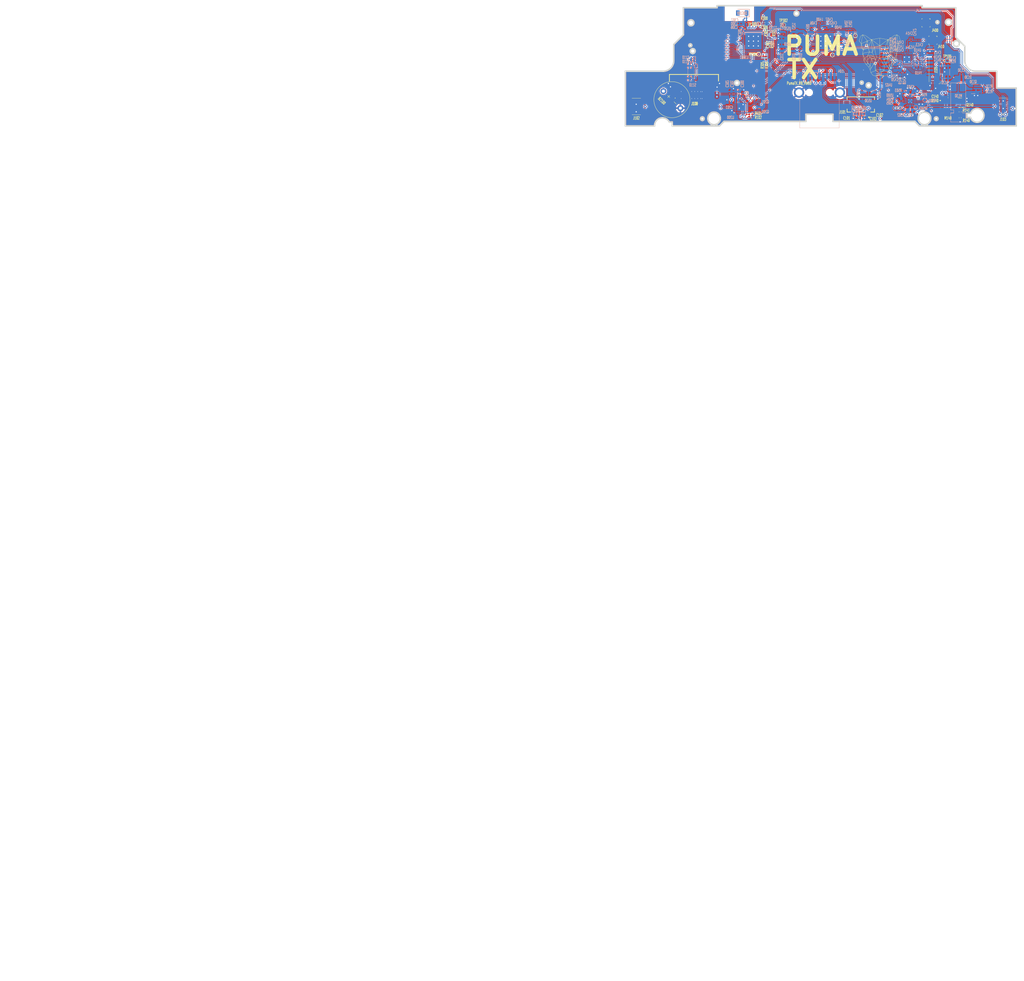
<source format=kicad_pcb>
(kicad_pcb (version 20211014) (generator pcbnew)
  (layers (0 "F.Cu" signal) (1 "In1.Cu" power) (2 "In2.Cu" power) (31 "B.Cu" signal) (34 "B.Paste" user) (35 "F.Paste" user) (36 "B.SilkS" user "B.Silkscreen") (37 "F.SilkS" user "F.Silkscreen") (38 "B.Mask" user) (39 "F.Mask" user) (44 "Edge.Cuts" user))
  (net 0 "")
  (net 1 "GND")
  (net 2 "+3V3")
  (net 3 "/PUMATX_CHIP_PU")
  (net 4 "/PUMATX_SDA")
  (net 5 "/PUMATX_SCL")
  (net 6 "/ELRS_CHIP_PU")
  (net 7 "/3V45")
  (net 8 "/DISPLAY_SDA")
  (net 9 "/DISPLAY_SCL")
  (net 10 "/AUX_EN")
  (net 15 "/LEFT_POT")
  (net 20 "/SPORT")
  (net 24 "/RIGHT_POT")
  (net 25 "VBUS")
  (net 26 "/PUMATX_RTS")
  (net 27 "/PUMATX_DTR")
  (net 28 "/PUMATX_GPIO0")
  (net 29 "/ELRS_RTS")
  (net 30 "/ELRS_DTR")
  (net 31 "/ELRS_GPIO0")
  (net 32 "/C1")
  (net 33 "/C2")
  (net 35 "/V_PA")
  (net 36 "/V_DCC")
  (net 37 "/BATTERY_WHITE")
  (net 38 "-3V3")
  (net 40 "/TX_ELRS_DEBUG")
  (net 41 "/RX_ELRS_DEBUG")
  (net 46 "/TX_PUMATX_DEBUG")
  (net 47 "/RX_PUMATX_DEBUG")
  (net 50 "/BQ_PGOOD")
  (net 51 "/BQ_CHG")
  (net 52 "/V_DCC2")
  (net 53 "/RIGHT")
  (net 54 "/LEFT")
  (net 55 "/UP")
  (net 56 "/DOWN")
  (net 57 "/ON_OFF")
  (net 58 "/BATTERY_VOLTAGE")
  (net 59 "/BUZZER_PWM")
  (net 60 "/FAN_PWM")
  (net 61 "/HAPTIC_PWM")
  (net 62 "/CRSF")
  (net 63 "/RECORD")
  (net 64 "/LED")
  (net 65 "/DISPLAY_BACKLIGHT")
  (net 66 "/OK")
  (net 74 "/PAUSE")
  (net 75 "/RTH")
  (net 76 "/PHOTO")
  (net 88 "/TX_EN")
  (net 89 "/RX_EN")
  (net 90 "/NRESET")
  (net 93 "/DIO2")
  (net 94 "/DIO1")
  (net 103 "/NSS")
  (net 104 "/SCK")
  (net 105 "/MOSI")
  (net 106 "/MISO")
  (net 108 "/BUSY")
  (net 109 "/XTA")
  (net 112 "/XTB")
  (net 115 "/BATTERY_TEMP")
  (net 118 "/D+")
  (net 119 "/D-")
  (net 120 "/SX1280_3V3")
  (net 121 "/FAN_LS")
  (net 122 "/HAPTIC_LS")
  (net 123 "/HAPTIC_G")
  (net 124 "/FAN_G")
  (net 125 "/BQ_CE")
  (net 126 "/DISPLAY_DECOUPLE_2")
  (net 128 "/VBAT")
  (net 130 "/VSYS")
  (net 132 "/3V3_EN")
  (net 133 "/VDD_SDIO_PUMATX")
  (net 134 "/VDD_SDIO_ELRS")
  (net 135 "/50_ESP_ELRS_ANT_2")
  (net 136 "/50_PUMATX_ANT_1")
  (net 137 "/50_PUMATX_ANT_2")
  (net 138 "/50_ESP_ELRS_ANT_1")
  (net 139 "/50_ELRS_ANT_1")
  (net 140 "/50_ELRS_ANT_2")
  (net 141 "/50_ELRS_ANT_3")
  (net 142 "/50_ELRS_ANT_4")
  (net 143 "/ILIM")
  (net 144 "/RST")
  (net 145 "/ISET")
  (net 146 "/SYSOFF")
  (net 147 "/TMR")
  (net 148 "/DISPLAY_DECOUPLE_1")
  (net 149 "Net-(R412-Pad1)")
  (net 150 "Net-(R410-Pad1)")
  (net 151 "Net-(R411-Pad1)")
  (net 152 "Net-(R413-Pad1)")
  (net 153 "Net-(R414-Pad2)")
  (net 154 "Net-(J104-Pad6)")
  (net 155 "Net-(J104-Pad5)")
  (footprint "Capacitor_SMD:C_0402_1005Metric" (layer "F.Cu") (at 160.92 120.4)
    (fp_text reference "C102")
    (fp_text value "1n")
  )
  (footprint "Capacitor_SMD:C_0201_0603Metric" (layer "F.Cu") (at 127.8 88.4 180)
    (fp_text reference "R300")
    (fp_text value "10k")
  )
  (footprint "Component_lib:u.fl" (layer "F.Cu") (at 181.4 88.9 -90)
    (fp_text reference "J400")
    (fp_text value "U.FL-R-SMT-1_40_")
  )
  (footprint "Capacitor_SMD:C_0201_0603Metric" (layer "F.Cu") (at 129.8 94.3 90)
    (fp_text reference "R302")
    (fp_text value "2k2")
  )
  (footprint "Component_lib:GL200A_BUZZER" (layer "F.Cu") (at 96.871573 114.471573 -45)
    (fp_text reference "BZ100")
    (fp_text value "Buzzer")
  )
  (footprint "Capacitor_SMD:C_0402_1005Metric" (layer "F.Cu") (at 128.2 100.55 90)
    (fp_text reference "R305")
    (fp_text value "120k")
  )
  (footprint "Component_lib:FH12-12S-0.5SH_55_" (layer "F.Cu") (at 159.7 118.6 180)
    (fp_text reference "J101")
    (fp_text value "FH12-12S-0.5SH_55_" hide)
  )
  (footprint "Capacitor_SMD:C_0402_1005Metric" (layer "F.Cu") (at 192.75 120.5 -90)
    (fp_text reference "R140")
    (fp_text value "10k")
  )
  (footprint "Component_lib:S1GHE" (layer "F.Cu") (at 188.25 114.75)
    (fp_text reference "D140")
    (fp_text value "S1GHE" hide)
  )
  (footprint "Component_lib:FH12A26S05SH55" (layer "F.Cu") (at 104.2 109.5)
    (fp_text reference "J100")
    (fp_text value "FH12A-26S-0.5SH_55_" hide)
  )
  (footprint "TestPoint:TestPoint_Pad_D1.0mm" (layer "F.Cu") (at 150.25 99.6)
    (fp_text reference "TP401" hide)
    (fp_text value "VDD_SDIO")
  )
  (footprint "TestPoint:TestPoint_Pad_D1.0mm" (layer "F.Cu") (at 134 89.6)
    (fp_text reference "TP302")
    (fp_text value "CRSF")
  )
  (footprint "Component_lib:533980667" (layer "F.Cu") (at 184.25 104.575 90)
    (fp_text reference "J105")
    (fp_text value "53398-0667" hide)
  )
  (footprint "Capacitor_SMD:C_0201_0603Metric" (layer "F.Cu") (at 129.8 91.48 -90)
    (fp_text reference "R301")
    (fp_text value "2k2")
  )
  (footprint "Capacitor_SMD:C_0402_1005Metric" (layer "F.Cu") (at 123.13 119.35 180)
    (fp_text reference "R101")
    (fp_text value "0k")
  )
  (footprint "Component_lib:5003340160" (layer "F.Cu") (at 85.05 116.75 90)
    (fp_text reference "J102")
    (fp_text value "500334-0160" hide)
  )
  (footprint "Capacitor_SMD:C_0402_1005Metric" (layer "F.Cu") (at 127.25 100.55 -90)
    (fp_text reference "R306")
    (fp_text value "470k")
  )
  (footprint "Component_lib:SM02B-SURS-TF" (layer "F.Cu") (at 188.45 117.05)
    (fp_text reference "M140")
    (fp_text value "Fan")
  )
  (footprint "Package_TO_SOT_SMD:SOT-23" (layer "F.Cu") (at 192.6875 115.5 180)
    (fp_text reference "Q140")
    (fp_text value "ZXMN3B01F")
  )
  (footprint "Component_lib:u.fl" (layer "F.Cu") (at 183.7 94.7 -90)
    (fp_text reference "J410")
    (fp_text value "U.FL-R-SMT-1_40_")
  )
  (footprint "TestPoint:TestPoint_Pad_D1.0mm" (layer "F.Cu") (at 188.5 101.5)
    (fp_text reference "TP105")
    (fp_text value "BAT_WHITE")
  )
  (footprint "Component_lib:5003340160" (layer "F.Cu") (at 207.05 116.65 90)
    (fp_text reference "J103")
    (fp_text value "500334-0160" hide)
  )
  (footprint "Component_lib:puma_logo_14mm" (layer "F.Cu") (at 166 100.2)
    (fp_text reference "G***" hide)
    (fp_text value "LOGO" hide)
  )
  (footprint "TestPoint:TestPoint_Pad_D1.0mm" (layer "F.Cu") (at 157.85 93.2)
    (fp_text reference "TP400" hide)
    (fp_text value "ELRS_CHIP_PU")
  )
  (footprint "Capacitor_SMD:C_0402_1005Metric" (layer "F.Cu") (at 127.8 89.2)
    (fp_text reference "C300")
    (fp_text value "1u")
  )
  (footprint "Capacitor_SMD:C_0402_1005Metric" (layer "F.Cu") (at 157.22 120.4)
    (fp_text reference "C101")
    (fp_text value "2n2")
  )
  (footprint "Capacitor_SMD:C_0402_1005Metric" (layer "F.Cu") (at 129.1 91.48 90)
    (fp_text reference "C301")
    (fp_text value "15u")
  )
  (footprint "Capacitor_SMD:C_0402_1005Metric" (layer "F.Cu") (at 188.73 113.5 180)
    (fp_text reference "C140")
    (fp_text value "100n")
  )
  (footprint "Capacitor_SMD:C_0402_1005Metric" (layer "F.Cu") (at 192.75 118.52 -90)
    (fp_text reference "R141")
    (fp_text value "180")
  )
  (footprint "TestPoint:TestPoint_Pad_D1.0mm" (layer "F.Cu") (at 125.7 89.3)
    (fp_text reference "TP300")
    (fp_text value "PUMATX_PU")
  )
  (footprint "Capacitor_SMD:C_0402_1005Metric" (layer "F.Cu") (at 159.08 120.4 180)
    (fp_text reference "C103")
    (fp_text value "15u")
  )
  (footprint "Capacitor_SMD:C_0402_1005Metric" (layer "F.Cu") (at 129.1 94.2 -90)
    (fp_text reference "C302")
    (fp_text value "15u")
  )
  (footprint "TestPoint:TestPoint_Pad_D1.0mm" (layer "F.Cu") (at 125.75 99.35)
    (fp_text reference "TP301")
    (fp_text value "VDD_SDIO")
  )
  (footprint "Component_lib:FH12A26S05SH55" (layer "F.Cu") (at 104.2 109.5)
    (fp_text reference "J100")
    (fp_text value "FH12A-26S-0.5SH_55_" hide)
  )
  (footprint "Capacitor_SMD:C_0402_1005Metric" (layer "F.Cu") (at 123.13 120.15 180)
    (fp_text reference "R102")
    (fp_text value "0k")
  )
  (footprint "Component_lib:ESP32-PICO-D4_1" (layer "B.Cu") (at 124 95 -90)
    (fp_text reference "U300")
    (fp_text value "ESP32-PICO-D4" hide)
  )
  (footprint "Capacitor_SMD:C_0402_1005Metric" (layer "B.Cu") (at 175.25 96.85 90)
    (fp_text reference "L411")
    (fp_text value "3n")
  )
  (footprint "Capacitor_SMD:C_0201_0603Metric" (layer "B.Cu") (at 170.5 99 180)
    (fp_text reference "R410")
    (fp_text value "1k")
  )
  (footprint "Component_lib:GL200A_HAPTIC_MOTOR" (layer "B.Cu") (at 189.595 108.895)
    (fp_text reference "M130")
    (fp_text value "Motor_DC")
  )
  (footprint "Capacitor_SMD:C_0603_1608Metric" (layer "B.Cu") (at 176.225 112.05 180)
    (fp_text reference "C503")
    (fp_text value "4u7")
  )
  (footprint "Component_lib:S1GHE" (layer "B.Cu") (at 192.691 107.05)
    (fp_text reference "D130")
    (fp_text value "S1GHE" hide)
  )
  (footprint "Capacitor_SMD:C_0603_1608Metric" (layer "B.Cu") (at 119.45 112.575 90)
    (fp_text reference "C200")
    (fp_text value "1u")
  )
  (footprint "Component_lib:QFN50P300X300X100-17N-D" (layer "B.Cu") (at 176.1 114.95 -90)
    (fp_text reference "U500")
    (fp_text value "BQ24075RGTR" hide)
  )
  (footprint "Capacitor_SMD:C_0402_1005Metric" (layer "B.Cu") (at 115.975 115.6 180)
    (fp_text reference "C203")
    (fp_text value "100n")
  )
  (footprint "Component_lib:UMH3NTN" (layer "B.Cu") (at 125.1 118.5 180)
    (fp_text reference "Q200")
    (fp_text value "UMH3NTN" hide)
  )
  (footprint "Component_lib:SKRPABE010" (layer "B.Cu") (at 103.8 105.3 90)
    (fp_text reference "S110")
    (fp_text value "SKRPABE010" hide)
  )
  (footprint "Package_TO_SOT_SMD:SOT-23" (layer "B.Cu") (at 197.1 110.9 180)
    (fp_text reference "Q130")
    (fp_text value "ZXMN3B01F")
  )
  (footprint "Capacitor_SMD:C_0201_0603Metric" (layer "B.Cu") (at 170.5 100.8 180)
    (fp_text reference "R413")
    (fp_text value "1k")
  )
  (footprint "Capacitor_SMD:C_0201_0603Metric" (layer "B.Cu") (at 130.5 93 90)
    (fp_text reference "R512")
    (fp_text value "0")
  )
  (footprint "Capacitor_SMD:C_0402_1005Metric" (layer "B.Cu") (at 174.25 105.5 -90)
    (fp_text reference "C418")
    (fp_text value "100n")
  )
  (footprint "Capacitor_SMD:C_0402_1005Metric" (layer "B.Cu") (at 178.43 112.75)
    (fp_text reference "R501")
    (fp_text value "100k")
  )
  (footprint "Capacitor_SMD:C_0402_1005Metric" (layer "B.Cu") (at 156.1 91.5 -90)
    (fp_text reference "C401")
    (fp_text value "1u")
  )
  (footprint "Capacitor_SMD:C_0402_1005Metric" (layer "B.Cu") (at 200.2 111.8 180)
    (fp_text reference "R130")
    (fp_text value "10k")
  )
  (footprint "Capacitor_SMD:C_0603_1608Metric" (layer "B.Cu") (at 173.2 114.925 90)
    (fp_text reference "C501")
    (fp_text value "1u")
  )
  (footprint "Capacitor_SMD:C_0805_2012Metric" (layer "B.Cu") (at 171.15 103.85 90)
    (fp_text reference "L414")
    (fp_text value "15u")
  )
  (footprint "Capacitor_SMD:C_0201_0603Metric" (layer "B.Cu") (at 176.45 93.95)
    (fp_text reference "C414")
    (fp_text value "0p5")
  )
  (footprint "Component_lib:ANTC3216X140N" (layer "B.Cu") (at 120.25 85.65 180)
    (fp_text reference "ANT300")
    (fp_text value "2450AT18A100E" hide)
  )
  (footprint "Component_lib:QFN50P400X400X80-25N-D" (layer "B.Cu") (at 119.975 116.8)
    (fp_text reference "U200")
    (fp_text value "CP2105-F01-GMR" hide)
  )
  (footprint "Capacitor_SMD:C_0402_1005Metric" (layer "B.Cu") (at 120.55 112.78 90)
    (fp_text reference "R200")
    (fp_text value "4k7")
  )
  (footprint "Capacitor_SMD:C_0201_0603Metric" (layer "B.Cu") (at 131.2 93 90)
    (fp_text reference "R511")
    (fp_text value "0")
  )
  (footprint "Capacitor_SMD:C_0201_0603Metric" (layer "B.Cu") (at 121.4 90.2 180)
    (fp_text reference "C306")
    (fp_text value "C")
  )
  (footprint "Capacitor_SMD:C_0402_1005Metric" (layer "B.Cu") (at 187.5 100.8 180)
    (fp_text reference "C120")
    (fp_text value "100n")
  )
  (footprint "Capacitor_SMD:C_0603_1608Metric" (layer "B.Cu") (at 172.8 105.5 -90)
    (fp_text reference "C419")
    (fp_text value "470n")
  )
  (footprint "Capacitor_SMD:C_0201_0603Metric" (layer "B.Cu") (at 177.65 94.4 90)
    (fp_text reference "C412")
    (fp_text value "1p2")
  )
  (footprint "Capacitor_SMD:C_0402_1005Metric" (layer "B.Cu") (at 178.7 99.25)
    (fp_text reference "C415")
    (fp_text value "10n")
  )
  (footprint "Capacitor_SMD:C_0603_1608Metric" (layer "B.Cu") (at 137.4 97.55 90)
    (fp_text reference "C510")
    (fp_text value "2u2")
  )
  (footprint "Capacitor_SMD:C_0603_1608Metric" (layer "B.Cu") (at 160.25 112.85 -90)
    (fp_text reference "C530")
    (fp_text value "2u2")
  )
  (footprint "Component_lib:ESP32-PICO-D4_1" (layer "B.Cu") (at 148 95 -90)
    (fp_text reference "U400")
    (fp_text value "ESP32-PICO-D4" hide)
  )
  (footprint "Capacitor_SMD:C_0402_1005Metric" (layer "B.Cu") (at 123.3 89.4)
    (fp_text reference "C352")
    (fp_text value "10u")
  )
  (footprint "Component_lib:SKRPABE010" (layer "B.Cu") (at 187.65 105.3 -90)
    (fp_text reference "S120")
    (fp_text value "SKRPABE010" hide)
  )
  (footprint "Capacitor_SMD:C_0402_1005Metric" (layer "B.Cu") (at 129.15 95.85 -90)
    (fp_text reference "C351")
    (fp_text value "1u")
  )
  (footprint "Capacitor_SMD:C_0402_1005Metric" (layer "B.Cu") (at 160.6 119.7 -90)
    (fp_text reference "C304")
    (fp_text value "15u")
  )
  (footprint "Capacitor_SMD:C_0201_0603Metric" (layer "B.Cu") (at 159.6 119.7 90)
    (fp_text reference "R304")
    (fp_text value "2k2")
  )
  (footprint "Capacitor_SMD:C_0201_0603Metric" (layer "B.Cu") (at 178.65 94.7)
    (fp_text reference "C413")
    (fp_text value "100p")
  )
  (footprint "Component_lib:SON40P120X120X60-7N-D" (layer "B.Cu") (at 135.4 92.675 180)
    (fp_text reference "U520")
    (fp_text value "MIC5528-3.3YMT-T5" hide)
  )
  (footprint "Capacitor_SMD:C_0402_1005Metric" (layer "B.Cu") (at 176.45 94.7)
    (fp_text reference "L412")
    (fp_text value "2n5")
  )
  (footprint "Capacitor_SMD:C_0402_1005Metric" (layer "B.Cu") (at 103.8 100.6)
    (fp_text reference "C110")
    (fp_text value "100n")
  )
  (footprint "Capacitor_SMD:C_0603_1608Metric" (layer "B.Cu") (at 133.4 92.675 -90)
    (fp_text reference "C520")
    (fp_text value "2u2")
  )
  (footprint "Capacitor_SMD:C_0201_0603Metric" (layer "B.Cu") (at 170.5 99.6 180)
    (fp_text reference "R411")
    (fp_text value "1k")
  )
  (footprint "Capacitor_SMD:C_0402_1005Metric" (layer "B.Cu") (at 171.5 115.45 180)
    (fp_text reference "R505")
    (fp_text value "36k5")
  )
  (footprint "Component_lib:SON40P120X120X60-7N-D" (layer "B.Cu") (at 162.25 112.825 180)
    (fp_text reference "U530")
    (fp_text value "MIC5528-3.3YMT-T5" hide)
  )
  (footprint "Capacitor_SMD:C_0402_1005Metric" (layer "B.Cu") (at 119.4 90.1 90)
    (fp_text reference "C350")
    (fp_text value "100n")
  )
  (footprint "Capacitor_SMD:C_0402_1005Metric" (layer "B.Cu") (at 103.8 101.5)
    (fp_text reference "R110")
    (fp_text value "4k7")
  )
  (footprint "Capacitor_SMD:C_0603_1608Metric" (layer "B.Cu") (at 133.4 97.55 90)
    (fp_text reference "C511")
    (fp_text value "2u2")
  )
  (footprint "Capacitor_SMD:C_0402_1005Metric" (layer "B.Cu") (at 200.2 110)
    (fp_text reference "R131")
    (fp_text value "180")
  )
  (footprint "Capacitor_SMD:C_0402_1005Metric" (layer "B.Cu") (at 143.3 90.5 90)
    (fp_text reference "C450")
    (fp_text value "100n")
  )
  (footprint "Capacitor_SMD:C_0402_1005Metric" (layer "B.Cu") (at 153.2 95.6 -90)
    (fp_text reference "C451")
    (fp_text value "1u")
  )
  (footprint "Capacitor_SMD:C_0603_1608Metric" (layer "B.Cu") (at 164.25 112.85 -90)
    (fp_text reference "C531")
    (fp_text value "2u2")
  )
  (footprint "Component_lib:UMH3NTN" (layer "B.Cu") (at 125.1 115.3 180)
    (fp_text reference "Q201")
    (fp_text value "UMH3NTN" hide)
  )
  (footprint "Capacitor_SMD:C_0201_0603Metric" (layer "B.Cu") (at 145.4 89.9 180)
    (fp_text reference "C406")
    (fp_text value "C")
  )
  (footprint "Capacitor_SMD:C_0603_1608Metric" (layer "B.Cu") (at 116.65 112.575 90)
    (fp_text reference "C202")
    (fp_text value "1u")
  )
  (footprint "Capacitor_SMD:C_0402_1005Metric" (layer "B.Cu") (at 146.25 88.95 180)
    (fp_text reference "L400")
    (fp_text value "L")
  )
  (footprint "Capacitor_SMD:C_0402_1005Metric" (layer "B.Cu") (at 170.65 101.55 180)
    (fp_text reference "C420")
    (fp_text value "100n")
  )
  (footprint "Capacitor_SMD:C_0402_1005Metric" (layer "B.Cu") (at 121.7 88.8 -90)
    (fp_text reference "L300")
    (fp_text value "L")
  )
  (footprint "Component_lib:SON40P120X120X60-7N-D" (layer "B.Cu") (at 135.4 97.575)
    (fp_text reference "U510")
    (fp_text value "MIC5528-3.3YMT-T5" hide)
  )
  (footprint "Capacitor_SMD:C_0402_1005Metric" (layer "B.Cu") (at 148.4 90.6)
    (fp_text reference "C452")
    (fp_text value "10u")
  )
  (footprint "Capacitor_SMD:C_0402_1005Metric" (layer "B.Cu") (at 174 118.02 90)
    (fp_text reference "R502")
    (fp_text value "1k1")
  )
  (footprint "Capacitor_SMD:C_0402_1005Metric" (layer "B.Cu") (at 193.15 105.85 180)
    (fp_text reference "C130")
    (fp_text value "100n")
  )
  (footprint "Component_lib:NX2016SA32MEXS00ACS06465" (layer "B.Cu") (at 178.9 102.8 90)
    (fp_text reference "Y410")
    (fp_text value "NX2016SA-52MHZ-EXS00A-CS06016" hide)
  )
  (footprint "Capacitor_SMD:C_0402_1005Metric" (layer "B.Cu") (at 173.9 112.47 90)
    (fp_text reference "R503")
    (fp_text value "590")
  )
  (footprint "Capacitor_SMD:C_0402_1005Metric" (layer "B.Cu") (at 187.5 101.9 180)
    (fp_text reference "R120")
    (fp_text value "4k7")
  )
  (footprint "Capacitor_SMD:C_0402_1005Metric" (layer "B.Cu") (at 157.6 119.7 -90)
    (fp_text reference "C303")
    (fp_text value "15u")
  )
  (footprint "Capacitor_SMD:C_0201_0603Metric" (layer "B.Cu") (at 158.6 119.7 90)
    (fp_text reference "R303")
    (fp_text value "2k2")
  )
  (footprint "Capacitor_SMD:C_0201_0603Metric" (layer "B.Cu") (at 121.4 87.4 180)
    (fp_text reference "C307")
    (fp_text value "C")
  )
  (footprint "TestPoint:TestPoint_Pad_D1.0mm" (layer "B.Cu") (at 181 114.6 180)
    (fp_text reference "TP501")
    (fp_text value "BQ_PGOOD")
  )
  (footprint "Capacitor_SMD:C_0201_0603Metric" (layer "B.Cu") (at 170.5 100.2 180)
    (fp_text reference "R412")
    (fp_text value "1k")
  )
  (footprint "Capacitor_SMD:C_0201_0603Metric" (layer "B.Cu") (at 155.1 91.5 90)
    (fp_text reference "R401")
    (fp_text value "10k")
  )
  (footprint "Capacitor_SMD:C_0201_0603Metric" (layer "B.Cu") (at 179.8 100.85 180)
    (fp_text reference "R414")
    (fp_text value "1k")
  )
  (footprint "Capacitor_SMD:C_0201_0603Metric" (layer "B.Cu") (at 147.6 88.6 90)
    (fp_text reference "C407")
    (fp_text value "C")
  )
  (footprint "Capacitor_SMD:C_0603_1608Metric" (layer "B.Cu") (at 137.4 92.65 -90)
    (fp_text reference "C521")
    (fp_text value "2u2")
  )
  (footprint "Capacitor_SMD:C_0402_1005Metric" (layer "B.Cu") (at 178.7 100.15)
    (fp_text reference "C416")
    (fp_text value "10n")
  )
  (footprint "Capacitor_SMD:C_0402_1005Metric" (layer "B.Cu") (at 139.675 97.55 -90)
    (fp_text reference "R510")
    (fp_text value "0k")
  )
  (footprint "TestPoint:TestPoint_Pad_D1.0mm" (layer "B.Cu") (at 178 117 180)
    (fp_text reference "TP502")
    (fp_text value "BQ_CHG")
  )
  (footprint "Capacitor_SMD:C_0201_0603Metric" (layer "B.Cu") (at 174.9 95.6 180)
    (fp_text reference "C411")
    (fp_text value "1p2")
  )
  (footprint "Component_lib:QFN50P400X400X100-25N-D" (layer "B.Cu") (at 175 101.1 180)
    (fp_text reference "U410")
    (fp_text value "SX1280" hide)
  )
  (footprint "Capacitor_SMD:C_0603_1608Metric" (layer "B.Cu") (at 118.15 112.575 90)
    (fp_text reference "C201")
    (fp_text value "100n")
  )
  (footprint "Component_lib:692122030100" (layer "B.Cu") (at 145.95 112.1 180)
    (fp_text reference "J104")
    (fp_text value "692122030100" hide)
  )
  (footprint "Capacitor_SMD:C_0201_0603Metric" (layer "B.Cu") (at 174.9 98.1 180)
    (fp_text reference "C410")
    (fp_text value "0p8")
  )
  (footprint "Capacitor_SMD:C_0402_1005Metric" (layer "B.Cu") (at 171.5 114.45 180)
    (fp_text reference "R504")
    (fp_text value "0")
  )
  (footprint "Component_lib:E28-2G4M27S" (layer "B.Cu") (at 167.75 108.65)
    (fp_text reference "U402")
    (fp_text value "E28-2G4M27S")
  )
  (footprint "Capacitor_SMD:C_0603_1608Metric" (layer "B.Cu") (at 176.075 117.85)
    (fp_text reference "C502")
    (fp_text value "4u7")
  )
  (gr_line locked (start 180.1 83.2) (end 111.9 83.2) (layer "Edge.Cuts") (width 0.5))
  (gr_line locked (start 97 123.2) (end 97 121.9) (layer "Edge.Cuts") (width 0.5))
  (gr_line locked (start 81.4 105) (end 81.4 123.2) (layer "Edge.Cuts") (width 0.5))
  (gr_circle locked (center 138.3 85.8) (end 139.1 85.8) (layer "Edge.Cuts") (width 0.5) (fill none))
  (gr_arc locked (start 97.5 101.5) (mid 96.474856 103.974836) (end 94 105) (layer "Edge.Cuts") (width 0.5))
  (gr_line locked (start 194.3 96.7) (end 191.3 93.7) (layer "Edge.Cuts") (width 0.5))
  (gr_circle locked (center 107 120.8) (end 107.6 120.8) (layer "Edge.Cuts") (width 0.5) (fill none))
  (gr_line locked (start 150.45 119.3) (end 141.45 119.3) (layer "Edge.Cuts") (width 0.5))
  (gr_circle locked (center 188.9 88.7) (end 189.9 88.7) (layer "Edge.Cuts") (width 0.5) (fill none))
  (gr_arc locked (start 196.20911 119) (mid 200.700026 119.699908) (end 196.20911 120.4) (layer "Edge.Cuts") (width 0.5))
  (gr_line locked (start 97 121.9) (end 96 121.9) (layer "Edge.Cuts") (width 0.5))
  (gr_circle locked (center 103.2 88.9) (end 104.2 88.9) (layer "Edge.Cuts") (width 0.5) (fill none))
  (gr_circle locked (center 185.2 88.7) (end 185.7 88.7) (layer "Edge.Cuts") (width 0.5) (fill none))
  (gr_circle locked (center 118.5 108.9) (end 119.3 108.9) (layer "Edge.Cuts") (width 0.5) (fill none))
  (gr_circle locked (center 160 108.8) (end 160.5 108.8) (layer "Edge.Cuts") (width 0.5) (fill none))
  (gr_line locked (start 191.3 93.7) (end 191.3 83.9) (layer "Edge.Cuts") (width 0.5))
  (gr_circle locked (center 162.3 109.7) (end 163.1 109.7) (layer "Edge.Cuts") (width 0.5) (fill none))
  (gr_line locked (start 211.4 123.2) (end 179.2 123.2) (layer "Edge.Cuts") (width 0.5))
  (gr_line locked (start 211.4 110.6) (end 211.4 123.2) (layer "Edge.Cuts") (width 0.5))
  (gr_line locked (start 204.9 110.6) (end 204.9 105) (layer "Edge.Cuts") (width 0.5))
  (gr_line locked (start 111.9 83.9) (end 100.7 83.9) (layer "Edge.Cuts") (width 0.5))
  (gr_line locked (start 141.45 121.7) (end 114.2 121.7) (layer "Edge.Cuts") (width 0.5))
  (gr_line locked (start 100.7 83.9) (end 100.7 92.9) (layer "Edge.Cuts") (width 0.5))
  (gr_line locked (start 141.45 119.3) (end 141.45 121.7) (layer "Edge.Cuts") (width 0.5))
  (gr_line locked (start 81.4 105) (end 94 105) (layer "Edge.Cuts") (width 0.5))
  (gr_line locked (start 196.20911 119) (end 195 119) (layer "Edge.Cuts") (width 0.5))
  (gr_line locked (start 195 120.4) (end 196.20911 120.4) (layer "Edge.Cuts") (width 0.5))
  (gr_line locked (start 191.3 83.9) (end 180.1 83.9) (layer "Edge.Cuts") (width 0.5))
  (gr_line locked (start 112.7 123.2) (end 97 123.2) (layer "Edge.Cuts") (width 0.5))
  (gr_line locked (start 150.45 121.7) (end 150.45 119.3) (layer "Edge.Cuts") (width 0.5))
  (gr_circle locked (center 103 96.4) (end 103.5 96.4) (layer "Edge.Cuts") (width 0.5) (fill none))
  (gr_line locked (start 97.5 96.1) (end 97.5 101.5) (layer "Edge.Cuts") (width 0.5))
  (gr_arc locked (start 197.8 105) (mid 195.325123 103.974869) (end 194.3 101.5) (layer "Edge.Cuts") (width 0.5))
  (gr_circle locked (center 180.9 120.7) (end 183 120.7) (layer "Edge.Cuts") (width 0.5) (fill none))
  (gr_line locked (start 111.9 83.2) (end 111.9 83.9) (layer "Edge.Cuts") (width 0.5))
  (gr_line locked (start 177.7 121.7) (end 150.45 121.7) (layer "Edge.Cuts") (width 0.5))
  (gr_line locked (start 81.4 123.2) (end 91.1 123.2) (layer "Edge.Cuts") (width 0.5))
  (gr_line locked (start 179.2 123.2) (end 177.7 121.7) (layer "Edge.Cuts") (width 0.5))
  (gr_line locked (start 114.2 121.7) (end 112.7 123.2) (layer "Edge.Cuts") (width 0.5))
  (gr_line locked (start 204.9 105) (end 197.8 105) (layer "Edge.Cuts") (width 0.5))
  (gr_line locked (start 195 119) (end 195 120.4) (layer "Edge.Cuts") (width 0.5))
  (gr_line locked (start 100.7 92.9) (end 97.5 96.1) (layer "Edge.Cuts") (width 0.5))
  (gr_circle locked (center 103.8 98.3) (end 104.6 98.3) (layer "Edge.Cuts") (width 0.5) (fill none))
  (gr_circle locked (center 110.9 120.7) (end 113 120.7) (layer "Edge.Cuts") (width 0.5) (fill none))
  (gr_circle locked (center 184.8 120.8) (end 185.4 120.8) (layer "Edge.Cuts") (width 0.5) (fill none))
  (gr_arc locked (start 91.1 123.2) (mid 93.029189 120.586849) (end 96 121.9) (layer "Edge.Cuts") (width 0.5))
  (gr_line locked (start 180.1 83.9) (end 180.1 83.2) (layer "Edge.Cuts") (width 0.5))
  (gr_line locked (start 194.3 101.5) (end 194.3 96.7) (layer "Edge.Cuts") (width 0.5))
  (gr_line locked (start 211.4 110.6) (end 204.9 110.6) (layer "Edge.Cuts") (width 0.5))
  (gr_circle locked (center 191.5 95.8) (end 192.5 95.8) (layer "Edge.Cuts") (width 0.5) (fill none))
  (gr_text "TX" (at 140.4 104.4) (layer "F.SilkS") (effects (font (size 6 6) (thickness 1.2))))
  (gr_text "PUMA" (at 146.6 96.6) (layer "F.SilkS") (effects (font (size 6 6) (thickness 1.2))))
  (gr_text "PumaTX_MB_HW00" (at 139.2 109) (layer "F.SilkS") (effects (font (size 1 0.6))))
  (segment (start 163.55 120.75) (end 161.75 120.75) (width 0.5) (layer "F.Cu") (net 1))
  (segment (start 161.95 118.77) (end 161.18 118) (width 0.5) (layer "F.Cu") (net 1))
  (segment (start 106.95 114.1) (end 106.95 112.925) (width 0.2) (layer "F.Cu") (net 1))
  (segment (start 129.1 89.75) (end 129.1 91) (width 0.25) (layer "F.Cu") (net 1))
  (segment (start 158.6 120.4) (end 157.7 120.4) (width 0.5) (layer "F.Cu") (net 1))
  (segment (start 157.7 121.1) (end 157.7 120.4) (width 0.5) (layer "F.Cu") (net 1))
  (segment (start 160.45 119.25) (end 160.45 118.05) (width 0.25) (layer "F.Cu") (net 1))
  (segment (start 161.95 119.25) (end 161.95 118.77) (width 0.5) (layer "F.Cu") (net 1))
  (segment (start 158.6 121.1) (end 158.6 120.4) (width 0.5) (layer "F.Cu") (net 1))
  (segment (start 128.28 89.2) (end 128.55 89.2) (width 0.25) (layer "F.Cu") (net 1))
  (segment (start 165.05 119.25) (end 173.2 119.25) (width 0.5) (layer "F.Cu") (net 1))
  (segment (start 157.5 118) (end 157.95 118.45) (width 0.25) (layer "F.Cu") (net 1))
  (segment (start 99.95 114.1) (end 99.95 112.925) (width 0.2) (layer "F.Cu") (net 1))
  (segment (start 161.45 120.35) (end 161.4 120.4) (width 0.25) (layer "F.Cu") (net 1))
  (segment (start 161.18 118) (end 160.5 118) (width 0.5) (layer "F.Cu") (net 1))
  (segment (start 128.88 94.78) (end 128.55 94.45) (width 0.25) (layer "F.Cu") (net 1))
  (segment (start 158.2 120.4) (end 158.6 120.4) (width 0.25) (layer "F.Cu") (net 1))
  (segment (start 103.45 111.75) (end 103.45 112.925) (width 0.2) (layer "F.Cu") (net 1))
  (segment (start 128.875 89.525) (end 129.1 89.75) (width 0.25) (layer "F.Cu") (net 1))
  (segment (start 157.95 120.15) (end 157.7 120.4) (width 0.25) (layer "F.Cu") (net 1))
  (segment (start 157.95 120.15) (end 158.2 120.4) (width 0.25) (layer "F.Cu") (net 1))
  (segment (start 161.95 119.85) (end 161.4 120.4) (width 0.25) (layer "F.Cu") (net 1))
  (segment (start 106.45 114.1) (end 106.45 112.925) (width 0.2) (layer "F.Cu") (net 1))
  (segment (start 106.95 112.925) (end 106.95 111.8) (width 0.2) (layer "F.Cu") (net 1))
  (segment (start 105.45 112.925) (end 105.45 114.1) (width 0.2) (layer "F.Cu") (net 1))
  (segment (start 127.25 101.03) (end 127.25 101.7) (width 0.25) (layer "F.Cu") (net 1))
  (segment (start 126.15 94.45) (end 125.6 95) (width 0.25) (layer "F.Cu") (net 1))
  (segment (start 161.95 119.25) (end 161.95 119.85) (width 0.25) (layer "F.Cu") (net 1))
  (segment (start 192.75 121.85) (end 192.75 120.98) (width 0.5) (layer "F.Cu") (net 1))
  (segment (start 105.45 111.75) (end 105.45 112.925) (width 0.2) (layer "F.Cu") (net 1))
  (segment (start 104.45 114.1) (end 104.45 112.925) (width 0.2) (layer "F.Cu") (net 1))
  (segment (start 157.95 118.45) (end 157.95 119.25) (width 0.25) (layer "F.Cu") (net 1))
  (segment (start 161.75 120.75) (end 161.4 120.4) (width 0.5) (layer "F.Cu") (net 1))
  (segment (start 161.45 119.25) (end 161.45 120.35) (width 0.25) (layer "F.Cu") (net 1))
  (segment (start 128.55 94.45) (end 126.15 94.45) (width 0.25) (layer "F.Cu") (net 1))
  (segment (start 99.95 111.75) (end 99.95 112.925) (width 0.2) (layer "F.Cu") (net 1))
  (segment (start 163.55 120.75) (end 165.05 119.25) (width 0.5) (layer "F.Cu") (net 1))
  (segment (start 129.1 94.78) (end 128.88 94.78) (width 0.25) (layer "F.Cu") (net 1))
  (segment (start 104.45 111.75) (end 104.45 112.925) (width 0.2) (layer "F.Cu") (net 1))
  (segment (start 106.45 111.8) (end 106.45 112.925) (width 0.2) (layer "F.Cu") (net 1))
  (segment (start 160.45 118.05) (end 160.5 118) (width 0.25) (layer "F.Cu") (net 1))
  (segment (start 103.45 114.1) (end 103.45 112.925) (width 0.2) (layer "F.Cu") (net 1))
  (segment (start 128.55 89.2) (end 128.875 89.525) (width 0.25) (layer "F.Cu") (net 1))
  (segment (start 157.95 119.25) (end 157.95 120.15) (width 0.25) (layer "F.Cu") (net 1))
  (via (at 125.6 93.4) (size 0.8) (drill 0.4) (layers "F.Cu" "B.Cu") (net 1))
  (via (at 176.3 110.65) (size 1) (drill 0.4) (layers "F.Cu" "B.Cu") (net 1))
  (via (at 166.25 105) (size 0.5) (drill 0.2) (layers "F.Cu" "B.Cu") (net 1))
  (via (at 122.4 95) (size 0.8) (drill 0.4) (layers "F.Cu" "B.Cu") (net 1))
  (via (at 173.2 119.25) (size 1) (drill 0.4) (layers "F.Cu" "B.Cu") (net 1))
  (via (at 148 96.6) (size 0.8) (drill 0.4) (layers "F.Cu" "B.Cu") (net 1))
  (via (at 175.6 114.5) (size 0.5) (drill 0.2) (layers "F.Cu" "B.Cu") (net 1))
  (via (at 123.8 88.65) (size 0.5) (drill 0.2) (layers "F.Cu" "B.Cu") (net 1))
  (via (at 146.4 96.6) (size 0.8) (drill 0.4) (layers "F.Cu" "B.Cu") (net 1))
  (via (at 171.65 106.35) (size 0.8) (drill 0.4) (layers "F.Cu" "B.Cu") (net 1))
  (via (at 120.65 87.95) (size 0.5) (drill 0.2) (layers "F.Cu" "B.Cu") (net 1))
  (via (at 138.5 94.1) (size 0.8) (drill 0.4) (layers "F.Cu" "B.Cu") (net 1))
  (via (at 184.6 110.7) (size 1) (drill 0.4) (layers "F.Cu" "B.Cu") (net 1))
  (via (at 104.45 114.1) (size 0.5) (drill 0.2) (layers "F.Cu" "B.Cu") (net 1))
  (via (at 149.6 95) (size 0.8) (drill 0.4) (layers "F.Cu" "B.Cu") (net 1))
  (via (at 122.4 93.4) (size 0.8) (drill 0.4) (layers "F.Cu" "B.Cu") (net 1))
  (via (at 150.2 90) (size 0.8) (drill 0.4) (layers "F.Cu" "B.Cu") (net 1))
  (via (at 177 119.6) (size 1) (drill 0.4) (layers "F.Cu" "B.Cu") (net 1))
  (via (at 106.45 114.1) (size 0.5) (drill 0.2) (layers "F.Cu" "B.Cu") (net 1))
  (via (at 120.55 116.1) (size 1) (drill 0.4) (layers "F.Cu" "B.Cu") (net 1))
  (via (at 177 103.15) (size 0.5) (drill 0.2) (layers "F.Cu" "B.Cu") (net 1))
  (via (at 96.4 110.2) (size 1) (drill 0.4) (layers "F.Cu" "B.Cu") (net 1))
  (via (at 198.6 113.1) (size 1) (drill 0.4) (layers "F.Cu" "B.Cu") (net 1))
  (via (at 182.7 109.8) (size 1) (drill 0.4) (layers "F.Cu" "B.Cu") (net 1))
  (via (at 176.1 114.95) (size 0.5) (drill 0.2) (layers "F.Cu" "B.Cu") (net 1))
  (via (at 180.2 116) (size 1) (drill 0.4) (layers "F.Cu" "B.Cu") (net 1))
  (via (at 125.6 95) (size 0.8) (drill 0.4) (layers "F.Cu" "B.Cu") (net 1))
  (via (at 104.45 111.75) (size 0.5) (drill 0.2) (layers "F.Cu" "B.Cu") (net 1))
  (via (at 180.25 101.5) (size 0.5) (drill 0.2) (layers "F.Cu" "B.Cu") (net 1))
  (via (at 120.65 89.75) (size 0.5) (drill 0.2) (layers "F.Cu" "B.Cu") (net 1))
  (via (at 138.5 96.15) (size 0.8) (drill 0.4) (layers "F.Cu" "B.Cu") (net 1))
  (via (at 124 95) (size 0.8) (drill 0.4) (layers "F.Cu" "B.Cu") (net 1))
  (via (at 157.7 121.1) (size 0.5) (drill 0.2) (layers "F.Cu" "B.Cu") (net 1))
  (via (at 125.6 96.6) (size 0.8) (drill 0.4) (layers "F.Cu" "B.Cu") (net 1))
  (via (at 177.375 103.95) (size 0.5) (drill 0.2) (layers "F.Cu" "B.Cu") (net 1))
  (via (at 195 115.05) (size 1) (drill 0.4) (layers "F.Cu" "B.Cu") (net 1))
  (via (at 165.35 113.4) (size 0.8) (drill 0.4) (layers "F.Cu" "B.Cu") (net 1))
  (via (at 112.7 109.1) (size 1) (drill 0.4) (layers "F.Cu" "B.Cu") (net 1))
  (via (at 195 114.05) (size 1) (drill 0.4) (layers "F.Cu" "B.Cu") (net 1))
  (via (at 175.25 106.05) (size 0.8) (drill 0.4) (layers "F.Cu" "B.Cu") (net 1))
  (via (at 175.75 101.85) (size 1) (drill 0.4) (layers "F.Cu" "B.Cu") (net 1))
  (via (at 154.4 96.15) (size 0.8) (drill 0.4) (layers "F.Cu" "B.Cu") (net 1))
  (via (at 122.4 96.6) (size 0.8) (drill 0.4) (layers "F.Cu" "B.Cu") (net 1))
  (via (at 124 93.4) (size 0.8) (drill 0.4) (layers "F.Cu" "B.Cu") (net 1))
  (via (at 175.75 100.35) (size 1) (drill 0.4) (layers "F.Cu" "B.Cu") (net 1))
  (via (at 175.6 115.45) (size 0.5) (drill 0.2) (layers "F.Cu" "B.Cu") (net 1))
  (via (at 187.6 104) (size 1) (drill 0.4) (layers "F.Cu" "B.Cu") (net 1))
  (via (at 85 116) (size 1) (drill 0.4) (layers "F.Cu" "B.Cu") (net 1))
  (via (at 105.45 114.1) (size 0.5) (drill 0.2) (layers "F.Cu" "B.Cu") (net 1))
  (via (at 159.15 114.25) (size 0.8) (drill 0.4) (layers "F.Cu" "B.Cu") (net 1))
  (via (at 132.3 96.15) (size 0.8) (drill 0.4) (layers "F.Cu" "B.Cu") (net 1))
  (via (at 128.6 96.25) (size 0.5) (drill 0.2) (layers "F.Cu" "B.Cu") (net 1))
  (via (at 106.45 111.8) (size 0.5) (drill 0.2) (layers "F.Cu" "B.Cu") (net 1))
  (via (at 148 95) (size 0.8) (drill 0.4) (layers "F.Cu" "B.Cu") (net 1))
  (via (at 138.5 93.25) (size 0.8) (drill 0.4) (layers "F.Cu" "B.Cu") (net 1))
  (via (at 132.3 97) (size 0.8) (drill 0.4) (layers "F.Cu" "B.Cu") (net 1))
  (via (at 197.5 113.1) (size 1) (drill 0.4) (layers "F.Cu" "B.Cu") (net 1))
  (via (at 172.55 103.45) (size 0.8) (drill 0.4) (layers "F.Cu" "B.Cu") (net 1))
  (via (at 180.8 99.1) (size 0.8) (drill 0.4) (layers "F.Cu" "B.Cu") (net 1))
  (via (at 116.8 118.1) (size 1) (drill 0.4) (layers "F.Cu" "B.Cu") (net 1))
  (via (at 171.95 113.25) (size 1) (drill 0.4) (layers "F.Cu" "B.Cu") (net 1))
  (via (at 103.45 114.1) (size 0.5) (drill 0.2) (layers "F.Cu" "B.Cu") (net 1))
  (via (at 180 112.75) (size 1) (drill 0.4) (layers "F.Cu" "B.Cu") (net 1))
  (via (at 179.1 116) (size 1) (drill 0.4) (layers "F.Cu" "B.Cu") (net 1))
  (via (at 172.75 107.35) (size 0.8) (drill 0.4) (layers "F.Cu" "B.Cu") (net 1))
  (via (at 166.25 104.4) (size 0.5) (drill 0.2) (layers "F.Cu" "B.Cu") (net 1))
  (via (at 105.45 111.75) (size 0.5) (drill 0.2) (layers "F.Cu" "B.Cu") (net 1))
  (via (at 160.6 104.6) (size 0.5) (drill 0.2) (layers "F.Cu" "B.Cu") (net 1))
  (via (at 99.95 111.75) (size 0.5) (drill 0.2) (layers "F.Cu" "B.Cu") (net 1))
  (via (at 156.1 92.9) (size 0.8) (drill 0.4) (layers "F.Cu" "B.Cu") (net 1))
  (via (at 207.1 117.4) (size 1) (drill 0.4) (layers "F.Cu" "B.Cu") (net 1))
  (via (at 157.5 118) (size 1) (drill 0.4) (layers "F.Cu" "B.Cu") (net 1))
  (via (at 149.6 93.4) (size 0.8) (drill 0.4) (layers "F.Cu" "B.Cu") (net 1))
  (via (at 124 96.6) (size 0.8) (drill 0.4) (layers "F.Cu" "B.Cu") (net 1))
  (via (at 148 93.4) (size 0.8) (drill 0.4) (layers "F.Cu" "B.Cu") (net 1))
  (via (at 128.875 89.525) (size 0.5) (drill 0.2) (layers "F.Cu" "B.Cu") (net 1))
  (via (at 176.6 114.5) (size 0.5) (drill 0.2) (layers "F.Cu" "B.Cu") (net 1))
  (via (at 127.25 101.7) (size 0.5) (drill 0.2) (layers "F.Cu" "B.Cu") (net 1))
  (via (at 129.275 96.9) (size 0.5) (drill 0.2) (layers "F.Cu" "B.Cu") (net 1))
  (via (at 184.6 98.4) (size 1) (drill 0.4) (layers "F.Cu" "B.Cu") (net 1))
  (via (at 207.1 114.9) (size 1) (drill 0.4) (layers "F.Cu" "B.Cu") (net 1))
  (via (at 170.15 102.2) (size 0.5) (drill 0.2) (layers "F.Cu" "B.Cu") (net 1))
  (via (at 138.5 97) (size 0.8) (drill 0.4) (layers "F.Cu" "B.Cu") (net 1))
  (via (at 120.775 111.2) (size 1) (drill 0.4) (layers "F.Cu" "B.Cu") (net 1))
  (via (at 165.35 114.25) (size 0.8) (drill 0.4) (layers "F.Cu" "B.Cu") (net 1))
  (via (at 99.95 114.1) (size 0.5) (drill 0.2) (layers "F.Cu" "B.Cu") (net 1))
  (via (at 118.55 89.6) (size 0.5) (drill 0.2) (layers "F.Cu" "B.Cu") (net 1))
  (via (at 180.25 103.5) (size 0.5) (drill 0.2) (layers "F.Cu" "B.Cu") (net 1))
  (via (at 187.6 105.2) (size 1) (drill 0.4) (layers "F.Cu" "B.Cu") (net 1))
  (via (at 175.2 110.65) (size 1) (drill 0.4) (layers "F.Cu" "B.Cu") (net 1))
  (via (at 176.6 115.45) (size 0.5) (drill 0.2) (layers "F.Cu" "B.Cu") (net 1))
  (via (at 119.3 117.35) (size 1) (drill 0.4) (layers "F.Cu" "B.Cu") (net 1))
  (via (at 146.4 95) (size 0.8) (drill 0.4) (layers "F.Cu" "B.Cu") (net 1))
  (via (at 180.25 102.5) (size 0.5) (drill 0.2) (layers "F.Cu" "B.Cu") (net 1))
  (via (at 132.3 93.25) (size 0.8) (drill 0.4) (layers "F.Cu" "B.Cu") (net 1))
  (via (at 177.7 101.875) (size 0.5) (drill 0.2) (layers "F.Cu" "B.Cu") (net 1))
  (via (at 172.7 112.5) (size 1) (drill 0.4) (layers "F.Cu" "B.Cu") (net 1))
  (via (at 192.75 121.85) (size 0.8) (drill 0.4) (layers "F.Cu" "B.Cu") (net 1))
  (via (at 142.2 108.875) (size 1) (drill 0.4) (layers "F.Cu" "B.Cu") (net 1))
  (via (at 149.6 96.6) (size 0.8) (drill 0.4) (layers "F.Cu" "B.Cu") (net 1))
  (via (at 169.95 102.95) (size 0.5) (drill 0.2) (layers "F.Cu" "B.Cu") (net 1))
  (via (at 103.45 111.75) (size 0.5) (drill 0.2) (layers "F.Cu" "B.Cu") (net 1))
  (via (at 179.85 100.15) (size 0.5) (drill 0.2) (layers "F.Cu" "B.Cu") (net 1))
  (via (at 160.5 118) (size 1) (drill 0.4) (layers "F.Cu" "B.Cu") (net 1))
  (via (at 179.4 104.35) (size 0.5) (drill 0.2) (layers "F.Cu" "B.Cu") (net 1))
  (via (at 174.25 100.35) (size 1) (drill 0.4) (layers "F.Cu" "B.Cu") (net 1))
  (via (at 174.25 106.95) (size 0.8) (drill 0.4) (layers "F.Cu" "B.Cu") (net 1))
  (via (at 159.15 113.4) (size 0.8) (drill 0.4) (layers "F.Cu" "B.Cu") (net 1))
  (via (at 158.6 121.1) (size 0.5) (drill 0.2) (layers "F.Cu" "B.Cu") (net 1))
  (via (at 182.7 98.4) (size 1) (drill 0.4) (layers "F.Cu" "B.Cu") (net 1))
  (via (at 85 118.5) (size 1) (drill 0.4) (layers "F.Cu" "B.Cu") (net 1))
  (via (at 169.75 103.95) (size 1) (drill 0.4) (layers "F.Cu" "B.Cu") (net 1))
  (via (at 95.7 109.1) (size 1) (drill 0.4) (layers "F.Cu" "B.Cu") (net 1))
  (via (at 115.15 114.5) (size 1) (drill 0.4) (layers "F.Cu" "B.Cu") (net 1))
  (via (at 117.35 110.8) (size 1) (drill 0.4) (layers "F.Cu" "B.Cu") (net 1))
  (via (at 106.95 111.8) (size 0.5) (drill 0.2) (layers "F.Cu" "B.Cu") (net 1))
  (via (at 174.25 101.85) (size 1) (drill 0.4) (layers "F.Cu" "B.Cu") (net 1))
  (via (at 178.15 104.35) (size 0.5) (drill 0.2) (layers "F.Cu" "B.Cu") (net 1))
  (via (at 106.95 114.1) (size 0.5) (drill 0.2) (layers "F.Cu" "B.Cu") (net 1))
  (via (at 103.45 108.2) (size 0.5) (drill 0.2) (layers "F.Cu" "B.Cu") (net 1))
  (via (at 111.9 110.3) (size 1) (drill 0.4) (layers "F.Cu" "B.Cu") (net 1))
  (via (at 146.4 93.4) (size 0.8) (drill 0.4) (layers "F.Cu" "B.Cu") (net 1))
  (via (at 132.3 94.1) (size 0.8) (drill 0.4) (layers "F.Cu" "B.Cu") (net 1))
  (segment (start 161.5 118.4) (end 161.1 118) (width 0.25) (layer "B.Cu") (net 1))
  (segment (start 161.5 119.9) (end 161.5 118.4) (width 0.25) (layer "B.Cu") (net 1))
  (segment (start 120.65 87.83) (end 121.08 87.4) (width 0.25) (layer "B.Cu") (net 1))
  (segment (start 157.6 120.18) (end 157.6 121) (width 0.25) (layer "B.Cu") (net 1))
  (segment (start 164.275 113.65) (end 164.25 113.625) (width 0.5) (layer "B.Cu") (net 1))
  (segment (start 157.7 121.1) (end 158.6 121.1) (width 0.25) (layer "B.Cu") (net 1))
  (segment (start 149.2 90.6) (end 149.6 90.2) (width 0.2) (layer "B.Cu") (net 1))
  (segment (start 120.65 87.95) (end 120.65 87.83) (width 0.25) (layer "B.Cu") (net 1))
  (segment (start 135.4 92.675) (end 135.4 91.6) (width 0.25) (layer "B.Cu") (net 1))
  (segment (start 120.65 89.75) (end 120.65 89.77) (width 0.25) (layer "B.Cu") (net 1))
  (segment (start 166.25 104.4) (end 166.25 105) (width 0.5) (layer "B.Cu") (net 1))
  (segment (start 123.8 89.38) (end 123.78 89.4) (width 0.5) (layer "B.Cu") (net 1))
  (segment (start 116.65 111.5) (end 117.35 110.8) (width 0.5) (layer "B.Cu") (net 1))
  (segment (start 161.22 120.18) (end 161.5 119.9) (width 0.25) (layer "B.Cu") (net 1))
  (segment (start 115.15 115.55) (end 115.2 115.6) (width 0.5) (layer "B.Cu") (net 1))
  (segment (start 123.8 88.65) (end 123.8 89.38) (width 0.5) (layer "B.Cu") (net 1))
  (segment (start 116.8 118.1) (end 117.35 117.55) (width 0.25) (layer "B.Cu") (net 1))
  (segment (start 156.1 92.9) (end 156.1 91.98) (width 0.25) (layer "B.Cu") (net 1))
  (segment (start 178.225 101.875) (end 177.775 101.875) (width 0.2) (layer "B.Cu") (net 1))
  (segment (start 177.55 115.7) (end 176.85 115.7) (width 0.25) (layer "B.Cu") (net 1))
  (segment (start 171.02 114.18) (end 171.95 113.25) (width 0.5) (layer "B.Cu") (net 1))
  (segment (start 142.2 108.875) (end 142.2 106.88) (width 1) (layer "B.Cu") (net 1))
  (segment (start 102.725 107.475) (end 103.45 108.2) (width 0.2) (layer "B.Cu") (net 1))
  (segment (start 180 114.3) (end 180 112.75) (width 0.25) (layer "B.Cu") (net 1))
  (segment (start 153.2 96.08) (end 154.33 96.08) (width 0.5) (layer "B.Cu") (net 1))
  (segment (start 120.65 87.95) (end 120.65 89.75) (width 0.5) (layer "B.Cu") (net 1))
  (segment (start 176.9 117.8) (end 176.85 117.85) (width 0.5) (layer "B.Cu") (net 1))
  (segment (start 129.07 96.25) (end 129.15 96.33) (width 0.5) (layer "B.Cu") (net 1))
  (segment (start 102.725 107.375) (end 102.725 107.475) (width 0.2) (layer "B.Cu") (net 1))
  (segment (start 188.725 103.225) (end 188.725 107.375) (width 0.2) (layer "B.Cu") (net 1))
  (segment (start 167.44 105) (end 167.75 104.69) (width 0.5) (layer "B.Cu") (net 1))
  (segment (start 166.25 105) (end 167.44 105) (width 0.5) (layer "B.Cu") (net 1))
  (segment (start 188.725 103.225) (end 188.375 103.225) (width 0.2) (layer "B.Cu") (net 1))
  (segment (start 178.95 112.79) (end 178.91 112.75) (width 0.25) (layer "B.Cu") (net 1))
  (segment (start 157.6 121) (end 157.7 121.1) (width 0.25) (layer "B.Cu") (net 1))
  (segment (start 120.65 89.77) (end 121.08 90.2) (width 0.25) (layer "B.Cu") (net 1))
  (segment (start 154.33 96.08) (end 154.4 96.15) (width 0.5) (layer "B.Cu") (net 1))
  (segment (start 156.9 118.4) (end 157.3 118) (width 0.25) (layer "B.Cu") (net 1))
  (segment (start 173.95 118.5) (end 173.2 119.25) (width 0.25) (layer "B.Cu") (net 1))
  (segment (start 177.775 101.875) (end 177.625 101.875) (width 0.2) (layer "B.Cu") (net 1))
  (segment (start 161.1 118) (end 160.5 118) (width 0.25) (layer "B.Cu") (net 1))
  (segment (start 116.65 111.8) (end 118.15 111.8) (width 0.5) (layer "B.Cu") (net 1))
  (segment (start 157.18 120.18) (end 156.9 119.9) (width 0.25) (layer "B.Cu") (net 1))
  (segment (start 118.15 111.8) (end 118.15 111.6) (width 0.5) (layer "B.Cu") (net 1))
  (segment (start 148.88 90.6) (end 149.2 90.6) (width 0.2) (layer "B.Cu") (net 1))
  (segment (start 118.55 89.6) (end 119.38 89.6) (width 0.5) (layer "B.Cu") (net 1))
  (segment (start 171.02 115.45) (end 171.02 114.18) (width 0.5) (layer "B.Cu") (net 1))
  (segment (start 167.46 104.4) (end 167.75 104.69) (width 0.5) (layer "B.Cu") (net 1))
  (segment (start 129.275 96.455) (end 129.15 96.33) (width 0.5) (layer "B.Cu") (net 1))
  (segment (start 188.375 103.225) (end 187.6 104) (width 0.2) (layer "B.Cu") (net 1))
  (segment (start 102.725 107.375) (end 102.725 103.225) (width 0.2) (layer "B.Cu") (net 1))
  (segment (start 179.6 114.7) (end 180 114.3) (width 0.25) (layer "B.Cu") (net 1))
  (segment (start 174 118.5) (end 173.95 118.5) (width 0.25) (layer "B.Cu") (net 1))
  (segment (start 157.3 118) (end 157.5 118) (width 0.25) (layer "B.Cu") (net 1))
  (segment (start 177.625 101.875) (end 176.975 101.875) (width 0.2) (layer "B.Cu") (net 1))
  (segment (start 160.6 120.18) (end 161.22 120.18) (width 0.25) (layer "B.Cu") (net 1))
  (segment (start 180 112.75) (end 178.91 112.75) (width 0.25) (layer "B.Cu") (net 1))
  (segment (start 176.85 119.45) (end 177 119.6) (width 0.5) (layer "B.Cu") (net 1))
  (segment (start 156.9 119.9) (end 156.9 118.4) (width 0.25) (layer "B.Cu") (net 1))
  (segment (start 169.65 103.75) (end 169.65 103.99) (width 0.5) (layer "B.Cu") (net 1))
  (segment (start 115.15 114.5) (end 115.15 115.55) (width 0.5) (layer "B.Cu") (net 1))
  (segment (start 116.65 111.8) (end 116.65 111.5) (width 0.5) (layer "B.Cu") (net 1))
  (segment (start 176.975 101.875) (end 176.95 101.85) (width 0.2) (layer "B.Cu") (net 1))
  (segment (start 119.38 89.6) (end 119.4 89.62) (width 0.5) (layer "B.Cu") (net 1))
  (segment (start 171.02 115.45) (end 171.04 115.43) (width 0.5) (layer "B.Cu") (net 1))
  (segment (start 129.275 96.9) (end 129.275 96.455) (width 0.5) (layer "B.Cu") (net 1))
  (segment (start 120.775 111.2) (end 120.05 111.2) (width 0.5) (layer "B.Cu") (net 1))
  (segment (start 162.25 112.825) (end 162.25 112.05) (width 0.25) (layer "B.Cu") (net 1))
  (segment (start 177.55 114.7) (end 179.6 114.7) (width 0.25) (layer "B.Cu") (net 1))
  (segment (start 157.6 120.18) (end 157.18 120.18) (width 0.25) (layer "B.Cu") (net 1))
  (segment (start 187.6 104) (end 187.6 105.2) (width 0.2) (layer "B.Cu") (net 1))
  (segment (start 160.225 113.65) (end 160.25 113.625) (width 0.5) (layer "B.Cu") (net 1))
  (segment (start 176.85 117.85) (end 176.85 119.45) (width 0.5) (layer "B.Cu") (net 1))
  (segment (start 118.15 111.6) (end 117.35 110.8) (width 0.5) (layer "B.Cu") (net 1))
  (segment (start 166.25 104.4) (end 167.46 104.4) (width 0.5) (layer "B.Cu") (net 1))
  (segment (start 176.85 115.7) (end 176.6 115.45) (width 0.25) (layer "B.Cu") (net 1))
  (segment (start 135.4 97.575) (end 135.4 98.4) (width 0.25) (layer "B.Cu") (net 1))
  (segment (start 128.6 96.25) (end 129.07 96.25) (width 0.5) (layer "B.Cu") (net 1))
  (segment (start 120.05 111.2) (end 119.45 111.8) (width 0.5) (layer "B.Cu") (net 1))
  (segment (start 117.35 117.55) (end 117.975 117.55) (width 0.25) (layer "B.Cu") (net 1))
  (segment (start 171.04 114.47) (end 171.02 114.45) (width 0.5) (layer "B.Cu") (net 1))
  (segment (start 204.35 115.9) (end 204.1 116.15) (width 0.25) (layer "F.Cu") (net 2))
  (segment (start 128.12 88.4) (end 129.25 88.4) (width 0.25) (layer "F.Cu") (net 2))
  (segment (start 129.55 88.7) (end 129.8 88.95) (width 0.25) (layer "F.Cu") (net 2))
  (segment (start 208.85 116.4) (end 207.35 116.4) (width 0.25) (layer "F.Cu") (net 2))
  (segment (start 129.65 95.55) (end 128.95 95.55) (width 0.25) (layer "F.Cu") (net 2))
  (segment (start 204.1 117.15) (end 204.35 117.4) (width 0.25) (layer "F.Cu") (net 2))
  (segment (start 159.45 119.25) (end 159.45 120.29) (width 0.25) (layer "F.Cu") (net 2))
  (segment (start 85.25 117.5) (end 86.85 117.5) (width 0.25) (layer "F.Cu") (net 2))
  (segment (start 86.85 117.5) (end 87.75 117.5) (width 0.25) (layer "F.Cu") (net 2))
  (segment (start 84.75 117) (end 85.25 117.5) (width 0.25) (layer "F.Cu") (net 2))
  (segment (start 129.25 88.4) (end 129.55 88.7) (width 0.25) (layer "F.Cu") (net 2))
  (segment (start 204.1 116.65) (end 204.1 117.15) (width 0.25) (layer "F.Cu") (net 2))
  (segment (start 204.35 117.4) (end 205.25 117.4) (width 0.25) (layer "F.Cu") (net 2))
  (segment (start 207.35 116.4) (end 206.85 115.9) (width 0.25) (layer "F.Cu") (net 2))
  (segment (start 178.5 118.75) (end 178.5 119.5) (width 0.5) (layer "F.Cu") (net 2))
  (segment (start 177.25 120.75) (end 166.15 120.75) (width 0.5) (layer "F.Cu") (net 2))
  (segment (start 129.8 94.62) (end 129.8 95.4) (width 0.25) (layer "F.Cu") (net 2))
  (segment (start 204.1 116.15) (end 204.1 116.65) (width 0.25) (layer "F.Cu") (net 2))
  (segment (start 206.85 115.9) (end 205.25 115.9) (width 0.25) (layer "F.Cu") (net 2))
  (segment (start 88 116.25) (end 87.75 116) (width 0.25) (layer "F.Cu") (net 2))
  (segment (start 178.5 119.5) (end 177.25 120.75) (width 0.5) (layer "F.Cu") (net 2))
  (segment (start 159.45 120.29) (end 159.56 120.4) (width 0.25) (layer "F.Cu") (net 2))
  (segment (start 129.8 95.4) (end 129.65 95.55) (width 0.25) (layer "F.Cu") (net 2))
  (segment (start 88 117.25) (end 88 116.75) (width 0.25) (layer "F.Cu") (net 2))
  (segment (start 205.25 115.9) (end 204.35 115.9) (width 0.25) (layer "F.Cu") (net 2))
  (segment (start 87.75 116) (end 86.85 116) (width 0.25) (layer "F.Cu") (net 2))
  (segment (start 129.8 88.95) (end 129.8 91.16) (width 0.25) (layer "F.Cu") (net 2))
  (segment (start 83.25 117) (end 84.75 117) (width 0.25) (layer "F.Cu") (net 2))
  (segment (start 87.75 117.5) (end 88 117.25) (width 0.25) (layer "F.Cu") (net 2))
  (segment (start 128.95 95.55) (end 128.65 95.25) (width 0.25) (layer "F.Cu") (net 2))
  (segment (start 159.56 121.09) (end 159.55 121.1) (width 0.5) (layer "F.Cu") (net 2))
  (segment (start 88 116.75) (end 88 116.25) (width 0.25) (layer "F.Cu") (net 2))
  (segment (start 159.56 120.4) (end 159.56 121.09) (width 0.5) (layer "F.Cu") (net 2))
  (via (at 121.65 112.3) (size 1) (drill 0.4) (layers "F.Cu" "B.Cu") (net 2))
  (via (at 120 97.8) (size 0.5) (drill 0.2) (layers "F.Cu" "B.Cu") (net 2))
  (via (at 119.4 94) (size 0.8) (drill 0.4) (layers "F.Cu" "B.Cu") (net 2))
  (via (at 102.4 101.05) (size 0.5) (drill 0.2) (layers "F.Cu" "B.Cu") (net 2))
  (via (at 159.55 121.1) (size 0.5) (drill 0.2) (layers "F.Cu" "B.Cu") (net 2))
  (via (at 122.75 90.2) (size 0.5) (drill 0.2) (layers "F.Cu" "B.Cu") (net 2))
  (via (at 166.15 120.75) (size 0.8) (drill 0.4) (layers "F.Cu" "B.Cu") (net 2))
  (via (at 120.15 90.65) (size 0.5) (drill 0.2) (layers "F.Cu" "B.Cu") (net 2))
  (via (at 132.3 98.95) (size 0.8) (drill 0.4) (layers "F.Cu" "B.Cu") (net 2))
  (via (at 88 116.75) (size 1) (drill 0.4) (layers "F.Cu" "B.Cu") (net 2))
  (via (at 132.3 98.1) (size 0.8) (drill 0.4) (layers "F.Cu" "B.Cu") (net 2))
  (via (at 178.5 118.75) (size 0.8) (drill 0.4) (layers "F.Cu" "B.Cu") (net 2))
  (via (at 144.7 108.9) (size 1) (drill 0.4) (layers "F.Cu" "B.Cu") (net 2))
  (via (at 204.1 116.65) (size 1) (drill 0.4) (layers "F.Cu" "B.Cu") (net 2))
  (via (at 119.5 97.8) (size 0.5) (drill 0.2) (layers "F.Cu" "B.Cu") (net 2))
  (via (at 128.65 95.25) (size 0.5) (drill 0.2) (layers "F.Cu" "B.Cu") (net 2))
  (via (at 116.75 114.5) (size 1) (drill 0.4) (layers "F.Cu" "B.Cu") (net 2))
  (via (at 189.65 101.4) (size 0.5) (drill 0.2) (layers "F.Cu" "B.Cu") (net 2))
  (via (at 129.55 88.7) (size 0.5) (drill 0.2) (layers "F.Cu" "B.Cu") (net 2))
  (via (at 122.25 90.65) (size 0.5) (drill 0.2) (layers "F.Cu" "B.Cu") (net 2))
  (segment (start 122.25 90.65) (end 122.25 91.7) (width 0.25) (layer "B.Cu") (net 2))
  (segment (start 178.5 118.75) (end 178.45 118.8) (width 0.5) (layer "B.Cu") (net 2))
  (segment (start 116.75 114.5) (end 116.75 115.6) (width 0.5) (layer "B.Cu") (net 2))
  (segment (start 102.4 101.05) (end 102.87 101.05) (width 0.25) (layer "B.Cu") (net 2))
  (segment (start 120.65 97.8) (end 120.7 97.75) (width 0.25) (layer "B.Cu") (net 2))
  (segment (start 159.55 120.23) (end 159.6 120.18) (width 0.25) (layer "B.Cu") (net 2))
  (segment (start 103.32 101.5) (end 103.15 101.33) (width 0.25) (layer "B.Cu") (net 2))
  (segment (start 122.3 90.65) (end 122.75 90.2) (width 0.5) (layer "B.Cu") (net 2))
  (segment (start 204.1 116.65) (end 181.8 116.65) (width 0.5) (layer "B.Cu") (net 2))
  (segment (start 180.75 117.7) (end 179.55 117.7) (width 0.5) (layer "B.Cu") (net 2))
  (segment (start 187.98 101.9) (end 189.15 101.9) (width 0.5) (layer "B.Cu") (net 2))
  (segment (start 158.63 120.18) (end 159.55 121.1) (width 0.25) (layer "B.Cu") (net 2))
  (segment (start 116.8 115.55) (end 116.75 115.5) (width 0.25) (layer "B.Cu") (net 2))
  (segment (start 179.55 117.7) (end 178.5 118.75) (width 0.5) (layer "B.Cu") (net 2))
  (segment (start 121.235 91.685) (end 121.235 91.7) (width 0.5) (layer "B.Cu") (net 2))
  (segment (start 103.15 101.33) (end 103.15 101) (width 0.25) (layer "B.Cu") (net 2))
  (segment (start 117.975 116.05) (end 117.2 116.05) (width 0.25) (layer "B.Cu") (net 2))
  (segment (start 119.4 90.58) (end 120.13 90.58) (width 0.5) (layer "B.Cu") (net 2))
  (segment (start 119.4 94) (end 120.15 93.25) (width 0.25) (layer "B.Cu") (net 2))
  (segment (start 122.75 89.47) (end 122.82 89.4) (width 0.5) (layer "B.Cu") (net 2))
  (segment (start 159.55 121.1) (end 159.55 120.23) (width 0.25) (layer "B.Cu") (net 2))
  (segment (start 181.8 116.65) (end 180.75 117.7) (width 0.5) (layer "B.Cu") (net 2))
  (segment (start 144.7 106.88) (end 144.7 108.9) (width 0.5) (layer "B.Cu") (net 2))
  (segment (start 129.03 95.25) (end 129.15 95.37) (width 0.25) (layer "B.Cu") (net 2))
  (segment (start 117.2 116.05) (end 116.75 115.6) (width 0.25) (layer "B.Cu") (net 2))
  (segment (start 127.3 95.25) (end 128.65 95.25) (width 0.25) (layer "B.Cu") (net 2))
  (segment (start 120.15 93.25) (end 120.7 93.25) (width 0.25) (layer "B.Cu") (net 2))
  (segment (start 103.32 100.6) (end 103.32 101.5) (width 0.25) (layer "B.Cu") (net 2))
  (segment (start 158.6 120.18) (end 158.63 120.18) (width 0.25) (layer "B.Cu") (net 2))
  (segment (start 120.2 90.65) (end 121.25 91.7) (width 0.2) (layer "B.Cu") (net 2))
  (segment (start 122.75 90.2) (end 122.75 89.47) (width 0.5) (layer "B.Cu") (net 2))
  (segment (start 187.98 100.8) (end 187.98 101.9) (width 0.5) (layer "B.Cu") (net 2))
  (segment (start 119.4 94) (end 120.15 94.75) (width 0.25) (layer "B.Cu") (net 2))
  (segment (start 122.75 90.2) (end 122.75 91.7) (width 0.25) (layer "B.Cu") (net 2))
  (segment (start 102.87 101.05) (end 103.32 100.6) (width 0.25) (layer "B.Cu") (net 2))
  (segment (start 159.6 120.18) (end 158.6 120.18) (width 0.25) (layer "B.Cu") (net 2))
  (segment (start 128.65 95.25) (end 129.03 95.25) (width 0.25) (layer "B.Cu") (net 2))
  (segment (start 120.15 90.65) (end 120.2 90.65) (width 0.2) (layer "B.Cu") (net 2))
  (segment (start 120.55 112.3) (end 121.65 112.3) (width 0.25) (layer "B.Cu") (net 2))
  (segment (start 189.15 101.9) (end 189.65 101.4) (width 0.5) (layer "B.Cu") (net 2))
  (segment (start 122.25 90.65) (end 122.3 90.65) (width 0.5) (layer "B.Cu") (net 2))
  (segment (start 120.2 90.65) (end 121.235 91.685) (width 0.5) (layer "B.Cu") (net 2))
  (segment (start 120.13 90.58) (end 120.2 90.65) (width 0.5) (layer "B.Cu") (net 2))
  (segment (start 102.87 101.05) (end 103.32 101.5) (width 0.25) (layer "B.Cu") (net 2))
  (segment (start 120.15 94.75) (end 120.7 94.75) (width 0.25) (layer "B.Cu") (net 2))
  (segment (start 119.5 97.8) (end 120.65 97.8) (width 0.25) (layer "B.Cu") (net 2))
  (segment (start 124.05 99.6) (end 124.35 99.3) (width 0.2) (layer "F.Cu") (net 3))
  (segment (start 127.32 89.2) (end 127.32 88.56) (width 0.25) (layer "F.Cu") (net 3))
  (segment (start 127.32 88.56) (end 127.48 88.4) (width 0.25) (layer "F.Cu") (net 3))
  (segment (start 124.05 109.9) (end 124.05 99.6) (width 0.2) (layer "F.Cu") (net 3))
  (segment (start 125.7 89.3) (end 127.22 89.3) (width 0.25) (layer "F.Cu") (net 3))
  (segment (start 127.22 89.3) (end 127.32 89.2) (width 0.25) (layer "F.Cu") (net 3))
  (via (at 125.7 89.3) (size 0.5) (drill 0.2) (layers "F.Cu" "B.Cu") (net 3))
  (via (at 124.05 109.9) (size 0.5) (drill 0.2) (layers "F.Cu" "B.Cu") (net 3))
  (via (at 124.35 99.3) (size 0.5) (drill 0.2) (layers "F.Cu" "B.Cu") (net 3))
  (via (at 124.3 117.1) (size 0.8) (drill 0.4) (layers "F.Cu" "B.Cu") (net 3))
  (segment (start 125.25 91.7) (end 125.25 89.75) (width 0.2) (layer "B.Cu") (net 3))
  (segment (start 124.325 117.125) (end 124.3 117.1) (width 0.25) (layer "B.Cu") (net 3))
  (segment (start 124.325 117.85) (end 124.325 117.125) (width 0.25) (layer "B.Cu") (net 3))
  (segment (start 125.25 89.75) (end 125.7 89.3) (width 0.2) (layer "B.Cu") (net 3))
  (segment (start 85.5 106.1) (end 95.6 106.1) (width 0.25) (layer "F.Cu") (net 4))
  (segment (start 98.7 103) (end 98.7 96.2) (width 0.25) (layer "F.Cu") (net 4))
  (segment (start 128.525 92.525) (end 129.1 92.525) (width 0.25) (layer "F.Cu") (net 4))
  (segment (start 103 91.9) (end 127.9 91.9) (width 0.25) (layer "F.Cu") (net 4))
  (segment (start 83.25 115) (end 84.25 114) (width 0.25) (layer "F.Cu") (net 4))
  (segment (start 84.25 107.35) (end 85.5 106.1) (width 0.25) (layer "F.Cu") (net 4))
  (segment (start 84.25 114) (end 84.25 107.35) (width 0.25) (layer "F.Cu") (net 4))
  (segment (start 129.8 91.8) (end 129.26 91.8) (width 0.25) (layer "F.Cu") (net 4))
  (segment (start 127.9 91.9) (end 128.525 92.525) (width 0.25) (layer "F.Cu") (net 4))
  (segment (start 98.7 96.2) (end 103 91.9) (width 0.25) (layer "F.Cu") (net 4))
  (segment (start 208.85 118.4) (end 207.85 119.4) (width 0.25) (layer "F.Cu") (net 4))
  (segment (start 129.1 92.5) (end 129.1 92.525) (width 0.25) (layer "F.Cu") (net 4))
  (segment (start 129.26 91.8) (end 129.1 91.96) (width 0.25) (layer "F.Cu") (net 4))
  (segment (start 95.6 106.1) (end 98.7 103) (width 0.25) (layer "F.Cu") (net 4))
  (segment (start 189.3 93.5) (end 189.3 95.3) (width 0.2) (layer "F.Cu") (net 4))
  (segment (start 129.1 91.96) (end 129.1 92.5) (width 0.25) (layer "F.Cu") (net 4))
  (via (at 129.1 92.5) (size 0.5) (drill 0.2) (layers "F.Cu" "B.Cu") (net 4))
  (via (at 189.3 93.5) (size 0.5) (drill 0.2) (layers "F.Cu" "B.Cu") (net 4))
  (via (at 189.3 95.3) (size 0.5) (drill 0.2) (layers "F.Cu" "B.Cu") (net 4))
  (via (at 207.85 119.4) (size 1) (drill 0.4) (layers "F.Cu" "B.Cu") (net 4))
  (segment (start 129.1 92.525) (end 129.1 90.3) (width 0.2) (layer "B.Cu") (net 4))
  (segment (start 130.25 89.15) (end 130.25 85.35) (width 0.2) (layer "B.Cu") (net 4))
  (segment (start 178.6 84.15) (end 179.35 84.9) (width 0.2) (layer "B.Cu") (net 4))
  (segment (start 193.6 98.65) (end 193.6 102.95) (width 0.2) (layer "B.Cu") (net 4))
  (segment (start 207.45 112.6) (end 208.35 113.5) (width 0.2) (layer "B.Cu") (net 4))
  (segment (start 186.2 84.9) (end 187.5 86.2) (width 0.2) (layer "B.Cu") (net 4))
  (segment (start 127.3 92.75) (end 128.875 92.75) (width 0.25) (layer "B.Cu") (net 4))
  (segment (start 202.45 105.6) (end 203.95 107.1) (width 0.2) (layer "B.Cu") (net 4))
  (segment (start 203.95 110.5) (end 206.05 112.6) (width 0.2) (layer "B.Cu") (net 4))
  (segment (start 190.85 97.45) (end 192.4 97.45) (width 0.2) (layer "B.Cu") (net 4))
  (segment (start 179.35 84.9) (end 186.2 84.9) (width 0.2) (layer "B.Cu") (net 4))
  (segment (start 206.05 112.6) (end 207.45 112.6) (width 0.2) (layer "B.Cu") (net 4))
  (segment (start 192.4 97.45) (end 193.6 98.65) (width 0.2) (layer "B.Cu") (net 4))
  (segment (start 129.1 90.3) (end 130.25 89.15) (width 0.2) (layer "B.Cu") (net 4))
  (segment (start 187.5 91.5) (end 189.3 93.3) (width 0.2) (layer "B.Cu") (net 4))
  (segment (start 196.25 105.6) (end 202.45 105.6) (width 0.2) (layer "B.Cu") (net 4))
  (segment (start 189.3 95.3) (end 189.3 95.9) (width 0.2) (layer "B.Cu") (net 4))
  (segment (start 208.35 113.5) (end 208.35 118.9) (width 0.2) (layer "B.Cu") (net 4))
  (segment (start 203.95 107.1) (end 203.95 110.5) (width 0.2) (layer "B.Cu") (net 4))
  (segment (start 208.35 118.9) (end 207.85 119.4) (width 0.2) (layer "B.Cu") (net 4))
  (segment (start 130.25 85.35) (end 131.45 84.15) (width 0.2) (layer "B.Cu") (net 4))
  (segment (start 193.6 102.95) (end 196.25 105.6) (width 0.2) (layer "B.Cu") (net 4))
  (segment (start 187.5 86.2) (end 187.5 91.5) (width 0.2) (layer "B.Cu") (net 4))
  (segment (start 131.45 84.15) (end 178.6 84.15) (width 0.2) (layer "B.Cu") (net 4))
  (segment (start 189.3 93.3) (end 189.3 93.5) (width 0.2) (layer "B.Cu") (net 4))
  (segment (start 189.3 95.9) (end 190.85 97.45) (width 0.2) (layer "B.Cu") (net 4))
  (segment (start 128.875 92.75) (end 129.1 92.525) (width 0.25) (layer "B.Cu") (net 4))
  (segment (start 85.9 106.6) (end 84.8 107.7) (width 0.25) (layer "F.Cu") (net 5))
  (segment (start 95.8 106.6) (end 85.9 106.6) (width 0.25) (layer "F.Cu") (net 5))
  (segment (start 129.1 93.82) (end 129.1 93.25) (width 0.25) (layer "F.Cu") (net 5))
  (segment (start 127.7 92.4) (end 103.1 92.4) (width 0.25) (layer "F.Cu") (net 5))
  (segment (start 99.2 103.2) (end 95.8 106.6) (width 0.25) (layer "F.Cu") (net 5))
  (segment (start 129.26 93.98) (end 129.1 93.82) (width 0.25) (layer "F.Cu") (net 5))
  (segment (start 129.1 93.25) (end 128.55 93.25) (width 0.25) (layer "F.Cu") (net 5))
  (segment (start 84.8 112.95) (end 86.85 115) (width 0.25) (layer "F.Cu") (net 5))
  (segment (start 84.8 107.7) (end 84.8 112.95) (width 0.25) (layer "F.Cu") (net 5))
  (segment (start 206.1 119.25) (end 205.25 118.4) (width 0.25) (layer "F.Cu") (net 5))
  (segment (start 206.1 119.4) (end 206.1 119.25) (width 0.25) (layer "F.Cu") (net 5))
  (segment (start 129.8 93.98) (end 129.26 93.98) (width 0.25) (layer "F.Cu") (net 5))
  (segment (start 188.45 93.5) (end 188.45 95.3) (width 0.2) (layer "F.Cu") (net 5))
  (segment (start 99.2 96.3) (end 99.2 103.2) (width 0.25) (layer "F.Cu") (net 5))
  (segment (start 103.1 92.4) (end 99.2 96.3) (width 0.25) (layer "F.Cu") (net 5))
  (segment (start 128.55 93.25) (end 127.7 92.4) (width 0.25) (layer "F.Cu") (net 5))
  (via (at 188.45 95.3) (size 0.5) (drill 0.2) (layers "F.Cu" "B.Cu") (net 5))
  (via (at 206.1 119.4) (size 1) (drill 0.4) (layers "F.Cu" "B.Cu") (net 5))
  (via (at 129.1 93.25) (size 0.5) (drill 0.2) (layers "F.Cu" "B.Cu") (net 5))
  (via (at 188.45 93.5) (size 0.5) (drill 0.2) (layers "F.Cu" "B.Cu") (net 5))
  (segment (start 193.05 103.15) (end 196.2 106.3) (width 0.2) (layer "B.Cu") (net 5))
  (segment (start 129.1 93.25) (end 127.3 93.25) (width 0.25) (layer "B.Cu") (net 5))
  (segment (start 187 92.05) (end 188.45 93.5) (width 0.2) (layer "B.Cu") (net 5))
  (segment (start 203.4 110.65) (end 206.1 113.35) (width 0.2) (layer "B.Cu") (net 5))
  (segment (start 193.05 98.7) (end 193.05 103.15) (width 0.2) (layer "B.Cu") (net 5))
  (segment (start 131.7 84.6) (end 177.95 84.6) (width 0.2) (layer "B.Cu") (net 5))
  (segment (start 130.75 89.3) (end 130.75 85.55) (width 0.2) (layer "B.Cu") (net 5))
  (segment (start 192.25 97.9) (end 193.05 98.7) (width 0.2) (layer "B.Cu") (net 5))
  (segment (start 129.1 93.25) (end 129.6 92.75) (width 0.2) (layer "B.Cu") (net 5))
  (segment (start 203.4 107.3) (end 203.4 110.65) (width 0.2) (layer "B.Cu") (net 5))
  (segment (start 130.75 85.55) (end 131.7 84.6) (width 0.2) (layer "B.Cu") (net 5))
  (segment (start 187 86.4) (end 187 92.05) (width 0.2) (layer "B.Cu") (net 5))
  (segment (start 206.1 113.35) (end 206.1 119.4) (width 0.2) (layer "B.Cu") (net 5))
  (segment (start 129.6 92.75) (end 129.6 90.45) (width 0.2) (layer "B.Cu") (net 5))
  (segment (start 177.95 84.6) (end 178.65 85.3) (width 0.2) (layer "B.Cu") (net 5))
  (segment (start 188.45 95.65) (end 190.7 97.9) (width 0.2) (layer "B.Cu") (net 5))
  (segment (start 202.4 106.3) (end 203.4 107.3) (width 0.2) (layer "B.Cu") (net 5))
  (segment (start 129.6 90.45) (end 130.75 89.3) (width 0.2) (layer "B.Cu") (net 5))
  (segment (start 188.45 95.3) (end 188.45 95.65) (width 0.2) (layer "B.Cu") (net 5))
  (segment (start 178.65 85.3) (end 185.9 85.3) (width 0.2) (layer "B.Cu") (net 5))
  (segment (start 190.7 97.9) (end 192.25 97.9) (width 0.2) (layer "B.Cu") (net 5))
  (segment (start 196.2 106.3) (end 202.4 106.3) (width 0.2) (layer "B.Cu") (net 5))
  (segment (start 185.9 85.3) (end 187 86.4) (width 0.2) (layer "B.Cu") (net 5))
  (segment (start 129.45 111.25) (end 126.8 113.9) (width 0.2) (layer "F.Cu") (net 6))
  (segment (start 136.9 104.5) (end 135.75 104.5) (width 0.2) (layer "F.Cu") (net 6))
  (segment (start 146.25 105.55) (end 137.95 105.55) (width 0.2) (layer "F.Cu") (net 6))
  (segment (start 137.95 105.55) (end 136.9 104.5) (width 0.2) (layer "F.Cu") (net 6))
  (segment (start 147.15 104.65) (end 146.25 105.55) (width 0.2) (layer "F.Cu") (net 6))
  (segment (start 126.8 113.9) (end 124.3 113.9) (width 0.2) (layer "F.Cu") (net 6))
  (segment (start 134.4 105.85) (end 134.3 105.85) (width 0.2) (layer "F.Cu") (net 6))
  (segment (start 135.75 104.5) (end 134.4 105.85) (width 0.2) (layer "F.Cu") (net 6))
  (via (at 134.3 105.85) (size 0.5) (drill 0.2) (layers "F.Cu" "B.Cu") (net 6))
  (via (at 147.15 104.65) (size 0.5) (drill 0.2) (layers "F.Cu" "B.Cu") (net 6))
  (via (at 156.8 95.75) (size 0.5) (drill 0.2) (layers "F.Cu" "B.Cu") (net 6))
  (via (at 124.3 113.9) (size 0.8) (drill 0.4) (layers "F.Cu" "B.Cu") (net 6))
  (via (at 157.85 93.2) (size 0.5) (drill 0.2) (layers "F.Cu" "B.Cu") (net 6))
  (via (at 129.45 111.25) (size 0.5) (drill 0.2) (layers "F.Cu" "B.Cu") (net 6))
  (segment (start 157.22 91.02) (end 156.1 91.02) (width 0.25) (layer "B.Cu") (net 6))
  (segment (start 157.85 93.2) (end 157.85 94.7) (width 0.2) (layer "B.Cu") (net 6))
  (segment (start 124.325 114.65) (end 124.325 113.925) (width 0.25) (layer "B.Cu") (net 6))
  (segment (start 155.08 91) (end 155.1 90.98) (width 0.25) (layer "B.Cu") (net 6))
  (segment (start 157.85 92.9) (end 157.85 93.2) (width 0.25) (layer "B.Cu") (net 6))
  (segment (start 149.58 91.02) (end 156.1 91.02) (width 0.25) (layer "B.Cu") (net 6))
  (segment (start 157.85 94.7) (end 156.8 95.75) (width 0.2) (layer "B.Cu") (net 6))
  (segment (start 157.85 92.9) (end 157.85 91.65) (width 0.25) (layer "B.Cu") (net 6))
  (segment (start 149.25 91.7) (end 149.25 91.35) (width 0.25) (layer "B.Cu") (net 6))
  (segment (start 129.45 110.7) (end 129.45 111.25) (width 0.2) (layer "B.Cu") (net 6))
  (segment (start 124.325 113.925) (end 124.3 113.9) (width 0.25) (layer "B.Cu") (net 6))
  (segment (start 157.85 91.65) (end 157.22 91.02) (width 0.25) (layer "B.Cu") (net 6))
  (segment (start 149.25 91.35) (end 149.58 91.02) (width 0.25) (layer "B.Cu") (net 6))
  (segment (start 134.3 105.85) (end 129.45 110.7) (width 0.2) (layer "B.Cu") (net 6))
  (segment (start 117.95 113.8) (end 117.975 113.825) (width 0.5) (layer "B.Cu") (net 7))
  (segment (start 117.975 113.825) (end 117.975 115.55) (width 0.5) (layer "B.Cu") (net 7))
  (segment (start 116.65 113.35) (end 118.15 113.35) (width 0.5) (layer "B.Cu") (net 7))
  (segment (start 118.15 113.35) (end 118.15 113.6) (width 0.5) (layer "B.Cu") (net 7))
  (segment (start 118.15 113.6) (end 117.95 113.8) (width 0.5) (layer "B.Cu") (net 7))
  (segment (start 158.45 117.15) (end 158.3 117) (width 0.25) (layer "F.Cu") (net 8))
  (segment (start 158.45 119.25) (end 158.45 117.15) (width 0.25) (layer "F.Cu") (net 8))
  (via (at 158.3 117) (size 0.8) (drill 0.4) (layers "F.Cu" "B.Cu") (net 8))
  (segment (start 147.951 104.101) (end 148.45 104.6) (width 0.25) (layer "B.Cu") (net 8))
  (segment (start 129.575 94.25) (end 130.225 94.9) (width 0.25) (layer "B.Cu") (net 8))
  (segment (start 130.225 94.9) (end 130.225 102.575) (width 0.25) (layer "B.Cu") (net 8))
  (segment (start 158.6 119.22) (end 158.6 117.3) (width 0.25) (layer "B.Cu") (net 8))
  (segment (start 127.3 94.25) (end 129.575 94.25) (width 0.25) (layer "B.Cu") (net 8))
  (segment (start 158.6 117.3) (end 158.3 117) (width 0.25) (layer "B.Cu") (net 8))
  (segment (start 147.35 113.65) (end 149 115.3) (width 0.25) (layer "B.Cu") (net 8))
  (segment (start 148.3 109.95) (end 147.35 110.9) (width 0.25) (layer "B.Cu") (net 8))
  (segment (start 156.6 115.3) (end 149 115.3) (width 0.25) (layer "B.Cu") (net 8))
  (segment (start 147.35 110.9) (end 147.35 113.65) (width 0.25) (layer "B.Cu") (net 8))
  (segment (start 148.3 109.65) (end 148.3 109.95) (width 0.25) (layer "B.Cu") (net 8))
  (segment (start 158.3 117) (end 156.6 115.3) (width 0.25) (layer "B.Cu") (net 8))
  (segment (start 158.6 119.22) (end 157.6 119.22) (width 0.25) (layer "B.Cu") (net 8))
  (segment (start 148.3 106.805) (end 148.45 106.655) (width 0.25) (layer "B.Cu") (net 8))
  (segment (start 148.45 104.6) (end 148.45 106.655) (width 0.25) (layer "B.Cu") (net 8))
  (segment (start 148.3 109.65) (end 148.3 106.805) (width 0.25) (layer "B.Cu") (net 8))
  (segment (start 130.225 102.575) (end 131.751 104.101) (width 0.25) (layer "B.Cu") (net 8))
  (segment (start 131.751 104.101) (end 147.951 104.101) (width 0.25) (layer "B.Cu") (net 8))
  (segment (start 158.95 119.25) (end 158.95 117.45) (width 0.25) (layer "F.Cu") (net 9))
  (segment (start 158.95 117.45) (end 159.4 117) (width 0.25) (layer "F.Cu") (net 9))
  (via (at 159.4 117) (size 0.8) (drill 0.4) (layers "F.Cu" "B.Cu") (net 9))
  (segment (start 150.95 104.45) (end 150.075 103.575) (width 0.25) (layer "B.Cu") (net 9))
  (segment (start 131.95 103.575) (end 130.625 102.25) (width 0.25) (layer "B.Cu") (net 9))
  (segment (start 150.95 106.655) (end 150.95 104.45) (width 0.25) (layer "B.Cu") (net 9))
  (segment (start 148.7 110.45) (end 150.55 110.45) (width 0.25) (layer "B.Cu") (net 9))
  (segment (start 159.6 119.22) (end 159.6 117.2) (width 0.25) (layer "B.Cu") (net 9))
  (segment (start 149.3 114.7) (end 147.8 113.2) (width 0.25) (layer "B.Cu") (net 9))
  (segment (start 159.6 117.2) (end 159.4 117) (width 0.25) (layer "B.Cu") (net 9))
  (segment (start 150.075 103.575) (end 131.95 103.575) (width 0.25) (layer "B.Cu") (net 9))
  (segment (start 159.4 116.6) (end 157.5 114.7) (width 0.25) (layer "B.Cu") (net 9))
  (segment (start 150.95 110.05) (end 150.95 109.8) (width 0.25) (layer "B.Cu") (net 9))
  (segment (start 150.55 110.45) (end 150.95 110.05) (width 0.25) (layer "B.Cu") (net 9))
  (segment (start 129.675 93.75) (end 127.3 93.75) (width 0.25) (layer "B.Cu") (net 9))
  (segment (start 130.625 94.705693) (end 129.675 93.755693) (width 0.25) (layer "B.Cu") (net 9))
  (segment (start 150.95 106.655) (end 150.95 109.8) (width 0.25) (layer "B.Cu") (net 9))
  (segment (start 130.625 102.25) (end 130.625 94.705693) (width 0.25) (layer "B.Cu") (net 9))
  (segment (start 157.5 114.7) (end 151.5 114.7) (width 0.25) (layer "B.Cu") (net 9))
  (segment (start 160.6 119.22) (end 159.6 119.22) (width 0.25) (layer "B.Cu") (net 9))
  (segment (start 129.675 93.755693) (end 129.675 93.75) (width 0.25) (layer "B.Cu") (net 9))
  (segment (start 147.8 113.2) (end 147.8 111.35) (width 0.25) (layer "B.Cu") (net 9))
  (segment (start 151.5 114.7) (end 149.3 114.7) (width 0.25) (layer "B.Cu") (net 9))
  (segment (start 147.8 111.35) (end 148.7 110.45) (width 0.25) (layer "B.Cu") (net 9))
  (segment (start 159.4 117) (end 159.4 116.6) (width 0.25) (layer "B.Cu") (net 9))
  (segment (start 161.175 113.225) (end 160.81 112.86) (width 0.1) (layer "B.Cu") (net 10))
  (segment (start 131.375 100.475) (end 131.375 94.975) (width 0.2) (layer "B.Cu") (net 10))
  (segment (start 131.66 92.71) (end 130.51 92.71) (width 0.1) (layer "B.Cu") (net 10))
  (segment (start 160.81 112.86) (end 158.335 112.86) (width 0.1) (layer "B.Cu") (net 10))
  (segment (start 133.96 92.71) (end 131.66 92.71) (width 0.1) (layer "B.Cu") (net 10))
  (segment (start 134.75 93.075) (end 134.325 93.075) (width 0.1) (layer "B.Cu") (net 10))
  (segment (start 134.325 93.075) (end 133.96 92.71) (width 0.1) (layer "B.Cu") (net 10))
  (segment (start 131.66 94.69) (end 131.66 92.71) (width 0.1) (layer "B.Cu") (net 10))
  (segment (start 133.125 102.225) (end 131.375 100.475) (width 0.2) (layer "B.Cu") (net 10))
  (segment (start 154.3 102.225) (end 133.125 102.225) (width 0.2) (layer "B.Cu") (net 10))
  (segment (start 158.335 112.86) (end 157.325 111.85) (width 0.2) (layer "B.Cu") (net 10))
  (segment (start 161.6 113.225) (end 161.175 113.225) (width 0.1) (layer "B.Cu") (net 10))
  (segment (start 131.375 94.975) (end 131.66 94.69) (width 0.2) (layer "B.Cu") (net 10))
  (segment (start 157.325 105.25) (end 154.3 102.225) (width 0.2) (layer "B.Cu") (net 10))
  (segment (start 157.325 111.85) (end 157.325 105.25) (width 0.2) (layer "B.Cu") (net 10))
  (segment (start 86.1 112.5) (end 88.9 115.3) (width 0.25) (layer "F.Cu") (net 15))
  (segment (start 103.9 93.2) (end 100 97.1) (width 0.25) (layer "F.Cu") (net 15))
  (segment (start 115.6 93.2) (end 103.9 93.2) (width 0.25) (layer "F.Cu") (net 15))
  (segment (start 86.1 108.7) (end 86.1 112.5) (width 0.25) (layer "F.Cu") (net 15))
  (segment (start 86.9 107.9) (end 86.1 108.7) (width 0.25) (layer "F.Cu") (net 15))
  (segment (start 88 118.5) (end 86.85 118.5) (width 0.25) (layer "F.Cu") (net 15))
  (segment (start 88.9 115.3) (end 88.9 117.6) (width 0.25) (layer "F.Cu") (net 15))
  (segment (start 100 104.1) (end 96.2 107.9) (width 0.25) (layer "F.Cu") (net 15))
  (segment (start 88.9 117.6) (end 88 118.5) (width 0.25) (layer "F.Cu") (net 15))
  (segment (start 96.2 107.9) (end 86.9 107.9) (width 0.25) (layer "F.Cu") (net 15))
  (segment (start 100 97.1) (end 100 104.1) (width 0.25) (layer "F.Cu") (net 15))
  (via (at 115.6 93.2) (size 0.5) (drill 0.2) (layers "F.Cu" "B.Cu") (net 15))
  (via (at 123.25 90.65) (size 0.5) (drill 0.2) (layers "F.Cu" "B.Cu") (net 15))
  (segment (start 123.25 90.65) (end 123.25 91.7) (width 0.2) (layer "B.Cu") (net 15))
  (segment (start 152.379662 108.8) (end 149.9 108.8) (width 0.2) (layer "F.Cu") (net 20))
  (segment (start 208.85 117.4) (end 210.2 117.4) (width 0.25) (layer "F.Cu") (net 20))
  (segment (start 160.9 111.4) (end 159.7 110.2) (width 0.2) (layer "F.Cu") (net 20))
  (segment (start 123.15 99.3) (end 123.15 101.85) (width 0.2) (layer "F.Cu") (net 20))
  (segment (start 148.4 107.3) (end 147.5 106.4) (width 0.2) (layer "F.Cu") (net 20))
  (segment (start 174.3 117.75) (end 167.3 110.75) (width 0.2) (layer "F.Cu") (net 20))
  (segment (start 167.3 110.75) (end 164.5 110.75) (width 0.2) (layer "F.Cu") (net 20))
  (segment (start 159.7 110.2) (end 153.779662 110.2) (width 0.2) (layer "F.Cu") (net 20))
  (segment (start 163.85 111.4) (end 160.9 111.4) (width 0.2) (layer "F.Cu") (net 20))
  (segment (start 153.779662 110.2) (end 152.379662 108.8) (width 0.2) (layer "F.Cu") (net 20))
  (segment (start 183.2 118.2) (end 182.75 117.75) (width 0.2) (layer "F.Cu") (net 20))
  (segment (start 147.5 106.4) (end 131.8 106.4) (width 0.2) (layer "F.Cu") (net 20))
  (segment (start 149.9 108.8) (end 148.4 107.3) (width 0.2) (layer "F.Cu") (net 20))
  (segment (start 164.5 110.75) (end 163.85 111.4) (width 0.2) (layer "F.Cu") (net 20))
  (segment (start 182.75 117.75) (end 174.3 117.75) (width 0.2) (layer "F.Cu") (net 20))
  (via (at 123.15 99.3) (size 0.5) (drill 0.2) (layers "F.Cu" "B.Cu") (net 20))
  (via (at 123.15 101.85) (size 0.5) (drill 0.2) (layers "F.Cu" "B.Cu") (net 20))
  (via (at 118.849 95.151) (size 0.5) (drill 0.2) (layers "F.Cu" "B.Cu") (net 20))
  (via (at 131.8 106.4) (size 0.5) (drill 0.2) (layers "F.Cu" "B.Cu") (net 20))
  (via (at 183.2 118.2) (size 0.5) (drill 0.2) (layers "F.Cu" "B.Cu") (net 20))
  (via (at 210.2 117.4) (size 1) (drill 0.4) (layers "F.Cu" "B.Cu") (net 20))
  (segment (start 118.849 95.151) (end 119.951 95.151) (width 0.25) (layer "B.Cu") (net 20))
  (segment (start 120.05 95.25) (end 120.7 95.25) (width 0.25) (layer "B.Cu") (net 20))
  (segment (start 119.951 95.151) (end 120.05 95.25) (width 0.25) (layer "B.Cu") (net 20))
  (segment (start 201.95 105.65) (end 195.65 105.65) (width 0.2) (layer "F.Cu") (net 24))
  (segment (start 139.7 84.2) (end 129.55 84.2) (width 0.2) (layer "F.Cu") (net 24))
  (segment (start 204.1 114.9) (end 203.65 114.45) (width 0.2) (layer "F.Cu") (net 24))
  (segment (start 195.65 105.65) (end 192.45 102.45) (width 0.2) (layer "F.Cu") (net 24))
  (segment (start 203.65 107.35) (end 201.95 105.65) (width 0.2) (layer "F.Cu") (net 24))
  (segment (start 190.8 97.55) (end 189.85 96.6) (width 0.2) (layer "F.Cu") (net 24))
  (segment (start 190.4 86.95) (end 188.35 84.9) (width 0.2) (layer "F.Cu") (net 24))
  (segment (start 203.65 114.45) (end 203.65 107.35) (width 0.2) (layer "F.Cu") (net 24))
  (segment (start 189.85 90.7) (end 190.4 90.15) (width 0.2) (layer "F.Cu") (net 24))
  (segment (start 192.45 98) (end 192 97.55) (width 0.2) (layer "F.Cu") (net 24))
  (segment (start 204.1 114.9) (end 205.25 114.9) (width 0.25) (layer "F.Cu") (net 24))
  (segment (start 140.4 84.9) (end 139.7 84.2) (width 0.2) (layer "F.Cu") (net 24))
  (segment (start 129.55 84.2) (end 127.25 86.5) (width 0.2) (layer "F.Cu") (net 24))
  (segment (start 189.85 96.6) (end 189.85 90.7) (width 0.2) (layer "F.Cu") (net 24))
  (segment (start 190.4 90.15) (end 190.4 86.95) (width 0.2) (layer "F.Cu") (net 24))
  (segment (start 188.35 84.9) (end 140.4 84.9) (width 0.2) (layer "F.Cu") (net 24))
  (segment (start 192 97.55) (end 190.8 97.55) (width 0.2) (layer "F.Cu") (net 24))
  (segment (start 192.45 102.45) (end 192.45 98) (width 0.2) (layer "F.Cu") (net 24))
  (via (at 127.25 86.5) (size 0.5) (drill 0.2) (layers "F.Cu" "B.Cu") (net 24))
  (segment (start 127.25 86.5) (end 127.2 86.55) (width 0.2) (layer "B.Cu") (net 24))
  (segment (start 126.75 91.35) (end 127.2 90.9) (width 0.2) (layer "B.Cu") (net 24))
  (segment (start 127.2 90.2) (end 127.2 86.55) (width 0.2) (layer "B.Cu") (net 24))
  (segment (start 127.2 90.9) (end 127.2 90.2) (width 0.2) (layer "B.Cu") (net 24))
  (segment (start 126.75 91.7) (end 126.75 91.35) (width 0.2) (layer "B.Cu") (net 24))
  (via (at 111.85 113.5) (size 1) (drill 0.4) (layers "F.Cu" "B.Cu") (net 25))
  (via (at 111.85 112.3) (size 1) (drill 0.4) (layers "F.Cu" "B.Cu") (net 25))
  (via (at 147.5 108.9) (size 1) (drill 0.4) (layers "F.Cu" "B.Cu") (net 25))
  (via (at 172.2 117.25) (size 1) (drill 0.4) (layers "F.Cu" "B.Cu") (net 25))
  (via (at 171.1 117.25) (size 1) (drill 0.4) (layers "F.Cu" "B.Cu") (net 25))
  (via (at 146.4 108.9) (size 1) (drill 0.4) (layers "F.Cu" "B.Cu") (net 25))
  (segment (start 118.95 112.6) (end 112.15 112.6) (width 0.25) (layer "B.Cu") (net 25))
  (segment (start 119.45 113.6) (end 118.95 114.1) (width 0.5) (layer "B.Cu") (net 25))
  (segment (start 119.45 113.35) (end 119.45 113.6) (width 0.5) (layer "B.Cu") (net 25))
  (segment (start 147.2 108.1) (end 146.4 108.9) (width 1) (layer "B.Cu") (net 25))
  (segment (start 119.45 113.1) (end 118.95 112.6) (width 0.25) (layer "B.Cu") (net 25))
  (segment (start 147.5 108.9) (end 147.2 108.6) (width 1) (layer "B.Cu") (net 25))
  (segment (start 147.5 108.9) (end 146.4 108.9) (width 1) (layer "B.Cu") (net 25))
  (segment (start 119.45 113.35) (end 119.45 113.1) (width 0.25) (layer "B.Cu") (net 25))
  (segment (start 118.95 114.1) (end 118.95 114.8) (width 0.5) (layer "B.Cu") (net 25))
  (segment (start 112.15 112.6) (end 111.85 112.3) (width 0.25) (layer "B.Cu") (net 25))
  (segment (start 147.2 108.6) (end 147.2 106.88) (width 1) (layer "B.Cu") (net 25))
  (segment (start 147.2 106.88) (end 147.2 108.1) (width 1) (layer "B.Cu") (net 25))
  (segment (start 125.875 117.85) (end 125.45 117.85) (width 0.25) (layer "B.Cu") (net 26))
  (segment (start 125.45 117.85) (end 124.8 118.5) (width 0.25) (layer "B.Cu") (net 26))
  (segment (start 124.325 118.5) (end 123.4 118.5) (width 0.25) (layer "B.Cu") (net 26))
  (segment (start 124.8 118.5) (end 124.325 118.5) (width 0.25) (layer "B.Cu") (net 26))
  (segment (start 123.1 118.8) (end 121.225 118.8) (width 0.25) (layer "B.Cu") (net 26))
  (segment (start 123.4 118.5) (end 123.1 118.8) (width 0.25) (layer "B.Cu") (net 26))
  (segment (start 122.775 120.7) (end 124.325 119.15) (width 0.25) (layer "B.Cu") (net 27))
  (segment (start 119.225 120.525) (end 119.4 120.7) (width 0.25) (layer "B.Cu") (net 27))
  (segment (start 119.225 118.8) (end 119.225 120.525) (width 0.25) (layer "B.Cu") (net 27))
  (segment (start 125.3 118.5) (end 125.875 118.5) (width 0.25) (layer "B.Cu") (net 27))
  (segment (start 124.65 119.15) (end 125.3 118.5) (width 0.25) (layer "B.Cu") (net 27))
  (segment (start 124.325 119.15) (end 124.65 119.15) (width 0.25) (layer "B.Cu") (net 27))
  (segment (start 119.4 120.7) (end 122.775 120.7) (width 0.25) (layer "B.Cu") (net 27))
  (via (at 128.35 102.85) (size 0.5) (drill 0.2) (layers "F.Cu" "B.Cu") (net 28))
  (via (at 128.2 99.4) (size 0.5) (drill 0.2) (layers "F.Cu" "B.Cu") (net 28))
  (segment (start 125.875 119.15) (end 126.4 119.15) (width 0.2) (layer "B.Cu") (net 28))
  (segment (start 127.3 97.25) (end 127.65 97.25) (width 0.2) (layer "B.Cu") (net 28))
  (segment (start 126.4 119.15) (end 128.35 117.2) (width 0.2) (layer "B.Cu") (net 28))
  (segment (start 127.65 97.270338) (end 128.2 97.820338) (width 0.2) (layer "B.Cu") (net 28))
  (segment (start 128.35 117.2) (end 128.35 102.85) (width 0.2) (layer "B.Cu") (net 28))
  (segment (start 127.65 97.25) (end 127.65 97.270338) (width 0.2) (layer "B.Cu") (net 28))
  (segment (start 128.2 97.820338) (end 128.2 99.4) (width 0.2) (layer "B.Cu") (net 28))
  (segment (start 120.725 114.275) (end 120.725 114.8) (width 0.25) (layer "B.Cu") (net 29))
  (segment (start 124.9 115.3) (end 124.325 115.3) (width 0.25) (layer "B.Cu") (net 29))
  (segment (start 125.875 114.65) (end 125.55 114.65) (width 0.25) (layer "B.Cu") (net 29))
  (segment (start 125.875 114.65) (end 125.875 114.275) (width 0.25) (layer "B.Cu") (net 29))
  (segment (start 125.875 114.275) (end 124.8 113.2) (width 0.25) (layer "B.Cu") (net 29))
  (segment (start 124.8 113.2) (end 121.8 113.2) (width 0.25) (layer "B.Cu") (net 29))
  (segment (start 125.55 114.65) (end 124.9 115.3) (width 0.25) (layer "B.Cu") (net 29))
  (segment (start 121.8 113.2) (end 120.725 114.275) (width 0.25) (layer "B.Cu") (net 29))
  (segment (start 121.975 116.55) (end 123.25 116.55) (width 0.25) (layer "B.Cu") (net 30))
  (segment (start 123.25 116.55) (end 123.85 115.95) (width 0.25) (layer "B.Cu") (net 30))
  (segment (start 125.4 115.3) (end 125.875 115.3) (width 0.25) (layer "B.Cu") (net 30))
  (segment (start 124.75 115.95) (end 125.4 115.3) (width 0.25) (layer "B.Cu") (net 30))
  (segment (start 124.325 115.95) (end 124.75 115.95) (width 0.25) (layer "B.Cu") (net 30))
  (segment (start 123.85 115.95) (end 124.325 115.95) (width 0.25) (layer "B.Cu") (net 30))
  (segment (start 151.35 97.95) (end 152.3 98.9) (width 0.2) (layer "F.Cu") (net 31))
  (segment (start 149.45 97.95) (end 151.35 97.95) (width 0.2) (layer "F.Cu") (net 31))
  (segment (start 126.65 116) (end 135.6 107.05) (width 0.2) (layer "F.Cu") (net 31))
  (segment (start 148.49 98.91) (end 149.45 97.95) (width 0.2) (layer "F.Cu") (net 31))
  (segment (start 135.6 107.05) (end 137 107.05) (width 0.2) (layer "F.Cu") (net 31))
  (segment (start 146.54 98.91) (end 148.49 98.91) (width 0.2) (layer "F.Cu") (net 31))
  (segment (start 140.65 104.8) (end 146.54 98.91) (width 0.2) (layer "F.Cu") (net 31))
  (via (at 126.65 116) (size 0.5) (drill 0.2) (layers "F.Cu" "B.Cu") (net 31))
  (via (at 152.8 97.25) (size 0.5) (drill 0.2) (layers "F.Cu" "B.Cu") (net 31))
  (via (at 140.65 104.8) (size 0.5) (drill 0.2) (layers "F.Cu" "B.Cu") (net 31))
  (via (at 137 107.05) (size 0.5) (drill 0.2) (layers "F.Cu" "B.Cu") (net 31))
  (via (at 152.3 98.9) (size 0.5) (drill 0.2) (layers "F.Cu" "B.Cu") (net 31))
  (segment (start 126.6 115.95) (end 126.65 116) (width 0.2) (layer "B.Cu") (net 31))
  (segment (start 151.3 97.25) (end 152.8 97.25) (width 0.25) (layer "B.Cu") (net 31))
  (segment (start 139.25 104.8) (end 140.65 104.8) (width 0.2) (layer "B.Cu") (net 31))
  (segment (start 137 107.05) (end 139.25 104.8) (width 0.2) (layer "B.Cu") (net 31))
  (segment (start 125.875 115.95) (end 126.6 115.95) (width 0.2) (layer "B.Cu") (net 31))
  (segment (start 109 97.4) (end 104.28 102.12) (width 0.2) (layer "F.Cu") (net 32))
  (segment (start 109 97.4) (end 114.9 97.4) (width 0.2) (layer "F.Cu") (net 32))
  (via (at 104.28 102.12) (size 0.5) (drill 0.2) (layers "F.Cu" "B.Cu") (net 32))
  (via (at 114.9 97.4) (size 0.5) (drill 0.2) (layers "F.Cu" "B.Cu") (net 32))
  (segment (start 104.28 102.63) (end 104.875 103.225) (width 0.25) (layer "B.Cu") (net 32))
  (segment (start 104.28 101.5) (end 104.28 102.12) (width 0.25) (layer "B.Cu") (net 32))
  (segment (start 117.1 97.4) (end 114.9 97.4) (width 0.2) (layer "B.Cu") (net 32))
  (segment (start 118 98.3) (end 117.1 97.4) (width 0.2) (layer "B.Cu") (net 32))
  (segment (start 104.28 100.6) (end 104.28 101.5) (width 0.25) (layer "B.Cu") (net 32))
  (segment (start 121.25 98.3) (end 118 98.3) (width 0.2) (layer "B.Cu") (net 32))
  (segment (start 104.28 102.12) (end 104.28 102.63) (width 0.25) (layer "B.Cu") (net 32))
  (segment (start 104.875 103.225) (end 104.875 107.375) (width 0.25) (layer "B.Cu") (net 32))
  (segment (start 186.575 102.345) (end 187.02 101.9) (width 0.25) (layer "B.Cu") (net 33))
  (segment (start 126.7 85.75) (end 128.7 83.75) (width 0.2) (layer "B.Cu") (net 33))
  (segment (start 126.25 91.7) (end 126.25 91.05) (width 0.2) (layer "B.Cu") (net 33))
  (segment (start 187.05 100.77) (end 187.02 100.8) (width 0.2) (layer "B.Cu") (net 33))
  (segment (start 178.9 83.75) (end 179.65 84.5) (width 0.2) (layer "B.Cu") (net 33))
  (segment (start 186.575 103.225) (end 186.575 102.345) (width 0.25) (layer "B.Cu") (net 33))
  (segment (start 189.65 94.4) (end 188 94.4) (width 0.2) (layer "B.Cu") (net 33))
  (segment (start 188 94.4) (end 187.05 95.35) (width 0.2) (layer "B.Cu") (net 33))
  (segment (start 128.7 83.75) (end 178.9 83.75) (width 0.2) (layer "B.Cu") (net 33))
  (segment (start 190.75 93.3) (end 189.65 94.4) (width 0.2) (layer "B.Cu") (net 33))
  (segment (start 190.75 85.15) (end 190.75 93.3) (width 0.2) (layer "B.Cu") (net 33))
  (segment (start 187.02 101.9) (end 187.02 100.8) (width 0.2) (layer "B.Cu") (net 33))
  (segment (start 179.65 84.5) (end 190.1 84.5) (width 0.2) (layer "B.Cu") (net 33))
  (segment (start 190.1 84.5) (end 190.75 85.15) (width 0.2) (layer "B.Cu") (net 33))
  (segment (start 126.25 91.05) (end 126.7 90.6) (width 0.2) (layer "B.Cu") (net 33))
  (segment (start 126.7 90.6) (end 126.7 85.75) (width 0.2) (layer "B.Cu") (net 33))
  (segment (start 186.575 103.225) (end 186.575 107.375) (width 0.25) (layer "B.Cu") (net 33))
  (segment (start 187.05 95.35) (end 187.05 100.77) (width 0.2) (layer "B.Cu") (net 33))
  (segment (start 177.95 99.45) (end 177.55 99.85) (width 0.2) (layer "B.Cu") (net 35))
  (segment (start 177.55 99.85) (end 176.95 99.85) (width 0.2) (layer "B.Cu") (net 35))
  (segment (start 178.22 99.45) (end 177.95 99.45) (width 0.2) (layer "B.Cu") (net 35))
  (via (at 177.7 100.35) (size 0.5) (drill 0.2) (layers "F.Cu" "B.Cu") (net 36))
  (via (at 173.45 103.9) (size 0.5) (drill 0.2) (layers "F.Cu" "B.Cu") (net 36))
  (segment (start 177.7 100.35) (end 176.95 100.35) (width 0.2) (layer "B.Cu") (net 36))
  (segment (start 177.75 100.35) (end 177.7 100.35) (width 0.2) (layer "B.Cu") (net 36))
  (segment (start 178.22 100.35) (end 177.75 100.35) (width 0.2) (layer "B.Cu") (net 36))
  (segment (start 188.5 101.5) (end 186.15 101.5) (width 0.5) (layer "F.Cu") (net 37))
  (segment (start 186.15 101.5) (end 186.1 101.45) (width 0.5) (layer "F.Cu") (net 37))
  (via (at 155.1 92.9) (size 0.8) (drill 0.4) (layers "F.Cu" "B.Cu") (net 38))
  (via (at 147.01 90.81) (size 0.5) (drill 0.2) (layers "F.Cu" "B.Cu") (net 38))
  (via (at 143.85 98.425) (size 0.8) (drill 0.4) (layers "F.Cu" "B.Cu") (net 38))
  (via (at 143.5 93.25) (size 0.8) (drill 0.4) (layers "F.Cu" "B.Cu") (net 38))
  (via (at 144.4 91.1) (size 0.8) (drill 0.4) (layers "F.Cu" "B.Cu") (net 38))
  (via (at 143.5 94.25) (size 0.8) (drill 0.4) (layers "F.Cu" "B.Cu") (net 38))
  (via (at 154.1 95.1) (size 0.8) (drill 0.4) (layers "F.Cu" "B.Cu") (net 38))
  (segment (start 146.75 91.05) (end 146.25 91.55) (width 0.25) (layer "B.Cu") (net 38))
  (segment (start 144.7 94.75) (end 144 94.75) (width 0.25) (layer "B.Cu") (net 38))
  (segment (start 153.22 95.1) (end 153.2 95.12) (width 0.25) (layer "B.Cu") (net 38))
  (segment (start 143.85 98.425) (end 144.025 98.425) (width 0.25) (layer "B.Cu") (net 38))
  (segment (start 147.92 90.6) (end 147.22 90.6) (width 0.5) (layer "B.Cu") (net 38))
  (segment (start 153.07 95.25) (end 153.2 95.12) (width 0.25) (layer "B.Cu") (net 38))
  (segment (start 140.5 91.7) (end 138.6 91.7) (width 1) (layer "B.Cu") (net 38))
  (segment (start 155.1 92.9) (end 155.1 91.98) (width 0.25) (layer "B.Cu") (net 38))
  (segment (start 143.5 93.25) (end 142.05 93.25) (width 1) (layer "B.Cu") (net 38))
  (segment (start 143.42 91.1) (end 143.3 90.98) (width 0.5) (layer "B.Cu") (net 38))
  (segment (start 144 94.75) (end 143.5 94.25) (width 0.25) (layer "B.Cu") (net 38))
  (segment (start 146.75 91.05) (end 146.75 91.7) (width 0.25) (layer "B.Cu") (net 38))
  (segment (start 144.025 98.425) (end 144.7 97.75) (width 0.25) (layer "B.Cu") (net 38))
  (segment (start 145.25 91.7) (end 145 91.7) (width 0.25) (layer "B.Cu") (net 38))
  (segment (start 146.25 91.55) (end 146.25 91.7) (width 0.25) (layer "B.Cu") (net 38))
  (segment (start 147.01 90.81) (end 146.99 90.81) (width 0.25) (layer "B.Cu") (net 38))
  (segment (start 151.3 95.25) (end 153.07 95.25) (width 0.25) (layer "B.Cu") (net 38))
  (segment (start 144.4 91.1) (end 143.42 91.1) (width 0.5) (layer "B.Cu") (net 38))
  (segment (start 144.7 93.25) (end 143.5 93.25) (width 0.25) (layer "B.Cu") (net 38))
  (segment (start 146.99 90.81) (end 146.75 91.05) (width 0.25) (layer "B.Cu") (net 38))
  (segment (start 145 91.7) (end 144.4 91.1) (width 0.25) (layer "B.Cu") (net 38))
  (segment (start 142.05 93.25) (end 140.5 91.7) (width 1) (layer "B.Cu") (net 38))
  (segment (start 147.22 90.6) (end 147.01 90.81) (width 0.5) (layer "B.Cu") (net 38))
  (segment (start 154.1 95.1) (end 153.22 95.1) (width 0.25) (layer "B.Cu") (net 38))
  (segment (start 141.9 96.704522) (end 141.9 95.75) (width 0.25) (layer "F.Cu") (net 40))
  (segment (start 136.3 99.9) (end 138.704522 99.9) (width 0.25) (layer "F.Cu") (net 40))
  (segment (start 122.3 113.9) (end 136.3 99.9) (width 0.25) (layer "F.Cu") (net 40))
  (segment (start 138.704522 99.9) (end 141.9 96.704522) (width 0.25) (layer "F.Cu") (net 40))
  (via (at 141.9 95.75) (size 0.5) (drill 0.2) (layers "F.Cu" "B.Cu") (net 40))
  (via (at 122.3 113.9) (size 0.8) (drill 0.4) (layers "F.Cu" "B.Cu") (net 40))
  (segment (start 144.7 95.75) (end 141.9 95.75) (width 0.25) (layer "B.Cu") (net 40))
  (segment (start 122.125 113.9) (end 121.225 114.8) (width 0.25) (layer "B.Cu") (net 40))
  (segment (start 122.3 113.9) (end 122.125 113.9) (width 0.25) (layer "B.Cu") (net 40))
  (segment (start 142.45 96.85) (end 142.45 96.25) (width 0.25) (layer "F.Cu") (net 41))
  (segment (start 138.9 100.4) (end 142.45 96.85) (width 0.25) (layer "F.Cu") (net 41))
  (segment (start 123 113.9) (end 136.5 100.4) (width 0.25) (layer "F.Cu") (net 41))
  (segment (start 136.5 100.4) (end 138.9 100.4) (width 0.25) (layer "F.Cu") (net 41))
  (segment (start 123 114.7) (end 123 113.9) (width 0.25) (layer "F.Cu") (net 41))
  (via (at 123 114.7) (size 0.8) (drill 0.4) (layers "F.Cu" "B.Cu") (net 41))
  (via (at 142.45 96.25) (size 0.5) (drill 0.2) (layers "F.Cu" "B.Cu") (net 41))
  (segment (start 142.45 96.25) (end 144.7 96.25) (width 0.25) (layer "B.Cu") (net 41))
  (segment (start 122.825 114.7) (end 121.975 115.55) (width 0.25) (layer "B.Cu") (net 41))
  (segment (start 123 114.7) (end 122.825 114.7) (width 0.25) (layer "B.Cu") (net 41))
  (segment (start 120.65 96.55) (end 119.75 95.65) (width 0.25) (layer "F.Cu") (net 46))
  (segment (start 121.7 115.9) (end 119.45 113.65) (width 0.25) (layer "F.Cu") (net 46))
  (segment (start 120.65 109.4) (end 120.65 96.55) (width 0.25) (layer "F.Cu") (net 46))
  (segment (start 121.75 119.35) (end 121.1 120) (width 0.25) (layer "F.Cu") (net 46))
  (segment (start 121.7 119.4) (end 121.7 115.9) (width 0.25) (layer "F.Cu") (net 46))
  (segment (start 119.45 113.65) (end 119.45 110.6) (width 0.25) (layer "F.Cu") (net 46))
  (segment (start 119.75 95.65) (end 119.35 95.65) (width 0.25) (layer "F.Cu") (net 46))
  (segment (start 119.45 110.6) (end 120.65 109.4) (width 0.25) (layer "F.Cu") (net 46))
  (segment (start 121.1 120) (end 121.7 119.4) (width 0.25) (layer "F.Cu") (net 46))
  (segment (start 122.65 119.35) (end 121.75 119.35) (width 0.25) (layer "F.Cu") (net 46))
  (via (at 121.1 120) (size 0.8) (drill 0.4) (layers "F.Cu" "B.Cu") (net 46))
  (via (at 119.35 95.65) (size 0.5) (drill 0.2) (layers "F.Cu" "B.Cu") (net 46))
  (segment (start 119.45 95.75) (end 119.35 95.65) (width 0.25) (layer "B.Cu") (net 46))
  (segment (start 120.7 95.75) (end 119.45 95.75) (width 0.25) (layer "B.Cu") (net 46))
  (segment (start 120.725 119.625) (end 120.725 118.8) (width 0.25) (layer "B.Cu") (net 46))
  (segment (start 121.1 120) (end 120.725 119.625) (width 0.25) (layer "B.Cu") (net 46))
  (segment (start 119.9 120) (end 120.35 119.55) (width 0.25) (layer "F.Cu") (net 47))
  (segment (start 119.35 96.3) (end 119.3 96.3) (width 0.2) (layer "F.Cu") (net 47))
  (segment (start 119.9 109.375) (end 119.9 99.5) (width 0.25) (layer "F.Cu") (net 47))
  (segment (start 122.3 120.15) (end 121.75 120.7) (width 0.25) (layer "F.Cu") (net 47))
  (segment (start 120.35 117.1) (end 118.925 115.675) (width 0.25) (layer "F.Cu") (net 47))
  (segment (start 119.9 99.5) (end 118.8 98.4) (width 0.25) (layer "F.Cu") (net 47))
  (segment (start 120.35 119.55) (end 120.35 117.1) (width 0.25) (layer "F.Cu") (net 47))
  (segment (start 118.925 110.35) (end 119.9 109.375) (width 0.25) (layer "F.Cu") (net 47))
  (segment (start 118.8 96.85) (end 119.35 96.3) (width 0.25) (layer "F.Cu") (net 47))
  (segment (start 118.925 115.675) (end 118.925 110.35) (width 0.25) (layer "F.Cu") (net 47))
  (segment (start 122.65 120.15) (end 122.3 120.15) (width 0.25) (layer "F.Cu") (net 47))
  (segment (start 120.6 120.7) (end 119.9 120) (width 0.25) (layer "F.Cu") (net 47))
  (segment (start 118.8 98.4) (end 118.8 96.85) (width 0.25) (layer "F.Cu") (net 47))
  (segment (start 121.75 120.7) (end 120.6 120.7) (width 0.25) (layer "F.Cu") (net 47))
  (via (at 119.35 96.3) (size 0.5) (drill 0.2) (layers "F.Cu" "B.Cu") (net 47))
  (via (at 119.9 120) (size 0.8) (drill 0.4) (layers "F.Cu" "B.Cu") (net 47))
  (segment (start 120.7 96.25) (end 119.4 96.25) (width 0.25) (layer "B.Cu") (net 47))
  (segment (start 120.225 118.8) (end 120.225 119.675) (width 0.25) (layer "B.Cu") (net 47))
  (segment (start 119.4 96.25) (end 119.35 96.3) (width 0.25) (layer "B.Cu") (net 47))
  (segment (start 120.225 119.675) (end 119.9 120) (width 0.25) (layer "B.Cu") (net 47))
  (segment (start 177.55 115.2) (end 180.6 115.2) (width 0.25) (layer "B.Cu") (net 50))
  (segment (start 180.6 115.2) (end 180.8 115) (width 0.25) (layer "B.Cu") (net 50))
  (segment (start 176.85 116.4) (end 177.275 116.4) (width 0.25) (layer "B.Cu") (net 51))
  (segment (start 177.275 116.4) (end 177.95 117.075) (width 0.25) (layer "B.Cu") (net 51))
  (segment (start 109 96.2) (end 114.9 96.2) (width 0.2) (layer "F.Cu") (net 53))
  (segment (start 109 96.2) (end 102.5 102.7) (width 0.2) (layer "F.Cu") (net 53))
  (segment (start 99.45 108.05) (end 99.45 112.925) (width 0.2) (layer "F.Cu") (net 53))
  (segment (start 102.5 102.7) (end 102.5 105) (width 0.2) (layer "F.Cu") (net 53))
  (segment (start 102.5 105) (end 99.45 108.05) (width 0.2) (layer "F.Cu") (net 53))
  (via (at 114.9 96.2) (size 0.5) (drill 0.2) (layers "F.Cu" "B.Cu") (net 53))
  (segment (start 117.3 96.2) (end 117.9 96.8) (width 0.2) (layer "B.Cu") (net 53))
  (segment (start 120.65 96.8) (end 120.7 96.75) (width 0.2) (layer "B.Cu") (net 53))
  (segment (start 117.9 96.8) (end 120.65 96.8) (width 0.2) (layer "B.Cu") (net 53))
  (segment (start 114.9 96.2) (end 117.3 96.2) (width 0.2) (layer "B.Cu") (net 53))
  (segment (start 102.9 102.8) (end 108.9 96.8) (width 0.2) (layer "F.Cu") (net 54))
  (segment (start 102.9 105.1) (end 102.9 102.8) (width 0.2) (layer "F.Cu") (net 54))
  (segment (start 100.45 107.55) (end 102.9 105.1) (width 0.2) (layer "F.Cu") (net 54))
  (segment (start 100.45 112.925) (end 100.45 107.55) (width 0.2) (layer "F.Cu") (net 54))
  (segment (start 108.9 96.8) (end 115.6 96.8) (width 0.2) (layer "F.Cu") (net 54))
  (via (at 115.6 96.8) (size 0.5) (drill 0.2) (layers "F.Cu" "B.Cu") (net 54))
  (segment (start 120.7 97.25) (end 117.65 97.25) (width 0.2) (layer "B.Cu") (net 54))
  (segment (start 117.65 97.25) (end 117.2 96.8) (width 0.2) (layer "B.Cu") (net 54))
  (segment (start 117.2 96.8) (end 115.6 96.8) (width 0.2) (layer "B.Cu") (net 54))
  (segment (start 114.9 98.6) (end 109.1 98.6) (width 0.2) (layer "F.Cu") (net 55))
  (segment (start 103.7 105.4) (end 103.7 104) (width 0.2) (layer "F.Cu") (net 55))
  (segment (start 101.45 112.925) (end 101.45 107.65) (width 0.2) (layer "F.Cu") (net 55))
  (segment (start 103.7 104) (end 109.1 98.6) (width 0.2) (layer "F.Cu") (net 55))
  (segment (start 101.45 107.65) (end 103.7 105.4) (width 0.2) (layer "F.Cu") (net 55))
  (via (at 114.9 98.6) (size 0.5) (drill 0.2) (layers "F.Cu" "B.Cu") (net 55))
  (segment (start 122.25 98.85) (end 122.25 98.3) (width 0.2) (layer "B.Cu") (net 55))
  (segment (start 114.9 98.6) (end 117.1 98.6) (width 0.2) (layer "B.Cu") (net 55))
  (segment (start 117.6 99.1) (end 120.3 99.1) (width 0.2) (layer "B.Cu") (net 55))
  (segment (start 120.6 99.4) (end 121.7 99.4) (width 0.2) (layer "B.Cu") (net 55))
  (segment (start 117.1 98.6) (end 117.6 99.1) (width 0.2) (layer "B.Cu") (net 55))
  (segment (start 121.7 99.4) (end 122.25 98.85) (width 0.2) (layer "B.Cu") (net 55))
  (segment (start 120.3 99.1) (end 120.6 99.4) (width 0.2) (layer "B.Cu") (net 55))
  (segment (start 98.95 108.05) (end 102.1 104.9) (width 0.2) (layer "F.Cu") (net 56))
  (segment (start 108.9 95.6) (end 115.6 95.6) (width 0.2) (layer "F.Cu") (net 56))
  (segment (start 102.1 104.9) (end 102.1 102.1) (width 0.2) (layer "F.Cu") (net 56))
  (segment (start 102.1 102.1) (end 102.4 101.8) (width 0.2) (layer "F.Cu") (net 56))
  (segment (start 102.4 101.8) (end 102.7 101.8) (width 0.2) (layer "F.Cu") (net 56))
  (segment (start 98.95 112.925) (end 98.95 108.05) (width 0.2) (layer "F.Cu") (net 56))
  (segment (start 102.7 101.8) (end 108.9 95.6) (width 0.2) (layer "F.Cu") (net 56))
  (via (at 115.6 95.6) (size 0.5) (drill 0.2) (layers "F.Cu" "B.Cu") (net 56))
  (via (at 124.75 90.2) (size 0.5) (drill 0.2) (layers "F.Cu" "B.Cu") (net 56))
  (segment (start 124.75 90.2) (end 124.75 91.7) (width 0.2) (layer "B.Cu") (net 56))
  (segment (start 103.95 107.45) (end 105.4 106) (width 0.2) (layer "F.Cu") (net 57))
  (segment (start 105.4 104.6) (end 109 101) (width 0.2) (layer "F.Cu") (net 57))
  (segment (start 105.4 106) (end 105.4 104.6) (width 0.2) (layer "F.Cu") (net 57))
  (segment (start 114.9 101) (end 109 101) (width 0.2) (layer "F.Cu") (net 57))
  (segment (start 103.95 112.925) (end 103.95 107.45) (width 0.2) (layer "F.Cu") (net 57))
  (via (at 126.2 90.2) (size 0.5) (drill 0.2) (layers "F.Cu" "B.Cu") (net 57))
  (via (at 114.9 101) (size 0.5) (drill 0.2) (layers "F.Cu" "B.Cu") (net 57))
  (segment (start 125.75 90.65) (end 126.2 90.2) (width 0.2) (layer "B.Cu") (net 57))
  (segment (start 125.75 91.7) (end 125.75 90.65) (width 0.2) (layer "B.Cu") (net 57))
  (segment (start 128.2 100.07) (end 127.25 100.07) (width 0.25) (layer "F.Cu") (net 58))
  (segment (start 127.25 100.07) (end 127.25 99.4) (width 0.25) (layer "F.Cu") (net 58))
  (via (at 127.25 99.4) (size 0.5) (drill 0.2) (layers "F.Cu" "B.Cu") (net 58))
  (via (at 127.7 91.3) (size 0.5) (drill 0.2) (layers "F.Cu" "B.Cu") (net 58))
  (segment (start 127.7 91.85) (end 127.3 92.25) (width 0.2) (layer "B.Cu") (net 58))
  (segment (start 127.7 91.3) (end 127.7 91.85) (width 0.2) (layer "B.Cu") (net 58))
  (segment (start 129.7 102.5) (end 129.7 104.15) (width 0.2) (layer "F.Cu") (net 59))
  (segment (start 136.7 95.3) (end 135.35 96.65) (width 0.2) (layer "F.Cu") (net 59))
  (segment (start 150.3 92.6) (end 141.05 92.6) (width 0.2) (layer "F.Cu") (net 59))
  (segment (start 152.8 92.75) (end 150.45 92.75) (width 0.2) (layer "F.Cu") (net 59))
  (segment (start 141.05 92.6) (end 139.6 94.05) (width 0.2) (layer "F.Cu") (net 59))
  (segment (start 129.7 104.15) (end 128.95 104.9) (width 0.2) (layer "F.Cu") (net 59))
  (segment (start 128.95 104.9) (end 125.1 104.9) (width 0.2) (layer "F.Cu") (net 59))
  (segment (start 131.15 101.05) (end 129.7 102.5) (width 0.2) (layer "F.Cu") (net 59))
  (segment (start 139.6 94.05) (end 139.6 94.9) (width 0.2) (layer "F.Cu") (net 59))
  (segment (start 132.4 101.05) (end 131.15 101.05) (width 0.2) (layer "F.Cu") (net 59))
  (segment (start 139.6 94.9) (end 139.2 95.3) (width 0.2) (layer "F.Cu") (net 59))
  (segment (start 139.2 95.3) (end 136.7 95.3) (width 0.2) (layer "F.Cu") (net 59))
  (segment (start 150.45 92.75) (end 150.3 92.6) (width 0.2) (layer "F.Cu") (net 59))
  (segment (start 135.35 96.65) (end 135.35 98.1) (width 0.2) (layer "F.Cu") (net 59))
  (segment (start 135.35 98.1) (end 132.4 101.05) (width 0.2) (layer "F.Cu") (net 59))
  (via (at 152.8 92.75) (size 0.5) (drill 0.2) (layers "F.Cu" "B.Cu") (net 59))
  (via (at 125.1 104.9) (size 0.5) (drill 0.2) (layers "F.Cu" "B.Cu") (net 59))
  (segment (start 151.3 92.75) (end 152.8 92.75) (width 0.2) (layer "B.Cu") (net 59))
  (segment (start 152.2 92.25) (end 160.4 92.25) (width 0.2) (layer "F.Cu") (net 60))
  (segment (start 192.78 120.05) (end 192.75 120.02) (width 0.5) (layer "F.Cu") (net 60))
  (segment (start 192.75 119) (end 192.75 120.02) (width 0.5) (layer "F.Cu") (net 60))
  (segment (start 160.4 92.25) (end 161.6 93.45) (width 0.2) (layer "F.Cu") (net 60))
  (segment (start 186.15 120.1) (end 192.67 120.1) (width 0.2) (layer "F.Cu") (net 60))
  (segment (start 192.67 120.1) (end 192.75 120.02) (width 0.2) (layer "F.Cu") (net 60))
  (segment (start 182.023156 115.219323) (end 182.023156 115.973156) (width 0.2) (layer "F.Cu") (net 60))
  (segment (start 161.6 93.45) (end 161.6 96.45) (width 0.2) (layer "F.Cu") (net 60))
  (segment (start 182.023156 115.973156) (end 186.15 120.1) (width 0.2) (layer "F.Cu") (net 60))
  (via (at 164.6 102.35) (size 0.5) (drill 0.2) (layers "F.Cu" "B.Cu") (net 60))
  (via (at 182.023156 115.219323) (size 0.5) (drill 0.2) (layers "F.Cu" "B.Cu") (net 60))
  (via (at 161.6 96.45) (size 0.5) (drill 0.2) (layers "F.Cu" "B.Cu") (net 60))
  (via (at 165.35 109.7) (size 0.5) (drill 0.2) (layers "F.Cu" "B.Cu") (net 60))
  (via (at 152.2 92.25) (size 0.5) (drill 0.2) (layers "F.Cu" "B.Cu") (net 60))
  (segment (start 165.35 103.1) (end 164.6 102.35) (width 0.2) (layer "B.Cu") (net 60))
  (segment (start 152.2 92.25) (end 151.3 92.25) (width 0.2) (layer "B.Cu") (net 60))
  (segment (start 165.35 109.7) (end 165.35 103.1) (width 0.2) (layer "B.Cu") (net 60))
  (segment (start 183.85 113.975) (end 189.025 108.8) (width 0.25) (layer "F.Cu") (net 61))
  (segment (start 136.175 105.275) (end 136.95 106.05) (width 0.25) (layer "F.Cu") (net 61))
  (segment (start 199.4 108.8) (end 201.6 111) (width 0.25) (layer "F.Cu") (net 61))
  (segment (start 179.175 113.125) (end 180.025 113.975) (width 0.25) (layer "F.Cu") (net 61))
  (segment (start 189.025 108.8) (end 199.4 108.8) (width 0.25) (layer "F.Cu") (net 61))
  (segment (start 166.325 106.05) (end 166.5875 106.3125) (width 0.25) (layer "F.Cu") (net 61))
  (segment (start 171.025 110.75) (end 173.725 110.75) (width 0.25) (layer "F.Cu") (net 61))
  (segment (start 136.95 106.05) (end 166.325 106.05) (width 0.25) (layer "F.Cu") (net 61))
  (segment (start 180.025 113.975) (end 183.85 113.975) (width 0.25) (layer "F.Cu") (net 61))
  (segment (start 176.1 113.125) (end 179.175 113.125) (width 0.25) (layer "F.Cu") (net 61))
  (segment (start 166.5875 106.3125) (end 171.025 110.75) (width 0.25) (layer "F.Cu") (net 61))
  (segment (start 173.725 110.75) (end 176.1 113.125) (width 0.25) (layer "F.Cu") (net 61))
  (via (at 136.175 105.275) (size 0.5) (drill 0.2) (layers "F.Cu" "B.Cu") (net 61))
  (via (at 201.6 111) (size 0.8) (drill 0.4) (layers "F.Cu" "B.Cu") (net 61))
  (segment (start 200.825 111) (end 200.68 110.855) (width 0.5) (layer "B.Cu") (net 61))
  (segment (start 129.8 102.15) (end 129.8 103.35) (width 0.25) (layer "B.Cu") (net 61))
  (segment (start 129.419168 94.75) (end 129.8 95.130832) (width 0.25) (layer "B.Cu") (net 61))
  (segment (start 127.3 94.75) (end 129.419168 94.75) (width 0.25) (layer "B.Cu") (net 61))
  (segment (start 131.725 105.275) (end 136.175 105.275) (width 0.25) (layer "B.Cu") (net 61))
  (segment (start 200.68 110.855) (end 200.68 111.8) (width 0.5) (layer "B.Cu") (net 61))
  (segment (start 129.8 103.35) (end 131.3 104.85) (width 0.25) (layer "B.Cu") (net 61))
  (segment (start 201.6 111) (end 200.825 111) (width 0.5) (layer "B.Cu") (net 61))
  (segment (start 131.3 104.85) (end 131.725 105.275) (width 0.25) (layer "B.Cu") (net 61))
  (segment (start 129.8 95.130832) (end 129.8 102.15) (width 0.25) (layer "B.Cu") (net 61))
  (segment (start 200.68 110) (end 200.68 110.855) (width 0.5) (layer "B.Cu") (net 61))
  (via (at 152.2 95.75) (size 0.5) (drill 0.2) (layers "F.Cu" "B.Cu") (net 62))
  (via (at 128.2 95.75) (size 0.5) (drill 0.2) (layers "F.Cu" "B.Cu") (net 62))
  (via (at 145.95 104.6) (size 0.5) (drill 0.2) (layers "F.Cu" "B.Cu") (net 62))
  (via (at 134 89.6) (size 0.5) (drill 0.2) (layers "F.Cu" "B.Cu") (net 62))
  (segment (start 128.2 95.75) (end 127.3 95.75) (width 0.25) (layer "B.Cu") (net 62))
  (segment (start 152.2 95.75) (end 151.3 95.75) (width 0.25) (layer "B.Cu") (net 62))
  (segment (start 145.95 106.655) (end 145.95 104.6) (width 0.25) (layer "B.Cu") (net 62))
  (segment (start 98.6 107.9) (end 98.6 111.4) (width 0.2) (layer "F.Cu") (net 63))
  (segment (start 101.7 104.8) (end 98.6 107.9) (width 0.2) (layer "F.Cu") (net 63))
  (segment (start 102.4 99.7) (end 101.7 100.4) (width 0.2) (layer "F.Cu") (net 63))
  (segment (start 114.9 95) (end 109 95) (width 0.2) (layer "F.Cu") (net 63))
  (segment (start 101.7 100.4) (end 101.7 104.8) (width 0.2) (layer "F.Cu") (net 63))
  (segment (start 109 95) (end 104.3 99.7) (width 0.2) (layer "F.Cu") (net 63))
  (segment (start 98.45 111.55) (end 98.45 112.925) (width 0.2) (layer "F.Cu") (net 63))
  (segment (start 98.6 111.4) (end 98.45 111.55) (width 0.2) (layer "F.Cu") (net 63))
  (segment (start 104.3 99.7) (end 102.4 99.7) (width 0.2) (layer "F.Cu") (net 63))
  (via (at 124.25 90.65) (size 0.5) (drill 0.2) (layers "F.Cu" "B.Cu") (net 63))
  (via (at 114.9 95) (size 0.5) (drill 0.2) (layers "F.Cu" "B.Cu") (net 63))
  (segment (start 124.25 90.65) (end 124.25 91.7) (width 0.2) (layer "B.Cu") (net 63))
  (segment (start 108.9 99.8) (end 114.9 99.8) (width 0.2) (layer "F.Cu") (net 64))
  (segment (start 104.5 105.7) (end 104.5 104.2) (width 0.2) (layer "F.Cu") (net 64))
  (segment (start 102.45 112.925) (end 102.45 107.75) (width 0.2) (layer "F.Cu") (net 64))
  (segment (start 104.5 104.2) (end 108.9 99.8) (width 0.2) (layer "F.Cu") (net 64))
  (segment (start 102.45 107.75) (end 104.5 105.7) (width 0.2) (layer "F.Cu") (net 64))
  (via (at 114.9 99.8) (size 0.5) (drill 0.2) (layers "F.Cu" "B.Cu") (net 64))
  (via (at 130.575 93.95) (size 0.5) (drill 0.2) (layers "F.Cu" "B.Cu") (net 64))
  (via (at 128.325 97.275) (size 0.5) (drill 0.2) (layers "F.Cu" "B.Cu") (net 64))
  (segment (start 127.3 96.75) (end 127.8 96.75) (width 0.2) (layer "B.Cu") (net 64))
  (segment (start 128.325 97.275) (end 128.75 97.7) (width 0.2) (layer "B.Cu") (net 64))
  (segment (start 123.6 100.4) (end 123.4 100.2) (width 0.2) (layer "B.Cu") (net 64))
  (segment (start 117.2 99.9) (end 117.1 99.8) (width 0.2) (layer "B.Cu") (net 64))
  (segment (start 130.575 93.395) (end 130.5 93.32) (width 0.25) (layer "B.Cu") (net 64))
  (segment (start 119.8 99.9) (end 117.2 99.9) (width 0.2) (layer "B.Cu") (net 64))
  (segment (start 128.75 97.7) (end 128.75 99.95) (width 0.2) (layer "B.Cu") (net 64))
  (segment (start 127.8 96.75) (end 128.325 97.275) (width 0.2) (layer "B.Cu") (net 64))
  (segment (start 128.75 99.95) (end 128.3 100.4) (width 0.2) (layer "B.Cu") (net 64))
  (segment (start 123.4 100.2) (end 120.1 100.2) (width 0.2) (layer "B.Cu") (net 64))
  (segment (start 128.3 100.4) (end 123.6 100.4) (width 0.2) (layer "B.Cu") (net 64))
  (segment (start 130.575 93.95) (end 130.575 93.395) (width 0.25) (layer "B.Cu") (net 64))
  (segment (start 117.1 99.8) (end 114.9 99.8) (width 0.2) (layer "B.Cu") (net 64))
  (segment (start 120.1 100.2) (end 119.8 99.9) (width 0.2) (layer "B.Cu") (net 64))
  (segment (start 162.45 119.25) (end 162.45 117.575) (width 0.25) (layer "F.Cu") (net 65))
  (segment (start 162.45 117.575) (end 162.2 117.325) (width 0.25) (layer "F.Cu") (net 65))
  (via (at 131.2 94.05) (size 0.5) (drill 0.2) (layers "F.Cu" "B.Cu") (net 65))
  (via (at 127.725 98.175) (size 0.5) (drill 0.2) (layers "F.Cu" "B.Cu") (net 65))
  (via (at 162.2 117.325) (size 1) (drill 0.4) (layers "F.Cu" "B.Cu") (net 65))
  (via (at 131.825 102.125) (size 0.5) (drill 0.2) (layers "F.Cu" "B.Cu") (net 65))
  (segment (start 157.775 114.075) (end 155.975 114.075) (width 0.25) (layer "B.Cu") (net 65))
  (segment (start 161.025 117.325) (end 157.775 114.075) (width 0.25) (layer "B.Cu") (net 65))
  (segment (start 127.725 98.175) (end 127.75 98.2) (width 0.2) (layer "B.Cu") (net 65))
  (segment (start 152.525 102.575) (end 132.275 102.575) (width 0.25) (layer "B.Cu") (net 65))
  (segment (start 155.975 114.075) (end 154.925 113.025) (width 0.25) (layer "B.Cu") (net 65))
  (segment (start 132.275 102.575) (end 131.825 102.125) (width 0.25) (layer "B.Cu") (net 65))
  (segment (start 154.925 113.025) (end 154.925 104.975) (width 0.25) (layer "B.Cu") (net 65))
  (segment (start 162.2 117.325) (end 161.025 117.325) (width 0.25) (layer "B.Cu") (net 65))
  (segment (start 154.925 104.975) (end 152.525 102.575) (width 0.25) (layer "B.Cu") (net 65))
  (segment (start 127.7 98.15) (end 127.725 98.175) (width 0.2) (layer "B.Cu") (net 65))
  (segment (start 131.2 94.05) (end 131.2 93.32) (width 0.25) (layer "B.Cu") (net 65))
  (segment (start 127.3 97.75) (end 127.7 98.15) (width 0.2) (layer "B.Cu") (net 65))
  (segment (start 100.95 107.55) (end 103.3 105.2) (width 0.2) (layer "F.Cu") (net 66))
  (segment (start 100.95 112.925) (end 100.95 107.55) (width 0.2) (layer "F.Cu") (net 66))
  (segment (start 109.1 98) (end 115.6 98) (width 0.2) (layer "F.Cu") (net 66))
  (segment (start 103.3 103.8) (end 109.1 98) (width 0.2) (layer "F.Cu") (net 66))
  (segment (start 103.3 105.2) (end 103.3 103.8) (width 0.2) (layer "F.Cu") (net 66))
  (via (at 115.6 98) (size 0.5) (drill 0.2) (layers "F.Cu" "B.Cu") (net 66))
  (segment (start 120.5 98.7) (end 120.8 99) (width 0.2) (layer "B.Cu") (net 66))
  (segment (start 120.8 99) (end 121.6 99) (width 0.2) (layer "B.Cu") (net 66))
  (segment (start 117.8 98.7) (end 120.5 98.7) (width 0.2) (layer "B.Cu") (net 66))
  (segment (start 121.6 99) (end 121.75 98.85) (width 0.2) (layer "B.Cu") (net 66))
  (segment (start 115.6 98) (end 117.1 98) (width 0.2) (layer "B.Cu") (net 66))
  (segment (start 117.1 98) (end 117.8 98.7) (width 0.2) (layer "B.Cu") (net 66))
  (segment (start 121.75 98.85) (end 121.75 98.3) (width 0.2) (layer "B.Cu") (net 66))
  (segment (start 102.95 107.85) (end 104.9 105.9) (width 0.2) (layer "F.Cu") (net 74))
  (segment (start 104.9 105.9) (end 104.9 104.4) (width 0.2) (layer "F.Cu") (net 74))
  (segment (start 104.9 104.4) (end 108.9 100.4) (width 0.2) (layer "F.Cu") (net 74))
  (segment (start 102.95 112.925) (end 102.95 107.85) (width 0.2) (layer "F.Cu") (net 74))
  (segment (start 108.9 100.4) (end 115.6 100.4) (width 0.2) (layer "F.Cu") (net 74))
  (via (at 115.6 100.4) (size 0.5) (drill 0.2) (layers "F.Cu" "B.Cu") (net 74))
  (segment (start 127.3 96.25) (end 127.95 96.25) (width 0.2) (layer "B.Cu") (net 74))
  (segment (start 123.2 100.6) (end 119.8 100.6) (width 0.2) (layer "B.Cu") (net 74))
  (segment (start 127.95 96.25) (end 129.15 97.45) (width 0.2) (layer "B.Cu") (net 74))
  (segment (start 128.5 100.8) (end 123.4 100.8) (width 0.2) (layer "B.Cu") (net 74))
  (segment (start 129.15 97.45) (end 129.15 100.15) (width 0.2) (layer "B.Cu") (net 74))
  (segment (start 129.15 100.15) (end 128.5 100.8) (width 0.2) (layer "B.Cu") (net 74))
  (segment (start 123.4 100.8) (end 123.2 100.6) (width 0.2) (layer "B.Cu") (net 74))
  (segment (start 119.6 100.4) (end 115.6 100.4) (width 0.2) (layer "B.Cu") (net 74))
  (segment (start 119.8 100.6) (end 119.6 100.4) (width 0.2) (layer "B.Cu") (net 74))
  (segment (start 109 99.2) (end 115.6 99.2) (width 0.2) (layer "F.Cu") (net 75))
  (segment (start 101.95 107.65) (end 104.1 105.5) (width 0.2) (layer "F.Cu") (net 75))
  (segment (start 104.1 105.5) (end 104.1 104.1) (width 0.2) (layer "F.Cu") (net 75))
  (segment (start 104.1 104.1) (end 109 99.2) (width 0.2) (layer "F.Cu") (net 75))
  (segment (start 101.95 112.925) (end 101.95 107.65) (width 0.2) (layer "F.Cu") (net 75))
  (via (at 115.6 99.2) (size 0.5) (drill 0.2) (layers "F.Cu" "B.Cu") (net 75))
  (segment (start 126.1 100) (end 123.8 100) (width 0.2) (layer "B.Cu") (net 75))
  (segment (start 123.8 100) (end 123.6 99.8) (width 0.2) (layer "B.Cu") (net 75))
  (segment (start 126.75 99.35) (end 126.1 100) (width 0.2) (layer "B.Cu") (net 75))
  (segment (start 120.1 99.5) (end 117.4 99.5) (width 0.2) (layer "B.Cu") (net 75))
  (segment (start 117.1 99.2) (end 115.6 99.2) (width 0.2) (layer "B.Cu") (net 75))
  (segment (start 123.6 99.8) (end 120.4 99.8) (width 0.2) (layer "B.Cu") (net 75))
  (segment (start 117.4 99.5) (end 117.1 99.2) (width 0.2) (layer "B.Cu") (net 75))
  (segment (start 120.4 99.8) (end 120.1 99.5) (width 0.2) (layer "B.Cu") (net 75))
  (segment (start 126.75 98.3) (end 126.75 99.35) (width 0.2) (layer "B.Cu") (net 75))
  (segment (start 98.3 107.7) (end 101.3 104.7) (width 0.2) (layer "F.Cu") (net 76))
  (segment (start 102.8 97.5) (end 103 97.3) (width 0.2) (layer "F.Cu") (net 76))
  (segment (start 97.95 112.925) (end 97.95 111.35) (width 0.2) (layer "F.Cu") (net 76))
  (segment (start 103 97.3) (end 103.3 97.3) (width 0.2) (layer "F.Cu") (net 76))
  (segment (start 102.1 97.5) (end 102.8 97.5) (width 0.2) (layer "F.Cu") (net 76))
  (segment (start 106.2 94.4) (end 115.6 94.4) (width 0.2) (layer "F.Cu") (net 76))
  (segment (start 101.3 98.3) (end 102.1 97.5) (width 0.2) (layer "F.Cu") (net 76))
  (segment (start 101.3 104.7) (end 101.3 98.3) (width 0.2) (layer "F.Cu") (net 76))
  (segment (start 98.3 111) (end 98.3 107.7) (width 0.2) (layer "F.Cu") (net 76))
  (segment (start 97.95 111.35) (end 98.3 111) (width 0.2) (layer "F.Cu") (net 76))
  (segment (start 103.3 97.3) (end 106.2 94.4) (width 0.2) (layer "F.Cu") (net 76))
  (via (at 115.6 94.4) (size 0.5) (drill 0.2) (layers "F.Cu" "B.Cu") (net 76))
  (via (at 123.75 90.2) (size 0.5) (drill 0.2) (layers "F.Cu" "B.Cu") (net 76))
  (segment (start 123.75 90.2) (end 123.75 91.7) (width 0.2) (layer "B.Cu") (net 76))
  (via (at 180.8 98.1) (size 0.5) (drill 0.2) (layers "F.Cu" "B.Cu") (net 88))
  (via (at 152.2 93.25) (size 0.5) (drill 0.2) (layers "F.Cu" "B.Cu") (net 88))
  (segment (start 152.2 93.25) (end 151.3 93.25) (width 0.2) (layer "B.Cu") (net 88))
  (segment (start 180.8 98.1) (end 181.83 97.07) (width 0.25) (layer "B.Cu") (net 88))
  (segment (start 181.83 97.07) (end 182.75 97.07) (width 0.25) (layer "B.Cu") (net 88))
  (segment (start 152.8 93.75) (end 153.3 94.25) (width 0.2) (layer "B.Cu") (net 89))
  (segment (start 153.3 94.25) (end 154.35 94.25) (width 0.2) (layer "B.Cu") (net 89))
  (segment (start 157.17 97.07) (end 167.75 97.07) (width 0.2) (layer "B.Cu") (net 89))
  (segment (start 154.35 94.25) (end 157.17 97.07) (width 0.2) (layer "B.Cu") (net 89))
  (segment (start 151.3 93.75) (end 152.8 93.75) (width 0.2) (layer "B.Cu") (net 89))
  (via (at 152.2 94.25) (size 0.5) (drill 0.2) (layers "F.Cu" "B.Cu") (net 90))
  (via (at 181.2 100.1) (size 0.5) (drill 0.2) (layers "F.Cu" "B.Cu") (net 90))
  (segment (start 181.2 100.1) (end 180.45 100.85) (width 0.2) (layer "B.Cu") (net 90))
  (segment (start 180.45 100.85) (end 180.12 100.85) (width 0.2) (layer "B.Cu") (net 90))
  (segment (start 152.2 94.25) (end 151.3 94.25) (width 0.2) (layer "B.Cu") (net 90))
  (segment (start 182.75 99.61) (end 181.69 99.61) (width 0.2) (layer "B.Cu") (net 90))
  (segment (start 181.69 99.61) (end 181.2 100.1) (width 0.2) (layer "B.Cu") (net 90))
  (segment (start 173.54 102.99) (end 176.454307 102.99) (width 0.25) (layer "F.Cu") (net 93))
  (segment (start 153.05 98.35) (end 167.05 98.35) (width 0.25) (layer "F.Cu") (net 93))
  (segment (start 171.1 102.4) (end 172.95 102.4) (width 0.25) (layer "F.Cu") (net 93))
  (segment (start 172.95 102.4) (end 173.54 102.99) (width 0.25) (layer "F.Cu") (net 93))
  (segment (start 152.2 96.75) (end 152.2 97.5) (width 0.25) (layer "F.Cu") (net 93))
  (segment (start 176.793307 102.651) (end 179.695307 102.651) (width 0.25) (layer "F.Cu") (net 93))
  (segment (start 167.05 98.35) (end 171.1 102.4) (width 0.25) (layer "F.Cu") (net 93))
  (segment (start 176.454307 102.99) (end 176.793307 102.651) (width 0.25) (layer "F.Cu") (net 93))
  (segment (start 180.045307 103.001) (end 181.101 103.001) (width 0.25) (layer "F.Cu") (net 93))
  (segment (start 181.101 103.001) (end 181.65 103.55) (width 0.25) (layer "F.Cu") (net 93))
  (segment (start 152.2 97.5) (end 153.05 98.35) (width 0.25) (layer "F.Cu") (net 93))
  (segment (start 179.695307 102.651) (end 180.045307 103.001) (width 0.25) (layer "F.Cu") (net 93))
  (via (at 181.65 103.55) (size 0.5) (drill 0.2) (layers "F.Cu" "B.Cu") (net 93))
  (via (at 152.2 96.75) (size 0.5) (drill 0.2) (layers "F.Cu" "B.Cu") (net 93))
  (segment (start 180.582664 105.529) (end 181.44 104.671664) (width 0.25) (layer "B.Cu") (net 93))
  (segment (start 175.25 103.05) (end 175.25 103.911664) (width 0.25) (layer "B.Cu") (net 93))
  (segment (start 181.44 103.76) (end 181.65 103.55) (width 0.25) (layer "B.Cu") (net 93))
  (segment (start 181.65 103.55) (end 181.78 103.42) (width 0.25) (layer "B.Cu") (net 93))
  (segment (start 152.2 96.75) (end 151.3 96.75) (width 0.25) (layer "B.Cu") (net 93))
  (segment (start 175.25 103.911664) (end 176.867336 105.529) (width 0.25) (layer "B.Cu") (net 93))
  (segment (start 181.78 103.42) (end 182.75 103.42) (width 0.25) (layer "B.Cu") (net 93))
  (segment (start 181.44 104.671664) (end 181.44 103.76) (width 0.25) (layer "B.Cu") (net 93))
  (segment (start 176.867336 105.529) (end 180.582664 105.529) (width 0.25) (layer "B.Cu") (net 93))
  (segment (start 177.374 101.376) (end 176.1 102.65) (width 0.25) (layer "F.Cu") (net 94))
  (segment (start 178.126 101.376) (end 177.374 101.376) (width 0.25) (layer "F.Cu") (net 94))
  (segment (start 176.1 102.65) (end 173.9 102.65) (width 0.25) (layer "F.Cu") (net 94))
  (segment (start 173.9 102.65) (end 173.15 101.9) (width 0.25) (layer "F.Cu") (net 94))
  (segment (start 173.15 101.9) (end 171.394307 101.9) (width 0.25) (layer "F.Cu") (net 94))
  (segment (start 167.244307 97.75) (end 153.4 97.75) (width 0.25) (layer "F.Cu") (net 94))
  (segment (start 181.301 102.001) (end 178.751 102.001) (width 0.25) (layer "F.Cu") (net 94))
  (segment (start 178.751 102.001) (end 178.126 101.376) (width 0.25) (layer "F.Cu") (net 94))
  (segment (start 181.45 102.15) (end 181.301 102.001) (width 0.25) (layer "F.Cu") (net 94))
  (segment (start 171.394307 101.9) (end 167.244307 97.75) (width 0.25) (layer "F.Cu") (net 94))
  (via (at 181.45 102.15) (size 0.5) (drill 0.2) (layers "F.Cu" "B.Cu") (net 94))
  (via (at 153.4 97.75) (size 0.5) (drill 0.2) (layers "F.Cu" "B.Cu") (net 94))
  (segment (start 181.1 104.530832) (end 181.1 102.5) (width 0.25) (layer "B.Cu") (net 94))
  (segment (start 175.75 103.930832) (end 177.008168 105.189) (width 0.25) (layer "B.Cu") (net 94))
  (segment (start 181.45 102.15) (end 182.75 102.15) (width 0.25) (layer "B.Cu") (net 94))
  (segment (start 177.008168 105.189) (end 180.441832 105.189) (width 0.25) (layer "B.Cu") (net 94))
  (segment (start 180.441832 105.189) (end 181.1 104.530832) (width 0.25) (layer "B.Cu") (net 94))
  (segment (start 153.4 97.75) (end 151.3 97.75) (width 0.25) (layer "B.Cu") (net 94))
  (segment (start 175.75 103.05) (end 175.75 103.930832) (width 0.25) (layer "B.Cu") (net 94))
  (segment (start 181.1 102.5) (end 181.45 102.15) (width 0.25) (layer "B.Cu") (net 94))
  (segment (start 168.94 99.61) (end 169.55 99) (width 0.25) (layer "B.Cu") (net 103))
  (segment (start 167.75 99.61) (end 168.94 99.61) (width 0.25) (layer "B.Cu") (net 103))
  (segment (start 166.29 99.61) (end 167.75 99.61) (width 0.25) (layer "B.Cu") (net 103))
  (segment (start 147.5 100.15) (end 165.75 100.15) (width 0.25) (layer "B.Cu") (net 103))
  (segment (start 146.25 98.3) (end 146.25 98.9) (width 0.25) (layer "B.Cu") (net 103))
  (segment (start 165.75 100.15) (end 166.29 99.61) (width 0.25) (layer "B.Cu") (net 103))
  (segment (start 169.55 99) (end 170.18 99) (width 0.25) (layer "B.Cu") (net 103))
  (segment (start 146.25 98.9) (end 147.5 100.15) (width 0.25) (layer "B.Cu") (net 103))
  (segment (start 145.75 98.3) (end 145.75 99.15) (width 0.25) (layer "B.Cu") (net 104))
  (segment (start 169.11629 100.58) (end 170.09629 99.6) (width 0.25) (layer "B.Cu") (net 104))
  (segment (start 145.75 99.15) (end 147.3 100.7) (width 0.25) (layer "B.Cu") (net 104))
  (segment (start 170.09629 99.6) (end 170.18 99.6) (width 0.25) (layer "B.Cu") (net 104))
  (segment (start 165.88 100.88) (end 167.75 100.88) (width 0.25) (layer "B.Cu") (net 104))
  (segment (start 167.75 100.58) (end 169.11629 100.58) (width 0.25) (layer "B.Cu") (net 104))
  (segment (start 147.3 100.7) (end 165.7 100.7) (width 0.25) (layer "B.Cu") (net 104))
  (segment (start 165.7 100.7) (end 165.88 100.88) (width 0.25) (layer "B.Cu") (net 104))
  (segment (start 170.18 100.2) (end 169.977122 100.2) (width 0.25) (layer "B.Cu") (net 105))
  (segment (start 145.25 98.3) (end 145.25 99.45) (width 0.25) (layer "B.Cu") (net 105))
  (segment (start 165.5 101.25) (end 166.4 102.15) (width 0.25) (layer "B.Cu") (net 105))
  (segment (start 147.05 101.25) (end 165.5 101.25) (width 0.25) (layer "B.Cu") (net 105))
  (segment (start 168.95 102.15) (end 167.75 102.15) (width 0.25) (layer "B.Cu") (net 105))
  (segment (start 169.977122 100.2) (end 169.15 101.027122) (width 0.25) (layer "B.Cu") (net 105))
  (segment (start 145.25 99.45) (end 147.05 101.25) (width 0.25) (layer "B.Cu") (net 105))
  (segment (start 169.15 101.95) (end 168.95 102.15) (width 0.25) (layer "B.Cu") (net 105))
  (segment (start 169.15 101.027122) (end 169.15 101.95) (width 0.25) (layer "B.Cu") (net 105))
  (segment (start 166.4 102.15) (end 167.75 102.15) (width 0.25) (layer "B.Cu") (net 105))
  (segment (start 166.42 103.42) (end 167.75 103.42) (width 0.25) (layer "B.Cu") (net 106))
  (segment (start 168.574307 103.42) (end 167.75 103.42) (width 0.25) (layer "B.Cu") (net 106))
  (segment (start 169.49 101.21) (end 169.49 102.504307) (width 0.25) (layer "B.Cu") (net 106))
  (segment (start 169.9 100.8) (end 169.49 101.21) (width 0.25) (layer "B.Cu") (net 106))
  (segment (start 169.49 102.504307) (end 168.574307 103.42) (width 0.25) (layer "B.Cu") (net 106))
  (segment (start 143.4 97.25) (end 142.65 98) (width 0.25) (layer "B.Cu") (net 106))
  (segment (start 166 103) (end 166.42 103.42) (width 0.25) (layer "B.Cu") (net 106))
  (segment (start 170.18 100.8) (end 169.9 100.8) (width 0.25) (layer "B.Cu") (net 106))
  (segment (start 142.65 99.25) (end 143.3 99.9) (width 0.25) (layer "B.Cu") (net 106))
  (segment (start 144.85 99.9) (end 146.75 101.8) (width 0.25) (layer "B.Cu") (net 106))
  (segment (start 165.35 101.8) (end 166 102.45) (width 0.25) (layer "B.Cu") (net 106))
  (segment (start 143.3 99.9) (end 144.85 99.9) (width 0.25) (layer "B.Cu") (net 106))
  (segment (start 146.75 101.8) (end 165.35 101.8) (width 0.25) (layer "B.Cu") (net 106))
  (segment (start 144.7 97.25) (end 143.4 97.25) (width 0.25) (layer "B.Cu") (net 106))
  (segment (start 142.65 98) (end 142.65 99.25) (width 0.25) (layer "B.Cu") (net 106))
  (segment (start 167.78 103.45) (end 167.75 103.42) (width 0.25) (layer "B.Cu") (net 106))
  (segment (start 166 102.45) (end 166 103) (width 0.25) (layer "B.Cu") (net 106))
  (segment (start 151.51 96.01) (end 151.75 96.25) (width 0.2) (layer "F.Cu") (net 108))
  (segment (start 153.55 96.25) (end 154.55 97.25) (width 0.2) (layer "F.Cu") (net 108))
  (segment (start 143.21 96.01) (end 151.51 96.01) (width 0.2) (layer "F.Cu") (net 108))
  (segment (start 154.55 97.25) (end 176.279662 97.25) (width 0.2) (layer "F.Cu") (net 108))
  (segment (start 142.45 95.25) (end 143.21 96.01) (width 0.2) (layer "F.Cu") (net 108))
  (segment (start 176.279662 97.25) (end 179 99.970338) (width 0.2) (layer "F.Cu") (net 108))
  (segment (start 179.5 100.9) (end 181.3 100.9) (width 0.2) (layer "F.Cu") (net 108))
  (segment (start 179 100.4) (end 179.5 100.9) (width 0.2) (layer "F.Cu") (net 108))
  (segment (start 151.75 96.25) (end 153.55 96.25) (width 0.2) (layer "F.Cu") (net 108))
  (segment (start 179 99.970338) (end 179 100.4) (width 0.2) (layer "F.Cu") (net 108))
  (via (at 142.45 95.25) (size 0.5) (drill 0.2) (layers "F.Cu" "B.Cu") (net 108))
  (via (at 181.3 100.9) (size 0.5) (drill 0.2) (layers "F.Cu" "B.Cu") (net 108))
  (segment (start 176.25 103.05) (end 176.25 103.95) (width 0.25) (layer "B.Cu") (net 108))
  (segment (start 181.32 100.88) (end 182.75 100.88) (width 0.25) (layer "B.Cu") (net 108))
  (segment (start 181.3 100.9) (end 181.32 100.88) (width 0.25) (layer "B.Cu") (net 108))
  (segment (start 177.149 104.849) (end 180.301 104.849) (width 0.25) (layer "B.Cu") (net 108))
  (segment (start 176.25 103.95) (end 177.149 104.849) (width 0.25) (layer "B.Cu") (net 108))
  (segment (start 180.75 104.4) (end 180.75 101.45) (width 0.25) (layer "B.Cu") (net 108))
  (segment (start 144.7 95.25) (end 142.45 95.25) (width 0.25) (layer "B.Cu") (net 108))
  (segment (start 180.301 104.849) (end 180.75 104.4) (width 0.25) (layer "B.Cu") (net 108))
  (segment (start 180.75 101.45) (end 181.3 100.9) (width 0.25) (layer "B.Cu") (net 108))
  (segment (start 179.425 102.125) (end 179.425 101.995) (width 0.2) (layer "B.Cu") (net 109))
  (segment (start 179.425 101.995) (end 178.78 101.35) (width 0.2) (layer "B.Cu") (net 109))
  (segment (start 178.78 101.35) (end 176.95 101.35) (width 0.2) (layer "B.Cu") (net 109))
  (segment (start 177.875 103.475) (end 177.65 103.25) (width 0.2) (layer "B.Cu") (net 112))
  (segment (start 177.65 102.6) (end 177.4 102.35) (width 0.2) (layer "B.Cu") (net 112))
  (segment (start 178.375 103.475) (end 177.875 103.475) (width 0.2) (layer "B.Cu") (net 112))
  (segment (start 177.65 103.25) (end 177.65 102.6) (width 0.2) (layer "B.Cu") (net 112))
  (segment (start 177.4 102.35) (end 176.95 102.35) (width 0.2) (layer "B.Cu") (net 112))
  (segment (start 184.8 102.7) (end 186.1 102.7) (width 0.25) (layer "F.Cu") (net 115))
  (via (at 179.7 111.7) (size 0.5) (drill 0.2) (layers "F.Cu" "B.Cu") (net 115))
  (via (at 174.65 112.95) (size 0.5) (drill 0.2) (layers "F.Cu" "B.Cu") (net 115))
  (via (at 183.6 106.9) (size 0.5) (drill 0.2) (layers "F.Cu" "B.Cu") (net 115))
  (via (at 184.8 102.7) (size 0.8) (drill 0.4) (layers "F.Cu" "B.Cu") (net 115))
  (segment (start 175.2 113.5) (end 174.65 112.95) (width 0.2) (layer "B.Cu") (net 115))
  (segment (start 183.6 110.8) (end 182.7 111.7) (width 0.2) (layer "B.Cu") (net 115))
  (segment (start 175.35 113.5) (end 175.35 113.4) (width 0.2) (layer "B.Cu") (net 115))
  (segment (start 175.35 113.5) (end 175.2 113.5) (width 0.2) (layer "B.Cu") (net 115))
  (segment (start 183.6 106.9) (end 183.6 110.8) (width 0.2) (layer "B.Cu") (net 115))
  (segment (start 182.7 111.7) (end 179.7 111.7) (width 0.2) (layer "B.Cu") (net 115))
  (segment (start 107.45 113.900001) (end 107.51 113.960001) (width 0.228) (layer "F.Cu") (net 118))
  (segment (start 109.321298 116.99) (end 112.814 116.99) (width 0.228) (layer "F.Cu") (net 118))
  (segment (start 107.51 113.960001) (end 107.51 115.178702) (width 0.228) (layer "F.Cu") (net 118))
  (segment (start 107.51 115.178702) (end 109.321298 116.99) (width 0.228) (layer "F.Cu") (net 118))
  (segment (start 107.45 112.925) (end 107.45 113.900001) (width 0.228) (layer "F.Cu") (net 118))
  (segment (start 112.814 116.99) (end 113.1 117.276) (width 0.228) (layer "F.Cu") (net 118))
  (via (at 113.1 117.276) (size 0.8) (drill 0.4) (layers "F.Cu" "B.Cu") (net 118))
  (segment (start 117.975 117.05) (end 117.374999 117.05) (width 0.228) (layer "B.Cu") (net 118))
  (segment (start 117.374999 117.05) (end 117.314999 116.99) (width 0.228) (layer "B.Cu") (net 118))
  (segment (start 113.386 116.99) (end 113.1 117.276) (width 0.228) (layer "B.Cu") (net 118))
  (segment (start 117.314999 116.99) (end 113.386 116.99) (width 0.228) (layer "B.Cu") (net 118))
  (segment (start 107.89 115.021298) (end 109.478702 116.61) (width 0.228) (layer "F.Cu") (net 119))
  (segment (start 109.478702 116.61) (end 112.814 116.61) (width 0.228) (layer "F.Cu") (net 119))
  (segment (start 107.89 113.960001) (end 107.89 115.021298) (width 0.228) (layer "F.Cu") (net 119))
  (segment (start 107.95 113.900001) (end 107.89 113.960001) (width 0.228) (layer "F.Cu") (net 119))
  (segment (start 107.95 112.925) (end 107.95 113.900001) (width 0.228) (layer "F.Cu") (net 119))
  (segment (start 112.814 116.61) (end 113.1 116.324) (width 0.228) (layer "F.Cu") (net 119))
  (via (at 113.1 116.324) (size 0.8) (drill 0.4) (layers "F.Cu" "B.Cu") (net 119))
  (segment (start 117.374999 116.55) (end 117.314999 116.61) (width 0.228) (layer "B.Cu") (net 119))
  (segment (start 117.975 116.55) (end 117.374999 116.55) (width 0.228) (layer "B.Cu") (net 119))
  (segment (start 113.386 116.61) (end 113.1 116.324) (width 0.228) (layer "B.Cu") (net 119))
  (segment (start 117.314999 116.61) (end 113.386 116.61) (width 0.228) (layer "B.Cu") (net 119))
  (via (at 165.35 112.3) (size 0.8) (drill 0.4) (layers "F.Cu" "B.Cu") (net 120))
  (via (at 169.35 105.45) (size 1) (drill 0.4) (layers "F.Cu" "B.Cu") (net 120))
  (via (at 171.55 101.35) (size 0.5) (drill 0.2) (layers "F.Cu" "B.Cu") (net 120))
  (via (at 174.25 104.35) (size 0.5) (drill 0.2) (layers "F.Cu" "B.Cu") (net 120))
  (via (at 169.35 106.45) (size 1) (drill 0.4) (layers "F.Cu" "B.Cu") (net 120))
  (via (at 165.35 111.45) (size 0.8) (drill 0.4) (layers "F.Cu" "B.Cu") (net 120))
  (segment (start 164.275 112.1) (end 164.25 112.075) (width 0.5) (layer "B.Cu") (net 120))
  (segment (start 167.75 105.96) (end 167.19 105.96) (width 0.75) (layer "B.Cu") (net 120))
  (segment (start 166.25 106.9) (end 166.25 110.55) (width 0.75) (layer "B.Cu") (net 120))
  (segment (start 174.25 104.35) (end 174.25 103.05) (width 0.2) (layer "B.Cu") (net 120))
  (segment (start 174.25 104.725) (end 174.25 104.35) (width 0.2) (layer "B.Cu") (net 120))
  (segment (start 167.19 105.96) (end 166.25 106.9) (width 0.75) (layer "B.Cu") (net 120))
  (segment (start 166.25 110.55) (end 165.35 111.45) (width 0.75) (layer "B.Cu") (net 120))
  (segment (start 189.21 114.572) (end 189.388 114.75) (width 0.5) (layer "F.Cu") (net 121))
  (segment (start 189.21 113.5) (end 189.21 114.572) (width 0.5) (layer "F.Cu") (net 121))
  (segment (start 199.72 110) (end 198.0875 110) (width 0.5) (layer "B.Cu") (net 123))
  (segment (start 198.0875 110) (end 198.0375 109.95) (width 0.5) (layer "B.Cu") (net 123))
  (segment (start 192.75 118.04) (end 192.75 117.325) (width 0.5) (layer "F.Cu") (net 124))
  (segment (start 192.75 117.325) (end 193.625 116.45) (width 0.5) (layer "F.Cu") (net 124))
  (segment (start 177.2 113.5) (end 177.95 112.75) (width 0.25) (layer "B.Cu") (net 125))
  (segment (start 176.85 113.5) (end 177.2 113.5) (width 0.25) (layer "B.Cu") (net 125))
  (segment (start 159.95 119.25) (end 159.95 119.91) (width 0.25) (layer "F.Cu") (net 126))
  (segment (start 159.95 119.91) (end 160.44 120.4) (width 0.25) (layer "F.Cu") (net 126))
  (segment (start 153.25 107.4) (end 165 107.4) (width 0.2) (layer "F.Cu") (net 128))
  (segment (start 165 107.4) (end 168.9 111.3) (width 0.2) (layer "F.Cu") (net 128))
  (segment (start 152.45 108.2) (end 153.25 107.4) (width 0.2) (layer "F.Cu") (net 128))
  (segment (start 128.2 101.7) (end 128.2 101.03) (width 0.25) (layer "F.Cu") (net 128))
  (via (at 178.5 111.6) (size 1) (drill 0.4) (layers "F.Cu" "B.Cu") (net 128))
  (via (at 168.9 111.3) (size 0.5) (drill 0.2) (layers "F.Cu" "B.Cu") (net 128))
  (via (at 152.45 108.2) (size 0.5) (drill 0.2) (layers "F.Cu" "B.Cu") (net 128))
  (via (at 128.2 101.7) (size 0.5) (drill 0.2) (layers "F.Cu" "B.Cu") (net 128))
  (via (at 177.7 110.8) (size 1) (drill 0.4) (layers "F.Cu" "B.Cu") (net 128))
  (segment (start 176.1 112.95) (end 177 112.05) (width 0.5) (layer "B.Cu") (net 128))
  (segment (start 176.1 113.55) (end 176.1 112.95) (width 0.5) (layer "B.Cu") (net 128))
  (segment (start 188.25 113.987) (end 187.487 114.75) (width 0.5) (layer "F.Cu") (net 130))
  (segment (start 187.95 114.287) (end 187.487 114.75) (width 1) (layer "F.Cu") (net 130))
  (segment (start 188.25 113.5) (end 188.25 113.987) (width 0.5) (layer "F.Cu") (net 130))
  (segment (start 187.95 112.3) (end 187.95 114.287) (width 1) (layer "F.Cu") (net 130))
  (via (at 189.4 111.05) (size 1) (drill 0.4) (layers "F.Cu" "B.Cu") (net 130))
  (via (at 149.7 104.9) (size 1) (drill 0.4) (layers "F.Cu" "B.Cu") (net 130))
  (via (at 159.15 111.45) (size 0.8) (drill 0.4) (layers "F.Cu" "B.Cu") (net 130))
  (via (at 178.75 113.95) (size 0.8) (drill 0.4) (layers "F.Cu" "B.Cu") (net 130))
  (via (at 132.3 91.3) (size 0.8) (drill 0.4) (layers "F.Cu" "B.Cu") (net 130))
  (via (at 189.4 110) (size 1) (drill 0.4) (layers "F.Cu" "B.Cu") (net 130))
  (via (at 138.5 98.1) (size 0.8) (drill 0.4) (layers "F.Cu" "B.Cu") (net 130))
  (via (at 159.15 112.3) (size 0.8) (drill 0.4) (layers "F.Cu" "B.Cu") (net 130))
  (via (at 132.3 92.15) (size 0.8) (drill 0.4) (layers "F.Cu" "B.Cu") (net 130))
  (via (at 174.7 119.5) (size 1) (drill 0.4) (layers "F.Cu" "B.Cu") (net 130))
  (via (at 175.7 119.5) (size 1) (drill 0.4) (layers "F.Cu" "B.Cu") (net 130))
  (via (at 186.9 112.3) (size 1) (drill 0.4) (layers "F.Cu" "B.Cu") (net 130))
  (via (at 187.95 112.3) (size 1) (drill 0.4) (layers "F.Cu" "B.Cu") (net 130))
  (via (at 138.5 98.95) (size 0.8) (drill 0.4) (layers "F.Cu" "B.Cu") (net 130))
  (segment (start 176.1 117.05) (end 176.1 116.35) (width 0.5) (layer "B.Cu") (net 130))
  (segment (start 137.4 98.325) (end 137.2 98.125) (width 0.5) (layer "B.Cu") (net 130))
  (segment (start 178.5 114.2) (end 178.75 113.95) (width 0.25) (layer "B.Cu") (net 130))
  (segment (start 139.605 98.1) (end 139.675 98.03) (width 0.2) (layer "B.Cu") (net 130))
  (segment (start 175.3 117.85) (end 176.1 117.05) (width 0.5) (layer "B.Cu") (net 130))
  (segment (start 149.7 106.88) (end 149.7 104.9) (width 0.75) (layer "B.Cu") (net 130))
  (segment (start 138.5 98.1) (end 139.605 98.1) (width 0.2) (layer "B.Cu") (net 130))
  (segment (start 177.55 114.2) (end 178.5 114.2) (width 0.25) (layer "B.Cu") (net 130))
  (segment (start 136.99 97.54) (end 136.625 97.175) (width 0.1) (layer "B.Cu") (net 132))
  (segment (start 139.675 97.07) (end 139.205 97.54) (width 0.1) (layer "B.Cu") (net 132))
  (segment (start 136.625 97.175) (end 136.05 97.175) (width 0.1) (layer "B.Cu") (net 132))
  (segment (start 139.205 97.54) (end 136.99 97.54) (width 0.1) (layer "B.Cu") (net 132))
  (via (at 125.75 99.35) (size 0.5) (drill 0.2) (layers "F.Cu" "B.Cu") (net 133))
  (segment (start 125.9 99.35) (end 125.75 99.35) (width 0.2) (layer "B.Cu") (net 133))
  (segment (start 126.25 99) (end 126.25 98.3) (width 0.2) (layer "B.Cu") (net 133))
  (segment (start 126.25 99) (end 125.9 99.35) (width 0.2) (layer "B.Cu") (net 133))
  (via (at 150.25 99.6) (size 0.5) (drill 0.2) (layers "F.Cu" "B.Cu") (net 134))
  (segment (start 150.25 99.6) (end 150.25 98.3) (width 0.25) (layer "B.Cu") (net 134))
  (segment (start 148.75 88.9) (end 148.7 88.95) (width 0.293) (layer "F.Cu") (net 135))
  (segment (start 179.9 88.9) (end 148.75 88.9) (width 0.293) (layer "F.Cu") (net 135))
  (via (at 148.7 88.95) (size 0.8) (drill 0.4) (layers "F.Cu" "B.Cu") (net 135))
  (segment (start 146.73 88.95) (end 148.7 88.95) (width 0.293) (layer "B.Cu") (net 135))
  (segment (start 121.75 91.7) (end 121.75 89.33) (width 0.293) (layer "B.Cu") (net 136))
  (segment (start 121.75 89.33) (end 121.7 89.28) (width 0.293) (layer "B.Cu") (net 136))
  (segment (start 121.7 88.32) (end 121.7 85.95) (width 0.293) (layer "B.Cu") (net 137))
  (segment (start 145.75 88.97) (end 145.77 88.95) (width 0.293) (layer "B.Cu") (net 138))
  (segment (start 145.75 91.7) (end 145.75 88.97) (width 0.293) (layer "B.Cu") (net 138))
  (segment (start 175.25 97.33) (end 175.25 98.07) (width 0.293) (layer "B.Cu") (net 139))
  (segment (start 175.25 98.13) (end 175.22 98.1) (width 0.293) (layer "B.Cu") (net 139))
  (segment (start 175.25 99.15) (end 175.25 98.13) (width 0.293) (layer "B.Cu") (net 139))
  (segment (start 175.25 98.07) (end 175.22 98.1) (width 0.293) (layer "B.Cu") (net 139))
  (segment (start 175.612634 94.7) (end 175.97 94.7) (width 0.293) (layer "B.Cu") (net 140))
  (segment (start 175.97 94.11) (end 176.13 93.95) (width 0.293) (layer "B.Cu") (net 140))
  (segment (start 175.22 95.6) (end 175.22 96.34) (width 0.293) (layer "B.Cu") (net 140))
  (segment (start 175.22 96.34) (end 175.25 96.37) (width 0.293) (layer "B.Cu") (net 140))
  (segment (start 175.97 94.7) (end 175.97 94.11) (width 0.293) (layer "B.Cu") (net 140))
  (segment (start 175.22 95.092634) (end 175.22 95.6) (width 0.293) (layer "B.Cu") (net 140))
  (arc (start 175.612634 94.7) (mid 175.462379 94.729887) (end 175.335 94.815) (width 0.293) (layer "B.Cu") (net 140))
  (arc (start 175.335 94.815) (mid 175.249887 94.942379) (end 175.22 95.092634) (width 0.293) (layer "B.Cu") (net 140))
  (segment (start 176.93 94.11) (end 176.77 93.95) (width 0.293) (layer "B.Cu") (net 141))
  (segment (start 176.93 94.7) (end 176.93 94.11) (width 0.293) (layer "B.Cu") (net 141))
  (segment (start 176.93 94.7) (end 178.33 94.7) (width 0.293) (layer "B.Cu") (net 141))
  (segment (start 180.5 94.7) (end 182.2 94.7) (width 0.293) (layer "F.Cu") (net 142))
  (via (at 180.5 94.7) (size 0.8) (drill 0.4) (layers "F.Cu" "B.Cu") (net 142))
  (segment (start 178.97 94.7) (end 180.5 94.7) (width 0.293) (layer "B.Cu") (net 142))
  (segment (start 174.95 116.4) (end 175.35 116.4) (width 0.2) (layer "B.Cu") (net 143))
  (segment (start 173.8 117.55) (end 174.95 116.4) (width 0.2) (layer "B.Cu") (net 143))
  (segment (start 120.35 113.9) (end 120.55 113.7) (width 0.2) (layer "B.Cu") (net 144))
  (segment (start 120.15 113.9) (end 120.35 113.9) (width 0.2) (layer "B.Cu") (net 144))
  (segment (start 119.725 114.325) (end 120.15 113.9) (width 0.2) (layer "B.Cu") (net 144))
  (segment (start 119.725 114.8) (end 119.725 114.325) (width 0.2) (layer "B.Cu") (net 144))
  (segment (start 120.55 113.7) (end 120.55 113.26) (width 0.2) (layer "B.Cu") (net 144))
  (segment (start 173.9 112.95) (end 173.9 113.45) (width 0.25) (layer "B.Cu") (net 145))
  (segment (start 173.9 113.45) (end 174.65 114.2) (width 0.25) (layer "B.Cu") (net 145))
  (segment (start 174.72 114.7) (end 174.01 114.7) (width 0.1) (layer "B.Cu") (net 146))
  (segment (start 173.87 114.83) (end 174.005 114.7) (width 0.1) (layer "B.Cu") (net 146))
  (segment (start 172.05 114.45) (end 171.98 114.45) (width 0.1) (layer "B.Cu") (net 146))
  (segment (start 171.98 114.45) (end 172.37 114.83) (width 0.1) (layer "B.Cu") (net 146))
  (segment (start 172.37 114.83) (end 173.87 114.83) (width 0.1) (layer "B.Cu") (net 146))
  (segment (start 174.61 114.74) (end 174.65 114.7) (width 0.1) (layer "B.Cu") (net 146))
  (segment (start 174.56 115.11) (end 174.65 115.2) (width 0.1) (layer "B.Cu") (net 147))
  (segment (start 174.65 115.2) (end 174.02 115.2) (width 0.1) (layer "B.Cu") (net 147))
  (segment (start 174.02 115.2) (end 173.87 115.05) (width 0.1) (layer "B.Cu") (net 147))
  (segment (start 173.87 115.05) (end 172.38 115.05) (width 0.1) (layer "B.Cu") (net 147))
  (segment (start 172.38 115.05) (end 171.98 115.45) (width 0.1) (layer "B.Cu") (net 147))
  (segment (start 156.95 119.25) (end 156.95 120.19) (width 0.25) (layer "F.Cu") (net 148))
  (segment (start 156.95 120.19) (end 156.74 120.4) (width 0.25) (layer "F.Cu") (net 148))
  (segment (start 173.05 100.35) (end 170.97 100.35) (width 0.25) (layer "B.Cu") (net 149))
  (segment (start 170.97 100.35) (end 170.82 100.2) (width 0.25) (layer "B.Cu") (net 149))
  (segment (start 173.75 99.15) (end 170.97 99.15) (width 0.25) (layer "B.Cu") (net 150))
  (segment (start 170.97 99.15) (end 170.82 99) (width 0.25) (layer "B.Cu") (net 150))
  (segment (start 173.05 99.85) (end 171.35 99.85) (width 0.25) (layer "B.Cu") (net 151))
  (segment (start 171.1 99.6) (end 170.82 99.6) (width 0.25) (layer "B.Cu") (net 151))
  (segment (start 171.35 99.85) (end 171.1 99.6) (width 0.25) (layer "B.Cu") (net 151))
  (segment (start 173.05 100.85) (end 170.87 100.85) (width 0.25) (layer "B.Cu") (net 152))
  (segment (start 170.87 100.85) (end 170.82 100.8) (width 0.25) (layer "B.Cu") (net 152))
  (segment (start 176.95 100.85) (end 179.48 100.85) (width 0.2) (layer "B.Cu") (net 153))
  (segment (start 143.45 108.3) (end 143.45 110.05) (width 0.25) (layer "F.Cu") (net 154))
  (segment (start 144.45 116.45) (end 142.75 118.15) (width 0.25) (layer "F.Cu") (net 154))
  (segment (start 144.45 111.05) (end 144.45 116.45) (width 0.25) (layer "F.Cu") (net 154))
  (segment (start 139 120.15) (end 123.61 120.15) (width 0.25) (layer "F.Cu") (net 154))
  (segment (start 141 118.15) (end 139 120.15) (width 0.25) (layer "F.Cu") (net 154))
  (segment (start 142.75 118.15) (end 141 118.15) (width 0.25) (layer "F.Cu") (net 154))
  (segment (start 143.45 110.05) (end 144.45 111.05) (width 0.25) (layer "F.Cu") (net 154))
  (via (at 143.45 108.3) (size 0.5) (drill 0.2) (layers "F.Cu" "B.Cu") (net 154))
  (segment (start 143.45 108.3) (end 143.45 106.655) (width 0.25) (layer "B.Cu") (net 154))
  (segment (start 140.95 109.85) (end 141.65 110.55) (width 0.25) (layer "F.Cu") (net 155))
  (segment (start 144 116.25) (end 142.75 117.5) (width 0.25) (layer "F.Cu") (net 155))
  (segment (start 142.75 117.5) (end 140.65 117.5) (width 0.25) (layer "F.Cu") (net 155))
  (segment (start 141.65 110.55) (end 143.15 110.55) (width 0.25) (layer "F.Cu") (net 155))
  (segment (start 144 111.4) (end 144 116.25) (width 0.25) (layer "F.Cu") (net 155))
  (segment (start 138.8 119.35) (end 123.61 119.35) (width 0.25) (layer "F.Cu") (net 155))
  (segment (start 143.15 110.55) (end 144 111.4) (width 0.25) (layer "F.Cu") (net 155))
  (segment (start 140.95 108.3) (end 140.95 109.85) (width 0.25) (layer "F.Cu") (net 155))
  (segment (start 140.65 117.5) (end 138.8 119.35) (width 0.25) (layer "F.Cu") (net 155))
  (via (at 140.95 108.3) (size 0.5) (drill 0.2) (layers "F.Cu" "B.Cu") (net 155))
  (segment (start 140.95 108.3) (end 140.95 106.655) (width 0.25) (layer "B.Cu") (net 155))
  (zone (net 130) (net_name "/VSYS") (layer "F.Cu") (priority 1) (connect_pads yes (clearance 0.25)) (min_thickness 0.254) (fill yes (thermal_gap 0.508) (thermal_bridge_width 0.508))
    (polygon (pts (xy 188.5 115.25) (xy 188.25 115.5) (xy 188.25 117) (xy 187.75 117) (xy 187.75 116) (xy 187.25 115.5) (xy 186.75 115.5) (xy 186.5 115.25) (xy 186.5 114.25) (xy 188.5 114.25)))
  )
  (zone (net 1) (net_name "GND") (layer "F.Cu") (connect_pads (clearance 0.4)) (min_thickness 0.1) (fill yes (thermal_gap 0.2) (thermal_bridge_width 0.4))
    (polygon (pts (xy 183.9 91.9) (xy 145.8 91.9) (xy 145.8 86) (xy 183.9 86)))
  )
  (zone (net 0) (net_name "") (layers "F.Cu" "In1.Cu" "In2.Cu" "B.Cu") (connect_pads yes (clearance 0)) (min_thickness 0.254)
    (keepout (tracks allowed) (vias allowed) (pads allowed) (copperpour not_allowed) (footprints allowed))
    (fill (thermal_gap 0.508) (thermal_bridge_width 0.508))
    (polygon (pts (xy 124.25 88.35) (xy 114.4 88.35) (xy 114.4 83.2) (xy 124.25 83.2)))
  )
  (zone (net 1) (net_name "GND") (layer "F.Cu") (connect_pads yes (clearance 0)) (min_thickness 0.1) (fill yes (thermal_gap 0.508) (thermal_bridge_width 0.508))
    (polygon (pts (xy 185.2 103.7) (xy 185.2 105.5) (xy 185.5 105.8) (xy 187.8 105.8) (xy 188.2 105.4) (xy 188.2 103.8) (xy 187.8 103.4) (xy 185.5 103.4)))
  )
  (zone (net 1) (net_name "GND") (layer "F.Cu") (connect_pads (clearance 0.4)) (min_thickness 0.1) (fill yes (thermal_gap 0.2) (thermal_bridge_width 0.4))
    (polygon (pts (xy 186.1 97.7) (xy 176.9 97.7) (xy 176.9 91.8) (xy 186.1 91.8)))
  )
  (zone (net 1) (net_name "GND") (layer "F.Cu") (connect_pads yes (clearance 0.25)) (min_thickness 0.254) (fill yes (thermal_gap 0.508) (thermal_bridge_width 0.508))
    (polygon (pts (xy 195.5 113.8) (xy 195.5 115.3) (xy 195.25 115.55) (xy 194.75 115.55) (xy 194.25 115.05) (xy 193.25 115.05) (xy 193 114.8) (xy 193 114.3) (xy 193.25 114.05) (xy 194.25 114.05) (xy 194.75 113.55) (xy 195.25 113.55)))
  )
  (zone (net 1) (net_name "GND") (layers "F.Cu" "In1.Cu" "In2.Cu" "B.Cu") (connect_pads (clearance 0.25)) (min_thickness 0.254) (fill yes (thermal_gap 0.508) (thermal_bridge_width 0.508))
    (polygon (pts (xy 198 102) (xy 214 102) (xy 214 125) (xy 78.5 125) (xy 78.5 102) (xy 94 102) (xy 94 82) (xy 198 82)))
  )
  (zone (net 1) (net_name "GND") (layer "F.Cu") (connect_pads yes (clearance 0.2)) (min_thickness 0.1) (fill yes (thermal_gap 0.508) (thermal_bridge_width 0.508))
    (polygon (pts (xy 87 119) (xy 83.25 119) (xy 83.25 115.25) (xy 87 115.25)))
  )
  (zone (net 1) (net_name "GND") (layer "F.Cu") (connect_pads yes (clearance 0.2)) (min_thickness 0.254) (fill yes (thermal_gap 0.508) (thermal_bridge_width 0.508))
    (polygon (pts (xy 185.297502 105.600062) (xy 181.5 105.6) (xy 176.9 110.2) (xy 176.9 110.8) (xy 176.5 111.2) (xy 175 111.2) (xy 174.6 110.8) (xy 174.6 110) (xy 181.1 103.7) (xy 185.3 103.7)))
  )
  (zone (net 128) (net_name "/VBAT") (layer "F.Cu") (priority 1) (connect_pads yes (clearance 0.2)) (min_thickness 0.254) (fill yes (thermal_gap 0.508) (thermal_bridge_width 0.508))
    (polygon (pts (xy 186.2 108) (xy 182.4 108) (xy 179.3 111.1) (xy 179.3 111.7) (xy 178.7 112.3) (xy 178.3 112.3) (xy 177.1 111.1) (xy 177.1 110.5) (xy 181.5 106.1) (xy 186.2 106.1)))
  )
  (zone (net 1) (net_name "GND") (layer "F.Cu") (connect_pads yes (clearance 0.2)) (min_thickness 0.1) (fill yes (thermal_gap 0.508) (thermal_bridge_width 0.508))
    (polygon (pts (xy 205.1 114.4) (xy 208.85 114.4) (xy 208.85 118.15) (xy 205.1 118.15)))
  )
  (zone (net 121) (net_name "/FAN_LS") (layer "F.Cu") (priority 1) (connect_pads yes (clearance 0.25)) (min_thickness 0.254) (fill yes (thermal_gap 0.508) (thermal_bridge_width 0.508))
    (polygon (pts (xy 189.75 114.75) (xy 190 115) (xy 192.25 115) (xy 192.5 115.25) (xy 192.5 115.75) (xy 192.25 116) (xy 191.5 116) (xy 191 116.5) (xy 190 116.5) (xy 189.5 117) (xy 188.75 117) (xy 188.75 115.75) (xy 189 115.5) (xy 189 114.25) (xy 189.75 114.25)))
  )
  (zone (net 25) (net_name "VBUS") (layer "F.Cu") (priority 1) (connect_pads yes (clearance 0.25)) (min_thickness 0.254) (fill yes (thermal_gap 0.508) (thermal_bridge_width 0.508))
    (polygon (pts (xy 112.75 113.75) (xy 112.25 114.25) (xy 111.25 114.25) (xy 110.75 113.75) (xy 108.5 113.75) (xy 108.45 112.25) (xy 110.75 112.25) (xy 111.25 111.75) (xy 112.25 111.75) (xy 112.75 112.25)))
  )
  (zone (net 1) (net_name "GND") (layer "B.Cu") (connect_pads yes (clearance 0.2)) (min_thickness 0.254) (fill yes (thermal_gap 0.508) (thermal_bridge_width 0.508))
    (polygon (pts (xy 138 95.95) (xy 138 96.25) (xy 137.9 96.35) (xy 137.65 96.35) (xy 137.65 97.2) (xy 137.95 97.2) (xy 138.15 97.4) (xy 138.75 97.4) (xy 138.95 97.2) (xy 138.95 95.95) (xy 138.7 95.7) (xy 138.25 95.7)))
  )
  (zone (net 130) (net_name "/VSYS") (layer "B.Cu") (priority 1) (connect_pads yes (clearance 0.2)) (min_thickness 0.254) (fill yes (thermal_gap 0.508) (thermal_bridge_width 0.508))
    (polygon (pts (xy 133.4 92.25) (xy 134.1 92.25) (xy 134.2 92.35) (xy 134.8 92.35) (xy 134.8 91.85) (xy 134.5 91.55) (xy 133.4 91.55)))
  )
  (zone (net 2) (net_name "+3V3") (layer "B.Cu") (priority 1) (connect_pads yes (clearance 0.2)) (min_thickness 0.254) (fill yes (thermal_gap 0.508) (thermal_bridge_width 0.508))
    (polygon (pts (xy 132.8 99.15) (xy 132.8 98.85) (xy 132.9 98.75) (xy 133.15 98.75) (xy 133.15 97.9) (xy 132.85 97.9) (xy 132.65 97.7) (xy 132.05 97.7) (xy 131.85 97.9) (xy 131.85 99.15) (xy 132.1 99.4) (xy 132.55 99.4)))
  )
  (zone (net 1) (net_name "GND") (layer "B.Cu") (connect_pads yes (clearance 0.2)) (min_thickness 0.254) (fill yes (thermal_gap 0.508) (thermal_bridge_width 0.508))
    (polygon (pts (xy 180.8 115.7) (xy 180.8 116.3) (xy 180.5 116.6) (xy 177.9 116.6) (xy 177.4 116.1) (xy 177.4 115.6) (xy 178.6 115.6) (xy 178.7 115.5) (xy 180.6 115.5)))
  )
  (zone (net 38) (net_name "-3V3") (layer "B.Cu") (priority 1) (connect_pads yes (clearance 0.2)) (min_thickness 0.254) (fill yes (thermal_gap 0.508) (thermal_bridge_width 0.508))
    (polygon (pts (xy 137.4 92.25) (xy 137.05 92.25) (xy 136.6 92.7) (xy 136.05 92.7) (xy 136.05 92.2) (xy 136.75 91.5) (xy 137.4 91.5)))
  )
  (zone (net 38) (net_name "-3V3") (layer "B.Cu") (priority 1) (connect_pads yes (clearance 0.2)) (min_thickness 0.254) (fill yes (thermal_gap 0.508) (thermal_bridge_width 0.508))
    (polygon (pts (xy 138 91.1) (xy 138 91.4) (xy 137.9 91.5) (xy 137.65 91.5) (xy 137.65 92.35) (xy 137.95 92.35) (xy 138.15 92.55) (xy 138.75 92.55) (xy 138.95 92.35) (xy 138.95 91.1) (xy 138.7 90.85) (xy 138.25 90.85)))
  )
  (zone (net 130) (net_name "/VSYS") (layer "B.Cu") (priority 1) (connect_pads yes (clearance 0)) (min_thickness 0.1) (fill yes (thermal_gap 0.508) (thermal_bridge_width 0.508))
    (polygon (pts (xy 192.9 105.65) (xy 192.9 108.25) (xy 192.55 108.6) (xy 192 108.6) (xy 191.6 109) (xy 191.6 111.5) (xy 191.3 111.8) (xy 189.1 111.8) (xy 188.8 111.5) (xy 188.8 108.9) (xy 191.2 106.5) (xy 192.15 106.5) (xy 192.45 106.2) (xy 192.45 105.65) (xy 192.55 105.55) (xy 192.8 105.55)))
  )
  (zone (net 1) (net_name "GND") (layer "B.Cu") (connect_pads (clearance 0.4)) (min_thickness 0.1) (fill yes (thermal_gap 0.2) (thermal_bridge_width 0.4))
    (polygon (pts (xy 183.1 96.25) (xy 176.55 96.25) (xy 176.55 98.35) (xy 173.9 98.35) (xy 173.9 92.5) (xy 183.1 92.5)))
  )
  (zone (net 2) (net_name "+3V3") (layer "B.Cu") (priority 1) (connect_pads yes (clearance 0.2)) (min_thickness 0.254) (fill yes (thermal_gap 0.508) (thermal_bridge_width 0.508))
    (polygon (pts (xy 133.4 98) (xy 133.75 98) (xy 134.2 97.55) (xy 134.75 97.55) (xy 134.75 98.05) (xy 134.05 98.75) (xy 133.4 98.75)))
  )
  (zone (net 25) (net_name "VBUS") (layer "B.Cu") (priority 1) (connect_pads yes (clearance 0.25)) (min_thickness 0.254) (fill yes (thermal_gap 0.508) (thermal_bridge_width 0.508))
    (polygon (pts (xy 173.95 115.5) (xy 173.7 115.25) (xy 172.95 115.25) (xy 172.7 115.5) (xy 172.7 116) (xy 172.2 116.5) (xy 170.95 116.5) (xy 170.45 117) (xy 170.45 117.5) (xy 170.95 118) (xy 172.4 118) (xy 174.4 116) (xy 174.7 116) (xy 174.95 115.75) (xy 174.95 115.5)))
  )
  (zone (net 1) (net_name "GND") (layer "B.Cu") (connect_pads (clearance 0.4)) (min_thickness 0.1) (fill yes (thermal_gap 0.2) (thermal_bridge_width 0.4))
    (polygon (pts (xy 150.9 92) (xy 141.9 92) (xy 141.9 86) (xy 150.9 86)))
  )
  (zone (net 120) (net_name "/SX1280_3V3") (layer "B.Cu") (priority 1) (connect_pads yes (clearance 0.2)) (min_thickness 0.254) (fill yes (thermal_gap 0.508) (thermal_bridge_width 0.508))
    (polygon (pts (xy 164.85 111.25) (xy 164.85 111.55) (xy 164.75 111.65) (xy 164.5 111.65) (xy 164.5 112.5) (xy 164.8 112.5) (xy 165 112.7) (xy 165.6 112.7) (xy 165.8 112.5) (xy 165.8 111.25) (xy 165.55 111) (xy 165.1 111)))
  )
  (zone (net 1) (net_name "GND") (layer "B.Cu") (connect_pads yes (clearance 0.2)) (min_thickness 0.254) (fill yes (thermal_gap 0.508) (thermal_bridge_width 0.508))
    (polygon (pts (xy 159.65 114.45) (xy 159.65 114.15) (xy 159.75 114.05) (xy 160 114.05) (xy 160 113.2) (xy 159.7 113.2) (xy 159.5 113) (xy 158.9 113) (xy 158.7 113.2) (xy 158.7 114.45) (xy 158.95 114.7) (xy 159.4 114.7)))
  )
  (zone (net 1) (net_name "GND") (layer "B.Cu") (connect_pads (clearance 0.2)) (min_thickness 0.1) (fill yes (thermal_gap 0.2) (thermal_bridge_width 0.4))
    (polygon (pts (xy 182.6 108.6) (xy 167.6 108.6) (xy 167.6 93.1) (xy 173.9 93.1) (xy 173.9 98.1) (xy 174.1 98.35) (xy 176.55 98.35) (xy 176.55 96.25) (xy 182.6 96.25)))
  )
  (zone (net 1) (net_name "GND") (layer "B.Cu") (connect_pads yes (clearance 0.2)) (min_thickness 0.254) (fill yes (thermal_gap 0.508) (thermal_bridge_width 0.508))
    (polygon (pts (xy 132.8 94.3) (xy 132.8 94) (xy 132.9 93.9) (xy 133.15 93.9) (xy 133.15 93.05) (xy 132.85 93.05) (xy 132.65 92.85) (xy 132.05 92.85) (xy 131.85 93.05) (xy 131.85 94.3) (xy 132.1 94.55) (xy 132.55 94.55)))
  )
  (zone (net 1) (net_name "GND") (layer "B.Cu") (connect_pads yes (clearance 0.2)) (min_thickness 0.254) (fill yes (thermal_gap 0.508) (thermal_bridge_width 0.508))
    (polygon (pts (xy 138 94.3) (xy 138 94) (xy 137.9 93.9) (xy 137.65 93.9) (xy 137.65 93.05) (xy 137.95 93.05) (xy 138.15 92.85) (xy 138.75 92.85) (xy 138.95 93.05) (xy 138.95 94.3) (xy 138.7 94.55) (xy 138.25 94.55)))
  )
  (zone (net 130) (net_name "/VSYS") (layer "B.Cu") (priority 1) (connect_pads yes (clearance 0.2)) (min_thickness 0.254) (fill yes (thermal_gap 0.508) (thermal_bridge_width 0.508))
    (polygon (pts (xy 159.65 111.25) (xy 159.65 111.55) (xy 159.75 111.65) (xy 160 111.65) (xy 160 112.5) (xy 159.7 112.5) (xy 159.5 112.7) (xy 158.9 112.7) (xy 158.7 112.5) (xy 158.7 111.25) (xy 158.95 111) (xy 159.4 111)))
  )
  (zone (net 130) (net_name "/VSYS") (layer "B.Cu") (priority 1) (connect_pads yes (clearance 0)) (min_thickness 0.1) (fill yes (thermal_gap 0.508) (thermal_bridge_width 0.508))
    (polygon (pts (xy 175.95 119) (xy 175.95 117.5) (xy 174.95 117.5) (xy 174.7 117.75) (xy 174.7 118.75) (xy 174.2 119.25) (xy 174.2 119.75) (xy 174.45 120) (xy 175.95 120) (xy 176.2 119.75) (xy 176.2 119.25)))
  )
  (zone (net 130) (net_name "/VSYS") (layer "B.Cu") (priority 1) (connect_pads yes (clearance 0.2)) (min_thickness 0.254) (fill yes (thermal_gap 0.508) (thermal_bridge_width 0.508))
    (polygon (pts (xy 160.25 112.4) (xy 160.95 112.4) (xy 161.05 112.5) (xy 161.65 112.5) (xy 161.65 112) (xy 161.35 111.7) (xy 160.25 111.7)))
  )
  (zone (net 130) (net_name "/VSYS") (layer "B.Cu") (priority 1) (connect_pads yes (clearance 0.2)) (min_thickness 0.254) (fill yes (thermal_gap 0.508) (thermal_bridge_width 0.508))
    (polygon (pts (xy 132.8 91.1) (xy 132.8 91.4) (xy 132.9 91.5) (xy 133.15 91.5) (xy 133.15 92.35) (xy 132.85 92.35) (xy 132.65 92.55) (xy 132.05 92.55) (xy 131.85 92.35) (xy 131.85 91.1) (xy 132.1 90.85) (xy 132.55 90.85)))
  )
  (zone (net 1) (net_name "GND") (layer "B.Cu") (connect_pads yes (clearance 0.2)) (min_thickness 0.254) (fill yes (thermal_gap 0.508) (thermal_bridge_width 0.508))
    (polygon (pts (xy 132.8 95.95) (xy 132.8 96.25) (xy 132.9 96.35) (xy 133.15 96.35) (xy 133.15 97.2) (xy 132.85 97.2) (xy 132.65 97.4) (xy 132.05 97.4) (xy 131.85 97.2) (xy 131.85 95.95) (xy 132.1 95.7) (xy 132.55 95.7)))
  )
  (zone (net 52) (net_name "/V_DCC2") (layer "B.Cu") (priority 2) (connect_pads yes (clearance 0.2)) (min_thickness 0.1) (fill yes (thermal_gap 0.508) (thermal_bridge_width 0.508))
    (polygon (pts (xy 173.5 101.75) (xy 173.5 101.95) (xy 173.4 102.05) (xy 172.55 102.05) (xy 171.95 102.65) (xy 171.95 102.85) (xy 171.85 102.95) (xy 171.55 102.95) (xy 171.1 102.9) (xy 171.1 102.35) (xy 171.75 101.65) (xy 173.4 101.65)))
  )
  (zone (net 128) (net_name "/VBAT") (layer "B.Cu") (priority 1) (connect_pads yes (clearance 0)) (min_thickness 0.254) (fill yes (thermal_gap 0.508) (thermal_bridge_width 0.508))
    (polygon (pts (xy 179.1 111.3) (xy 179.1 111.8) (xy 178.7 112.2) (xy 177.5 112.2) (xy 177.2 112.5) (xy 176.6 112.5) (xy 176.6 111.5) (xy 177.1 111) (xy 177.1 110.6) (xy 177.5 110.2) (xy 178 110.2)))
  )
  (zone (net 1) (net_name "GND") (layer "B.Cu") (connect_pads yes (clearance 0.2)) (min_thickness 0.254) (fill yes (thermal_gap 0.508) (thermal_bridge_width 0.508))
    (polygon (pts (xy 135.15 97.2) (xy 133.65 97.2) (xy 133.65 96.8) (xy 133.75 96.45) (xy 133.9 96.3) (xy 136.9 96.3) (xy 137.05 96.45) (xy 137.05 96.9) (xy 135.75 96.9) (xy 135.55 97.1) (xy 135.55 97.35) (xy 135.3 97.35)))
  )
  (zone (net 1) (net_name "GND") (layer "B.Cu") (connect_pads yes (clearance 0.2)) (min_thickness 0.254) (fill yes (thermal_gap 0.508) (thermal_bridge_width 0.508))
    (polygon (pts (xy 162.5 113.2) (xy 164 113.2) (xy 164 113.6) (xy 163.9 113.95) (xy 163.75 114.1) (xy 160.75 114.1) (xy 160.6 113.95) (xy 160.6 113.5) (xy 161.9 113.5) (xy 162.1 113.3) (xy 162.1 113.05) (xy 162.35 113.05)))
  )
  (zone (net 36) (net_name "/V_DCC") (layer "B.Cu") (priority 2) (connect_pads yes (clearance 0.2)) (min_thickness 0.1) (fill yes (thermal_gap 0.508) (thermal_bridge_width 0.508))
    (polygon (pts (xy 173.95 102.75) (xy 173.95 103.85) (xy 173.45 104.35) (xy 173.45 105.05) (xy 173.2 105.3) (xy 172.4 105.3) (xy 172.15 105.05) (xy 170.65 105.05) (xy 170.45 104.85) (xy 170.45 104.4) (xy 170.65 104.2) (xy 171.45 104.2) (xy 171.6 104.2) (xy 172.7 104.2) (xy 173.55 103.3) (xy 173.55 102.75) (xy 173.65 102.65) (xy 173.85 102.65)))
  )
  (zone (net 1) (net_name "GND") (layer "B.Cu") (connect_pads yes (clearance 0)) (min_thickness 0.1) (fill yes (thermal_gap 0.508) (thermal_bridge_width 0.508))
    (polygon (pts (xy 176.5 110.15) (xy 175 110.15) (xy 174.7 110.45) (xy 174.7 110.85) (xy 175 111.15) (xy 175 112.25) (xy 175.2 112.45) (xy 175.7 112.45) (xy 175.9 112.25) (xy 175.9 111.55) (xy 176.3 111.15) (xy 176.5 111.15) (xy 176.8 110.85) (xy 176.8 110.45)))
  )
  (zone (net 1) (net_name "GND") (layer "B.Cu") (connect_pads yes (clearance 0)) (min_thickness 0.1) (fill yes (thermal_gap 0.508) (thermal_bridge_width 0.508))
    (polygon (pts (xy 173.45 111.75) (xy 173.2 112) (xy 172.45 112) (xy 171.45 113) (xy 171.45 113.5) (xy 171.7 113.75) (xy 172.45 113.75) (xy 172.7 114) (xy 172.7 114.25) (xy 172.95 114.5) (xy 173.45 114.5) (xy 173.45 112.5) (xy 173.7 112.25) (xy 173.95 112.25) (xy 173.95 111.75)))
  )
  (zone (net 1) (net_name "GND") (layer "B.Cu") (connect_pads yes (clearance 0.2)) (min_thickness 0.254) (fill yes (thermal_gap 0.508) (thermal_bridge_width 0.508))
    (polygon (pts (xy 164.85 114.45) (xy 164.85 114.15) (xy 164.75 114.05) (xy 164.5 114.05) (xy 164.5 113.2) (xy 164.8 113.2) (xy 165 113) (xy 165.6 113) (xy 165.8 113.2) (xy 165.8 114.45) (xy 165.55 114.7) (xy 165.1 114.7)))
  )
  (zone (net 120) (net_name "/SX1280_3V3") (layer "B.Cu") (priority 1) (connect_pads yes (clearance 0.2)) (min_thickness 0.254) (fill yes (thermal_gap 0.508) (thermal_bridge_width 0.508))
    (polygon (pts (xy 164.25 112.4) (xy 163.9 112.4) (xy 163.45 112.85) (xy 162.9 112.85) (xy 162.9 112.35) (xy 163.6 111.65) (xy 164.25 111.65)))
  )
  (zone (net 120) (net_name "/SX1280_3V3") (layer "B.Cu") (priority 2) (connect_pads yes (clearance 0.15)) (min_thickness 0.1) (fill yes (thermal_gap 0.508) (thermal_bridge_width 0.508))
    (polygon (pts (xy 171.85 101.2) (xy 172.575 101.2) (xy 173.3 101.2) (xy 173.3 101.5) (xy 171.75 101.5) (xy 171.65 101.6) (xy 171.55 101.6) (xy 171.25 101.85) (xy 170.95 101.85) (xy 170.85 101.75) (xy 170.85 101.35) (xy 170.95 101.25) (xy 171.25 101.25) (xy 171.45 101.05) (xy 171.65 101.05)))
  )
  (zone (net 120) (net_name "/SX1280_3V3") (layer "B.Cu") (priority 2) (connect_pads yes (clearance 0.15)) (min_thickness 0.1) (fill yes (thermal_gap 0.508) (thermal_bridge_width 0.508))
    (polygon (pts (xy 169.85 105.15) (xy 169.85 106.75) (xy 169.65 106.95) (xy 169.05 106.95) (xy 168.85 106.75) (xy 168.85 106.55) (xy 168.65 106.35) (xy 168.65 105.55) (xy 168.85 105.35) (xy 168.85 105.15) (xy 169.05 104.95) (xy 169.65 104.95)))
  )
  (zone (net 130) (net_name "/VSYS") (layer "B.Cu") (priority 1) (connect_pads yes (clearance 0.2)) (min_thickness 0.254) (fill yes (thermal_gap 0.508) (thermal_bridge_width 0.508))
    (polygon (pts (xy 137.4 98) (xy 136.7 98) (xy 136.6 97.9) (xy 136 97.9) (xy 136 98.4) (xy 136.3 98.7) (xy 137.4 98.7)))
  )
  (zone (net 130) (net_name "/VSYS") (layer "B.Cu") (priority 1) (connect_pads yes (clearance 0.2)) (min_thickness 0.254) (fill yes (thermal_gap 0.508) (thermal_bridge_width 0.508))
    (polygon (pts (xy 138 99.15) (xy 138 98.85) (xy 137.9 98.75) (xy 137.65 98.75) (xy 137.65 97.9) (xy 137.95 97.9) (xy 138.15 97.7) (xy 138.75 97.7) (xy 138.95 97.9) (xy 138.95 99.15) (xy 138.7 99.4) (xy 138.25 99.4)))
  )
  (zone (net 122) (net_name "/HAPTIC_LS") (layer "B.Cu") (priority 1) (connect_pads yes (clearance 0)) (min_thickness 0.1) (fill yes (thermal_gap 0.508) (thermal_bridge_width 0.508))
    (polygon (pts (xy 193.9 106.25) (xy 194.2 106.55) (xy 194.2 109) (xy 195.7 110.5) (xy 196.7 110.5) (xy 196.9 110.7) (xy 196.9 111.1) (xy 196.7 111.3) (xy 194.8 111.3) (xy 194.3 111.8) (xy 192.8 111.8) (xy 192.6 111.6) (xy 192.6 109.4) (xy 192.8 109.2) (xy 193.3 109.2) (xy 193.45 109.05) (xy 193.45 106.55) (xy 193.4 106.5) (xy 193.4 105.65) (xy 193.5 105.55) (xy 193.8 105.55) (xy 193.9 105.65)))
  )
  (zone (net 1) (net_name "GND") (layer "B.Cu") (connect_pads yes (clearance 0.2)) (min_thickness 0.254) (fill yes (thermal_gap 0.508) (thermal_bridge_width 0.508))
    (polygon (pts (xy 135.65 93.05) (xy 137.15 93.05) (xy 137.15 93.45) (xy 137.05 93.8) (xy 136.9 93.95) (xy 133.9 93.95) (xy 133.75 93.8) (xy 133.75 93.35) (xy 135.05 93.35) (xy 135.25 93.15) (xy 135.25 92.9) (xy 135.5 92.9)))
  )
  (zone (net 1) (net_name "GND") (layer "B.Cu") (connect_pads yes (clearance 0)) (min_thickness 0.1) (fill yes (thermal_gap 0.508) (thermal_bridge_width 0.508))
    (polygon (pts (xy 198.8 111.5) (xy 199.9 111.5) (xy 200 111.6) (xy 200 112) (xy 199.9 112.1) (xy 199.35 112.1) (xy 199.2 112.25) (xy 199.2 113.3) (xy 198.8 113.7) (xy 197.3 113.7) (xy 196.9 113.3) (xy 196.9 112.1) (xy 197.4 111.6) (xy 198.7 111.6)))
  )
)
</source>
